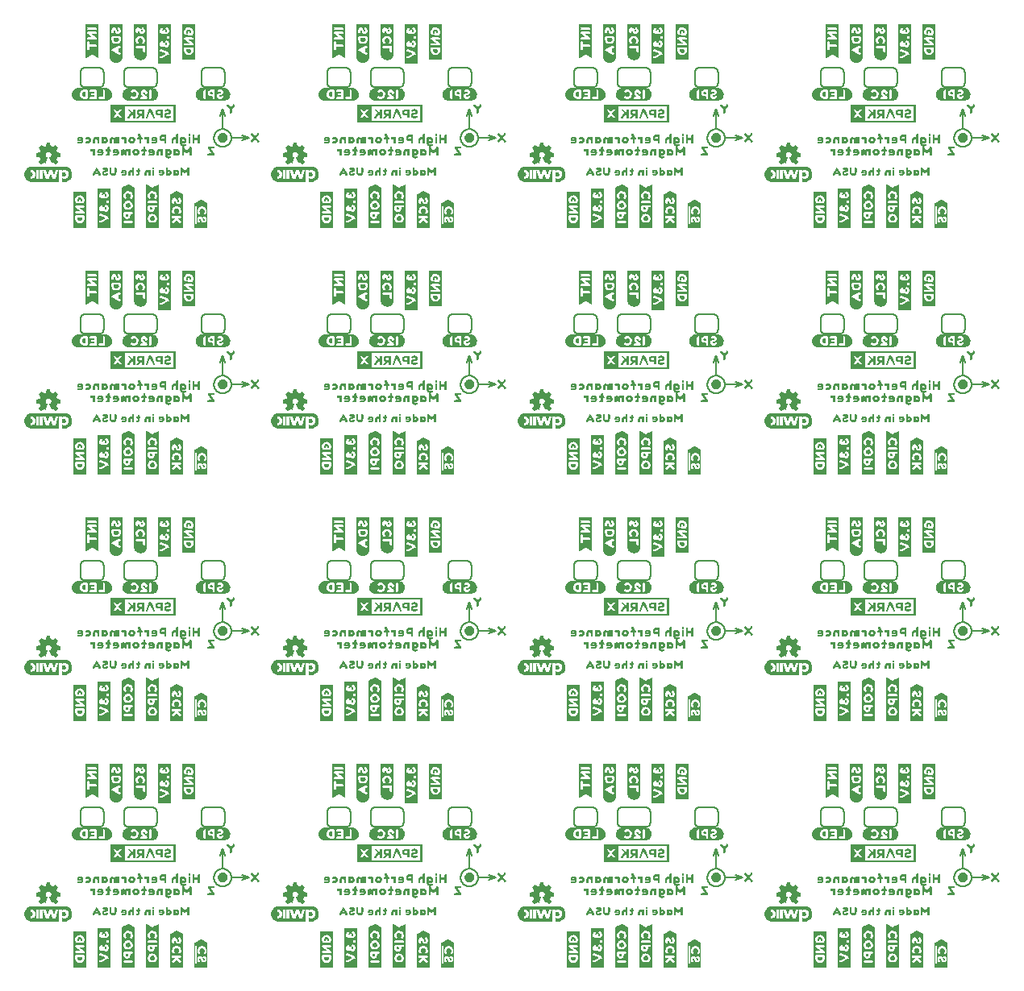
<source format=gbo>
G04 EAGLE Gerber RS-274X export*
G75*
%MOMM*%
%FSLAX34Y34*%
%LPD*%
%INSilkscreen Bottom*%
%IPPOS*%
%AMOC8*
5,1,8,0,0,1.08239X$1,22.5*%
G01*
%ADD10C,0.508000*%
%ADD11C,0.203200*%

G36*
X95237Y130161D02*
X95237Y130161D01*
X95244Y130167D01*
X95250Y130159D01*
X163830Y130159D01*
X163877Y130195D01*
X163872Y130203D01*
X163879Y130209D01*
X163879Y149191D01*
X163843Y149239D01*
X163836Y149233D01*
X163830Y149241D01*
X95250Y149241D01*
X95203Y149205D01*
X95208Y149197D01*
X95201Y149191D01*
X95201Y130209D01*
X95237Y130161D01*
G37*
G36*
X422957Y389275D02*
X422957Y389275D01*
X422952Y389283D01*
X422959Y389289D01*
X422959Y408271D01*
X422923Y408319D01*
X422916Y408313D01*
X422910Y408321D01*
X354330Y408321D01*
X354283Y408285D01*
X354288Y408277D01*
X354281Y408271D01*
X354281Y389289D01*
X354317Y389241D01*
X354324Y389247D01*
X354330Y389239D01*
X422910Y389239D01*
X422957Y389275D01*
G37*
G36*
X422957Y907435D02*
X422957Y907435D01*
X422952Y907443D01*
X422959Y907449D01*
X422959Y926431D01*
X422923Y926479D01*
X422916Y926473D01*
X422910Y926481D01*
X354330Y926481D01*
X354283Y926445D01*
X354288Y926437D01*
X354281Y926431D01*
X354281Y907449D01*
X354317Y907401D01*
X354324Y907407D01*
X354330Y907399D01*
X422910Y907399D01*
X422957Y907435D01*
G37*
G36*
X682037Y648355D02*
X682037Y648355D01*
X682032Y648363D01*
X682039Y648369D01*
X682039Y667351D01*
X682003Y667399D01*
X681996Y667393D01*
X681990Y667401D01*
X613410Y667401D01*
X613363Y667365D01*
X613368Y667357D01*
X613361Y667351D01*
X613361Y648369D01*
X613397Y648321D01*
X613404Y648327D01*
X613410Y648319D01*
X681990Y648319D01*
X682037Y648355D01*
G37*
G36*
X422957Y648355D02*
X422957Y648355D01*
X422952Y648363D01*
X422959Y648369D01*
X422959Y667351D01*
X422923Y667399D01*
X422916Y667393D01*
X422910Y667401D01*
X354330Y667401D01*
X354283Y667365D01*
X354288Y667357D01*
X354281Y667351D01*
X354281Y648369D01*
X354317Y648321D01*
X354324Y648327D01*
X354330Y648319D01*
X422910Y648319D01*
X422957Y648355D01*
G37*
G36*
X941117Y907435D02*
X941117Y907435D01*
X941112Y907443D01*
X941119Y907449D01*
X941119Y926431D01*
X941083Y926479D01*
X941076Y926473D01*
X941070Y926481D01*
X872490Y926481D01*
X872443Y926445D01*
X872448Y926437D01*
X872441Y926431D01*
X872441Y907449D01*
X872477Y907401D01*
X872484Y907407D01*
X872490Y907399D01*
X941070Y907399D01*
X941117Y907435D01*
G37*
G36*
X163877Y648355D02*
X163877Y648355D01*
X163872Y648363D01*
X163879Y648369D01*
X163879Y667351D01*
X163843Y667399D01*
X163836Y667393D01*
X163830Y667401D01*
X95250Y667401D01*
X95203Y667365D01*
X95208Y667357D01*
X95201Y667351D01*
X95201Y648369D01*
X95237Y648321D01*
X95244Y648327D01*
X95250Y648319D01*
X163830Y648319D01*
X163877Y648355D01*
G37*
G36*
X941117Y648355D02*
X941117Y648355D01*
X941112Y648363D01*
X941119Y648369D01*
X941119Y667351D01*
X941083Y667399D01*
X941076Y667393D01*
X941070Y667401D01*
X872490Y667401D01*
X872443Y667365D01*
X872448Y667357D01*
X872441Y667351D01*
X872441Y648369D01*
X872477Y648321D01*
X872484Y648327D01*
X872490Y648319D01*
X941070Y648319D01*
X941117Y648355D01*
G37*
G36*
X422957Y130195D02*
X422957Y130195D01*
X422952Y130203D01*
X422959Y130209D01*
X422959Y149191D01*
X422923Y149239D01*
X422916Y149233D01*
X422910Y149241D01*
X354330Y149241D01*
X354283Y149205D01*
X354288Y149197D01*
X354281Y149191D01*
X354281Y130209D01*
X354317Y130161D01*
X354324Y130167D01*
X354330Y130159D01*
X422910Y130159D01*
X422957Y130195D01*
G37*
G36*
X941117Y130195D02*
X941117Y130195D01*
X941112Y130203D01*
X941119Y130209D01*
X941119Y149191D01*
X941083Y149239D01*
X941076Y149233D01*
X941070Y149241D01*
X872490Y149241D01*
X872443Y149205D01*
X872448Y149197D01*
X872441Y149191D01*
X872441Y130209D01*
X872477Y130161D01*
X872484Y130167D01*
X872490Y130159D01*
X941070Y130159D01*
X941117Y130195D01*
G37*
G36*
X682037Y907435D02*
X682037Y907435D01*
X682032Y907443D01*
X682039Y907449D01*
X682039Y926431D01*
X682003Y926479D01*
X681996Y926473D01*
X681990Y926481D01*
X613410Y926481D01*
X613363Y926445D01*
X613368Y926437D01*
X613361Y926431D01*
X613361Y907449D01*
X613397Y907401D01*
X613404Y907407D01*
X613410Y907399D01*
X681990Y907399D01*
X682037Y907435D01*
G37*
G36*
X682037Y389275D02*
X682037Y389275D01*
X682032Y389283D01*
X682039Y389289D01*
X682039Y408271D01*
X682003Y408319D01*
X681996Y408313D01*
X681990Y408321D01*
X613410Y408321D01*
X613363Y408285D01*
X613368Y408277D01*
X613361Y408271D01*
X613361Y389289D01*
X613397Y389241D01*
X613404Y389247D01*
X613410Y389239D01*
X681990Y389239D01*
X682037Y389275D01*
G37*
G36*
X941117Y389275D02*
X941117Y389275D01*
X941112Y389283D01*
X941119Y389289D01*
X941119Y408271D01*
X941083Y408319D01*
X941076Y408313D01*
X941070Y408321D01*
X872490Y408321D01*
X872443Y408285D01*
X872448Y408277D01*
X872441Y408271D01*
X872441Y389289D01*
X872477Y389241D01*
X872484Y389247D01*
X872490Y389239D01*
X941070Y389239D01*
X941117Y389275D01*
G37*
G36*
X682037Y130195D02*
X682037Y130195D01*
X682032Y130203D01*
X682039Y130209D01*
X682039Y149191D01*
X682003Y149239D01*
X681996Y149233D01*
X681990Y149241D01*
X613410Y149241D01*
X613363Y149205D01*
X613368Y149197D01*
X613361Y149191D01*
X613361Y130209D01*
X613397Y130161D01*
X613404Y130167D01*
X613410Y130159D01*
X681990Y130159D01*
X682037Y130195D01*
G37*
G36*
X163877Y389275D02*
X163877Y389275D01*
X163872Y389283D01*
X163879Y389289D01*
X163879Y408271D01*
X163843Y408319D01*
X163836Y408313D01*
X163830Y408321D01*
X95250Y408321D01*
X95203Y408285D01*
X95208Y408277D01*
X95201Y408271D01*
X95201Y389289D01*
X95237Y389241D01*
X95244Y389247D01*
X95250Y389239D01*
X163830Y389239D01*
X163877Y389275D01*
G37*
G36*
X163877Y907435D02*
X163877Y907435D01*
X163872Y907443D01*
X163879Y907449D01*
X163879Y926431D01*
X163843Y926479D01*
X163836Y926473D01*
X163830Y926481D01*
X95250Y926481D01*
X95203Y926445D01*
X95208Y926437D01*
X95201Y926431D01*
X95201Y907449D01*
X95237Y907401D01*
X95244Y907407D01*
X95250Y907399D01*
X163830Y907399D01*
X163877Y907435D01*
G37*
%LPC*%
G36*
X628780Y909260D02*
X628780Y909260D01*
X628780Y924620D01*
X680178Y924620D01*
X680178Y909260D01*
X628780Y909260D01*
G37*
%LPD*%
%LPC*%
G36*
X628780Y391100D02*
X628780Y391100D01*
X628780Y406460D01*
X680178Y406460D01*
X680178Y391100D01*
X628780Y391100D01*
G37*
%LPD*%
%LPC*%
G36*
X887860Y391100D02*
X887860Y391100D01*
X887860Y406460D01*
X939258Y406460D01*
X939258Y391100D01*
X887860Y391100D01*
G37*
%LPD*%
%LPC*%
G36*
X369700Y391100D02*
X369700Y391100D01*
X369700Y406460D01*
X421098Y406460D01*
X421098Y391100D01*
X369700Y391100D01*
G37*
%LPD*%
%LPC*%
G36*
X887860Y909260D02*
X887860Y909260D01*
X887860Y924620D01*
X939258Y924620D01*
X939258Y909260D01*
X887860Y909260D01*
G37*
%LPD*%
%LPC*%
G36*
X110620Y909260D02*
X110620Y909260D01*
X110620Y924620D01*
X162018Y924620D01*
X162018Y909260D01*
X110620Y909260D01*
G37*
%LPD*%
%LPC*%
G36*
X369700Y909260D02*
X369700Y909260D01*
X369700Y924620D01*
X421098Y924620D01*
X421098Y909260D01*
X369700Y909260D01*
G37*
%LPD*%
%LPC*%
G36*
X887860Y650180D02*
X887860Y650180D01*
X887860Y665540D01*
X939258Y665540D01*
X939258Y650180D01*
X887860Y650180D01*
G37*
%LPD*%
%LPC*%
G36*
X369700Y650180D02*
X369700Y650180D01*
X369700Y665540D01*
X421098Y665540D01*
X421098Y650180D01*
X369700Y650180D01*
G37*
%LPD*%
%LPC*%
G36*
X110620Y650180D02*
X110620Y650180D01*
X110620Y665540D01*
X162018Y665540D01*
X162018Y650180D01*
X110620Y650180D01*
G37*
%LPD*%
%LPC*%
G36*
X628780Y650180D02*
X628780Y650180D01*
X628780Y665540D01*
X680178Y665540D01*
X680178Y650180D01*
X628780Y650180D01*
G37*
%LPD*%
%LPC*%
G36*
X110620Y391100D02*
X110620Y391100D01*
X110620Y406460D01*
X162018Y406460D01*
X162018Y391100D01*
X110620Y391100D01*
G37*
%LPD*%
%LPC*%
G36*
X887860Y132020D02*
X887860Y132020D01*
X887860Y147380D01*
X939258Y147380D01*
X939258Y132020D01*
X887860Y132020D01*
G37*
%LPD*%
%LPC*%
G36*
X628780Y132020D02*
X628780Y132020D01*
X628780Y147380D01*
X680178Y147380D01*
X680178Y132020D01*
X628780Y132020D01*
G37*
%LPD*%
%LPC*%
G36*
X162018Y147380D02*
X162018Y147380D01*
X162018Y132020D01*
X110620Y132020D01*
X110620Y147380D01*
X162018Y147380D01*
G37*
%LPD*%
%LPC*%
G36*
X369700Y132020D02*
X369700Y132020D01*
X369700Y147380D01*
X421098Y147380D01*
X421098Y132020D01*
X369700Y132020D01*
G37*
%LPD*%
G36*
X818788Y67878D02*
X818788Y67878D01*
X818811Y67881D01*
X818818Y67896D01*
X818826Y67902D01*
X818825Y67912D01*
X818832Y67928D01*
X818832Y80568D01*
X821777Y80568D01*
X821781Y80515D01*
X821781Y79460D01*
X821787Y79451D01*
X821785Y79440D01*
X821804Y79424D01*
X821818Y79403D01*
X821829Y79405D01*
X821838Y79398D01*
X821881Y79412D01*
X821885Y79413D01*
X821886Y79414D01*
X821887Y79414D01*
X822202Y79709D01*
X822603Y80042D01*
X823045Y80311D01*
X823527Y80501D01*
X824033Y80616D01*
X824550Y80665D01*
X825591Y80585D01*
X826088Y80434D01*
X826572Y80246D01*
X827026Y79993D01*
X827429Y79668D01*
X827801Y79307D01*
X828107Y78887D01*
X828361Y78432D01*
X828577Y77959D01*
X828710Y77454D01*
X828825Y76945D01*
X828890Y75901D01*
X828791Y74859D01*
X828666Y74352D01*
X828506Y73857D01*
X828291Y73382D01*
X828014Y72942D01*
X827706Y72523D01*
X827319Y72177D01*
X826902Y71869D01*
X826449Y71615D01*
X825958Y71445D01*
X825456Y71308D01*
X824937Y71259D01*
X824416Y71238D01*
X823900Y71295D01*
X823398Y71421D01*
X822926Y71634D01*
X822493Y71918D01*
X822112Y72272D01*
X821890Y72511D01*
X821877Y72514D01*
X821870Y72525D01*
X821847Y72522D01*
X821824Y72527D01*
X821816Y72517D01*
X821803Y72515D01*
X821788Y72482D01*
X821782Y72474D01*
X821783Y72471D01*
X821781Y72468D01*
X821781Y68085D01*
X821780Y67936D01*
X821792Y67917D01*
X821795Y67894D01*
X821810Y67887D01*
X821816Y67879D01*
X821826Y67880D01*
X821842Y67873D01*
X824339Y67873D01*
X824341Y67874D01*
X824345Y67873D01*
X825923Y68031D01*
X825928Y68034D01*
X825935Y68033D01*
X827453Y68490D01*
X827457Y68495D01*
X827464Y68495D01*
X828864Y69239D01*
X828867Y69243D01*
X828874Y69245D01*
X830104Y70246D01*
X830106Y70252D01*
X830113Y70255D01*
X831124Y71477D01*
X831125Y71482D01*
X831131Y71487D01*
X831882Y72883D01*
X831882Y72889D01*
X831887Y72895D01*
X832353Y74411D01*
X832351Y74416D01*
X832355Y74423D01*
X832515Y76001D01*
X832512Y76006D01*
X832515Y76014D01*
X832362Y77592D01*
X832359Y77596D01*
X832360Y77603D01*
X832221Y78111D01*
X832220Y78112D01*
X832220Y78113D01*
X831907Y79123D01*
X831903Y79126D01*
X831903Y79133D01*
X831668Y79605D01*
X831667Y79605D01*
X831667Y79607D01*
X831162Y80536D01*
X831157Y80539D01*
X831156Y80546D01*
X830158Y81777D01*
X830153Y81779D01*
X830149Y81786D01*
X828932Y82802D01*
X828926Y82802D01*
X828921Y82809D01*
X827528Y83566D01*
X827522Y83565D01*
X827516Y83571D01*
X826001Y84041D01*
X825996Y84039D01*
X825989Y84043D01*
X824410Y84202D01*
X824408Y84201D01*
X824405Y84203D01*
X823876Y84208D01*
X790560Y84208D01*
X790558Y84206D01*
X790554Y84208D01*
X790313Y84183D01*
X789261Y84077D01*
X789259Y84076D01*
X789256Y84077D01*
X788738Y83987D01*
X788735Y83984D01*
X788730Y83985D01*
X787720Y83671D01*
X787718Y83670D01*
X787716Y83670D01*
X787224Y83481D01*
X787222Y83478D01*
X787217Y83477D01*
X786288Y82973D01*
X786286Y82971D01*
X786284Y82970D01*
X785840Y82686D01*
X785839Y82683D01*
X785834Y82682D01*
X785019Y82009D01*
X785018Y82006D01*
X785015Y82005D01*
X784638Y81637D01*
X784637Y81634D01*
X784633Y81632D01*
X783960Y80817D01*
X783960Y80814D01*
X783957Y80812D01*
X783662Y80376D01*
X783662Y80373D01*
X783659Y80370D01*
X783154Y79441D01*
X783155Y79439D01*
X783153Y79438D01*
X783153Y79436D01*
X783152Y79435D01*
X782950Y78949D01*
X782951Y78946D01*
X782949Y78943D01*
X782635Y77933D01*
X782636Y77930D01*
X782633Y77927D01*
X782531Y77411D01*
X782532Y77408D01*
X782530Y77405D01*
X782424Y76353D01*
X782425Y76350D01*
X782424Y76347D01*
X782415Y75821D01*
X782417Y75818D01*
X782415Y75814D01*
X782521Y74762D01*
X782522Y74760D01*
X782522Y74758D01*
X782607Y74238D01*
X782610Y74235D01*
X782609Y74230D01*
X782923Y73220D01*
X782924Y73218D01*
X782924Y73216D01*
X783110Y72723D01*
X783113Y72721D01*
X783113Y72715D01*
X783618Y71786D01*
X783620Y71785D01*
X783620Y71782D01*
X783901Y71337D01*
X783904Y71335D01*
X783906Y71330D01*
X784579Y70515D01*
X784581Y70514D01*
X784582Y70511D01*
X784947Y70132D01*
X784950Y70131D01*
X784952Y70127D01*
X785768Y69454D01*
X785771Y69453D01*
X785772Y69450D01*
X786206Y69152D01*
X786209Y69152D01*
X786212Y69149D01*
X787141Y68644D01*
X787144Y68645D01*
X787147Y68642D01*
X787632Y68437D01*
X787635Y68437D01*
X787637Y68435D01*
X788648Y68121D01*
X788650Y68122D01*
X788653Y68120D01*
X789169Y68013D01*
X789172Y68014D01*
X789175Y68012D01*
X790227Y67906D01*
X790228Y67906D01*
X790230Y67906D01*
X790757Y67873D01*
X790759Y67874D01*
X790761Y67873D01*
X818258Y67873D01*
X818769Y67866D01*
X818788Y67878D01*
G37*
G36*
X41548Y845118D02*
X41548Y845118D01*
X41571Y845121D01*
X41578Y845136D01*
X41586Y845142D01*
X41585Y845152D01*
X41592Y845168D01*
X41592Y857808D01*
X44537Y857808D01*
X44541Y857755D01*
X44541Y856700D01*
X44547Y856691D01*
X44545Y856680D01*
X44564Y856664D01*
X44578Y856643D01*
X44589Y856645D01*
X44598Y856638D01*
X44641Y856652D01*
X44645Y856653D01*
X44646Y856654D01*
X44647Y856654D01*
X44962Y856949D01*
X45363Y857282D01*
X45805Y857551D01*
X46287Y857741D01*
X46793Y857856D01*
X47310Y857905D01*
X48351Y857825D01*
X48848Y857674D01*
X49332Y857486D01*
X49786Y857233D01*
X50189Y856908D01*
X50561Y856547D01*
X50867Y856127D01*
X51121Y855672D01*
X51337Y855199D01*
X51470Y854694D01*
X51585Y854185D01*
X51650Y853141D01*
X51551Y852099D01*
X51426Y851592D01*
X51266Y851097D01*
X51051Y850622D01*
X50774Y850182D01*
X50466Y849763D01*
X50079Y849417D01*
X49662Y849109D01*
X49209Y848855D01*
X48718Y848685D01*
X48216Y848548D01*
X47697Y848499D01*
X47176Y848478D01*
X46660Y848535D01*
X46158Y848661D01*
X45686Y848874D01*
X45253Y849158D01*
X44872Y849512D01*
X44650Y849751D01*
X44637Y849754D01*
X44630Y849765D01*
X44607Y849762D01*
X44584Y849767D01*
X44576Y849757D01*
X44563Y849755D01*
X44548Y849722D01*
X44542Y849714D01*
X44543Y849711D01*
X44541Y849708D01*
X44541Y845325D01*
X44540Y845176D01*
X44552Y845157D01*
X44555Y845134D01*
X44570Y845127D01*
X44576Y845119D01*
X44586Y845120D01*
X44602Y845113D01*
X47099Y845113D01*
X47101Y845114D01*
X47105Y845113D01*
X48683Y845271D01*
X48688Y845274D01*
X48695Y845273D01*
X50213Y845730D01*
X50217Y845735D01*
X50224Y845735D01*
X51624Y846479D01*
X51627Y846483D01*
X51634Y846485D01*
X52864Y847486D01*
X52866Y847492D01*
X52873Y847495D01*
X53884Y848717D01*
X53885Y848722D01*
X53891Y848727D01*
X54642Y850123D01*
X54642Y850129D01*
X54647Y850135D01*
X55113Y851651D01*
X55111Y851656D01*
X55115Y851663D01*
X55275Y853241D01*
X55272Y853246D01*
X55275Y853254D01*
X55122Y854832D01*
X55119Y854836D01*
X55120Y854843D01*
X54981Y855351D01*
X54980Y855352D01*
X54980Y855353D01*
X54667Y856363D01*
X54663Y856366D01*
X54663Y856373D01*
X54428Y856845D01*
X54427Y856845D01*
X54427Y856847D01*
X53922Y857776D01*
X53917Y857779D01*
X53916Y857786D01*
X52918Y859017D01*
X52913Y859019D01*
X52909Y859026D01*
X51692Y860042D01*
X51686Y860042D01*
X51681Y860049D01*
X50288Y860806D01*
X50282Y860805D01*
X50276Y860811D01*
X48761Y861281D01*
X48756Y861279D01*
X48749Y861283D01*
X47170Y861442D01*
X47168Y861441D01*
X47165Y861443D01*
X46636Y861448D01*
X13320Y861448D01*
X13318Y861446D01*
X13314Y861448D01*
X13073Y861423D01*
X12021Y861317D01*
X12019Y861316D01*
X12016Y861317D01*
X11498Y861227D01*
X11495Y861224D01*
X11490Y861225D01*
X10480Y860911D01*
X10478Y860910D01*
X10476Y860910D01*
X9984Y860721D01*
X9982Y860718D01*
X9977Y860717D01*
X9048Y860213D01*
X9046Y860211D01*
X9044Y860210D01*
X8600Y859926D01*
X8599Y859923D01*
X8594Y859922D01*
X7779Y859249D01*
X7778Y859246D01*
X7775Y859245D01*
X7398Y858877D01*
X7397Y858874D01*
X7393Y858872D01*
X6720Y858057D01*
X6720Y858054D01*
X6717Y858052D01*
X6422Y857616D01*
X6422Y857613D01*
X6419Y857610D01*
X5914Y856681D01*
X5915Y856679D01*
X5913Y856678D01*
X5913Y856676D01*
X5912Y856675D01*
X5710Y856189D01*
X5711Y856186D01*
X5709Y856183D01*
X5395Y855173D01*
X5396Y855170D01*
X5393Y855167D01*
X5291Y854651D01*
X5292Y854648D01*
X5290Y854645D01*
X5184Y853593D01*
X5185Y853590D01*
X5184Y853587D01*
X5175Y853061D01*
X5177Y853058D01*
X5175Y853054D01*
X5281Y852002D01*
X5282Y852000D01*
X5282Y851998D01*
X5367Y851478D01*
X5370Y851475D01*
X5369Y851470D01*
X5683Y850460D01*
X5684Y850458D01*
X5684Y850456D01*
X5870Y849963D01*
X5873Y849961D01*
X5873Y849955D01*
X6378Y849026D01*
X6380Y849025D01*
X6380Y849022D01*
X6661Y848577D01*
X6664Y848575D01*
X6666Y848570D01*
X7339Y847755D01*
X7341Y847754D01*
X7342Y847751D01*
X7707Y847372D01*
X7710Y847371D01*
X7712Y847367D01*
X8528Y846694D01*
X8531Y846693D01*
X8532Y846690D01*
X8966Y846392D01*
X8969Y846392D01*
X8972Y846389D01*
X9901Y845884D01*
X9904Y845885D01*
X9907Y845882D01*
X10392Y845677D01*
X10395Y845677D01*
X10397Y845675D01*
X11408Y845361D01*
X11410Y845362D01*
X11413Y845360D01*
X11929Y845253D01*
X11932Y845254D01*
X11935Y845252D01*
X12987Y845146D01*
X12988Y845146D01*
X12990Y845146D01*
X13517Y845113D01*
X13519Y845114D01*
X13521Y845113D01*
X41018Y845113D01*
X41529Y845106D01*
X41548Y845118D01*
G37*
G36*
X300628Y67878D02*
X300628Y67878D01*
X300651Y67881D01*
X300658Y67896D01*
X300666Y67902D01*
X300665Y67912D01*
X300672Y67928D01*
X300672Y80568D01*
X303617Y80568D01*
X303621Y80515D01*
X303621Y79460D01*
X303627Y79451D01*
X303625Y79440D01*
X303644Y79424D01*
X303658Y79403D01*
X303669Y79405D01*
X303678Y79398D01*
X303721Y79412D01*
X303725Y79413D01*
X303726Y79414D01*
X303727Y79414D01*
X304042Y79709D01*
X304443Y80042D01*
X304885Y80311D01*
X305367Y80501D01*
X305873Y80616D01*
X306390Y80665D01*
X307431Y80585D01*
X307928Y80434D01*
X308412Y80246D01*
X308866Y79993D01*
X309269Y79668D01*
X309641Y79307D01*
X309947Y78887D01*
X310201Y78432D01*
X310417Y77959D01*
X310550Y77454D01*
X310665Y76945D01*
X310730Y75901D01*
X310631Y74859D01*
X310506Y74352D01*
X310346Y73857D01*
X310131Y73382D01*
X309854Y72942D01*
X309546Y72523D01*
X309159Y72177D01*
X308742Y71869D01*
X308289Y71615D01*
X307798Y71445D01*
X307296Y71308D01*
X306777Y71259D01*
X306256Y71238D01*
X305740Y71295D01*
X305238Y71421D01*
X304766Y71634D01*
X304333Y71918D01*
X303952Y72272D01*
X303730Y72511D01*
X303717Y72514D01*
X303710Y72525D01*
X303687Y72522D01*
X303664Y72527D01*
X303656Y72517D01*
X303643Y72515D01*
X303628Y72482D01*
X303622Y72474D01*
X303623Y72471D01*
X303621Y72468D01*
X303621Y68085D01*
X303620Y67936D01*
X303632Y67917D01*
X303635Y67894D01*
X303650Y67887D01*
X303656Y67879D01*
X303666Y67880D01*
X303682Y67873D01*
X306179Y67873D01*
X306181Y67874D01*
X306185Y67873D01*
X307763Y68031D01*
X307768Y68034D01*
X307775Y68033D01*
X309293Y68490D01*
X309297Y68495D01*
X309304Y68495D01*
X310704Y69239D01*
X310707Y69243D01*
X310714Y69245D01*
X311944Y70246D01*
X311946Y70252D01*
X311953Y70255D01*
X312964Y71477D01*
X312965Y71482D01*
X312971Y71487D01*
X313722Y72883D01*
X313722Y72889D01*
X313727Y72895D01*
X314193Y74411D01*
X314191Y74416D01*
X314195Y74423D01*
X314355Y76001D01*
X314352Y76006D01*
X314355Y76014D01*
X314202Y77592D01*
X314199Y77596D01*
X314200Y77603D01*
X314061Y78111D01*
X314060Y78112D01*
X314060Y78113D01*
X313747Y79123D01*
X313743Y79126D01*
X313743Y79133D01*
X313508Y79605D01*
X313507Y79605D01*
X313507Y79607D01*
X313002Y80536D01*
X312997Y80539D01*
X312996Y80546D01*
X311998Y81777D01*
X311993Y81779D01*
X311989Y81786D01*
X310772Y82802D01*
X310766Y82802D01*
X310761Y82809D01*
X309368Y83566D01*
X309362Y83565D01*
X309356Y83571D01*
X307841Y84041D01*
X307836Y84039D01*
X307829Y84043D01*
X306250Y84202D01*
X306248Y84201D01*
X306245Y84203D01*
X305716Y84208D01*
X272400Y84208D01*
X272398Y84206D01*
X272394Y84208D01*
X272153Y84183D01*
X271101Y84077D01*
X271099Y84076D01*
X271096Y84077D01*
X270578Y83987D01*
X270575Y83984D01*
X270570Y83985D01*
X269560Y83671D01*
X269558Y83670D01*
X269556Y83670D01*
X269064Y83481D01*
X269062Y83478D01*
X269057Y83477D01*
X268128Y82973D01*
X268126Y82971D01*
X268124Y82970D01*
X267680Y82686D01*
X267679Y82683D01*
X267674Y82682D01*
X266859Y82009D01*
X266858Y82006D01*
X266855Y82005D01*
X266478Y81637D01*
X266477Y81634D01*
X266473Y81632D01*
X265800Y80817D01*
X265800Y80814D01*
X265797Y80812D01*
X265502Y80376D01*
X265502Y80373D01*
X265499Y80370D01*
X264994Y79441D01*
X264995Y79439D01*
X264993Y79438D01*
X264993Y79436D01*
X264992Y79435D01*
X264790Y78949D01*
X264791Y78946D01*
X264789Y78943D01*
X264475Y77933D01*
X264476Y77930D01*
X264473Y77927D01*
X264371Y77411D01*
X264372Y77408D01*
X264370Y77405D01*
X264264Y76353D01*
X264265Y76350D01*
X264264Y76347D01*
X264255Y75821D01*
X264257Y75818D01*
X264255Y75814D01*
X264361Y74762D01*
X264362Y74760D01*
X264362Y74758D01*
X264447Y74238D01*
X264450Y74235D01*
X264449Y74230D01*
X264763Y73220D01*
X264764Y73218D01*
X264764Y73216D01*
X264950Y72723D01*
X264953Y72721D01*
X264953Y72715D01*
X265458Y71786D01*
X265460Y71785D01*
X265460Y71782D01*
X265741Y71337D01*
X265744Y71335D01*
X265746Y71330D01*
X266419Y70515D01*
X266421Y70514D01*
X266422Y70511D01*
X266787Y70132D01*
X266790Y70131D01*
X266792Y70127D01*
X267608Y69454D01*
X267611Y69453D01*
X267612Y69450D01*
X268046Y69152D01*
X268049Y69152D01*
X268052Y69149D01*
X268981Y68644D01*
X268984Y68645D01*
X268987Y68642D01*
X269472Y68437D01*
X269475Y68437D01*
X269477Y68435D01*
X270488Y68121D01*
X270490Y68122D01*
X270493Y68120D01*
X271009Y68013D01*
X271012Y68014D01*
X271015Y68012D01*
X272067Y67906D01*
X272068Y67906D01*
X272070Y67906D01*
X272597Y67873D01*
X272599Y67874D01*
X272601Y67873D01*
X300098Y67873D01*
X300609Y67866D01*
X300628Y67878D01*
G37*
G36*
X559708Y326958D02*
X559708Y326958D01*
X559731Y326961D01*
X559738Y326976D01*
X559746Y326982D01*
X559745Y326992D01*
X559752Y327008D01*
X559752Y339648D01*
X562697Y339648D01*
X562701Y339595D01*
X562701Y338540D01*
X562707Y338531D01*
X562705Y338520D01*
X562724Y338504D01*
X562738Y338483D01*
X562749Y338485D01*
X562758Y338478D01*
X562801Y338492D01*
X562805Y338493D01*
X562806Y338494D01*
X562807Y338494D01*
X563122Y338789D01*
X563523Y339122D01*
X563965Y339391D01*
X564447Y339581D01*
X564953Y339696D01*
X565470Y339745D01*
X566511Y339665D01*
X567008Y339514D01*
X567492Y339326D01*
X567946Y339073D01*
X568349Y338748D01*
X568721Y338387D01*
X569027Y337967D01*
X569281Y337512D01*
X569497Y337039D01*
X569630Y336534D01*
X569745Y336025D01*
X569810Y334981D01*
X569711Y333939D01*
X569586Y333432D01*
X569426Y332937D01*
X569211Y332462D01*
X568934Y332022D01*
X568626Y331603D01*
X568239Y331257D01*
X567822Y330949D01*
X567369Y330695D01*
X566878Y330525D01*
X566376Y330388D01*
X565857Y330339D01*
X565336Y330318D01*
X564820Y330375D01*
X564318Y330501D01*
X563846Y330714D01*
X563413Y330998D01*
X563032Y331352D01*
X562810Y331591D01*
X562797Y331594D01*
X562790Y331605D01*
X562767Y331602D01*
X562744Y331607D01*
X562736Y331597D01*
X562723Y331595D01*
X562708Y331562D01*
X562702Y331554D01*
X562703Y331551D01*
X562701Y331548D01*
X562701Y327165D01*
X562700Y327016D01*
X562712Y326997D01*
X562715Y326974D01*
X562730Y326967D01*
X562736Y326959D01*
X562746Y326960D01*
X562762Y326953D01*
X565259Y326953D01*
X565261Y326954D01*
X565265Y326953D01*
X566843Y327111D01*
X566848Y327114D01*
X566855Y327113D01*
X568373Y327570D01*
X568377Y327575D01*
X568384Y327575D01*
X569784Y328319D01*
X569787Y328323D01*
X569794Y328325D01*
X571024Y329326D01*
X571026Y329332D01*
X571033Y329335D01*
X572044Y330557D01*
X572045Y330562D01*
X572051Y330567D01*
X572802Y331963D01*
X572802Y331969D01*
X572807Y331975D01*
X573273Y333491D01*
X573271Y333496D01*
X573275Y333503D01*
X573435Y335081D01*
X573432Y335086D01*
X573435Y335094D01*
X573282Y336672D01*
X573279Y336676D01*
X573280Y336683D01*
X573141Y337191D01*
X573140Y337192D01*
X573140Y337193D01*
X572827Y338203D01*
X572823Y338206D01*
X572823Y338213D01*
X572588Y338685D01*
X572587Y338685D01*
X572587Y338687D01*
X572082Y339616D01*
X572077Y339619D01*
X572076Y339626D01*
X571078Y340857D01*
X571073Y340859D01*
X571069Y340866D01*
X569852Y341882D01*
X569846Y341882D01*
X569841Y341889D01*
X568448Y342646D01*
X568442Y342645D01*
X568436Y342651D01*
X566921Y343121D01*
X566916Y343119D01*
X566909Y343123D01*
X565330Y343282D01*
X565328Y343281D01*
X565325Y343283D01*
X564796Y343288D01*
X531480Y343288D01*
X531478Y343286D01*
X531474Y343288D01*
X531233Y343263D01*
X530181Y343157D01*
X530179Y343156D01*
X530176Y343157D01*
X529658Y343067D01*
X529655Y343064D01*
X529650Y343065D01*
X528640Y342751D01*
X528638Y342750D01*
X528636Y342750D01*
X528144Y342561D01*
X528142Y342558D01*
X528137Y342557D01*
X527208Y342053D01*
X527206Y342051D01*
X527204Y342050D01*
X526760Y341766D01*
X526759Y341763D01*
X526754Y341762D01*
X525939Y341089D01*
X525938Y341086D01*
X525935Y341085D01*
X525558Y340717D01*
X525557Y340714D01*
X525553Y340712D01*
X524880Y339897D01*
X524880Y339894D01*
X524877Y339892D01*
X524582Y339456D01*
X524582Y339453D01*
X524579Y339450D01*
X524074Y338521D01*
X524075Y338519D01*
X524073Y338518D01*
X524073Y338516D01*
X524072Y338515D01*
X523870Y338029D01*
X523871Y338026D01*
X523869Y338023D01*
X523555Y337013D01*
X523556Y337010D01*
X523553Y337007D01*
X523451Y336491D01*
X523452Y336488D01*
X523450Y336485D01*
X523344Y335433D01*
X523345Y335430D01*
X523344Y335427D01*
X523335Y334901D01*
X523337Y334898D01*
X523335Y334894D01*
X523441Y333842D01*
X523442Y333840D01*
X523442Y333838D01*
X523527Y333318D01*
X523530Y333315D01*
X523529Y333310D01*
X523843Y332300D01*
X523844Y332298D01*
X523844Y332296D01*
X524030Y331803D01*
X524033Y331801D01*
X524033Y331795D01*
X524538Y330866D01*
X524540Y330865D01*
X524540Y330862D01*
X524821Y330417D01*
X524824Y330415D01*
X524826Y330410D01*
X525499Y329595D01*
X525501Y329594D01*
X525502Y329591D01*
X525867Y329212D01*
X525870Y329211D01*
X525872Y329207D01*
X526688Y328534D01*
X526691Y328533D01*
X526692Y328530D01*
X527126Y328232D01*
X527129Y328232D01*
X527132Y328229D01*
X528061Y327724D01*
X528064Y327725D01*
X528067Y327722D01*
X528552Y327517D01*
X528555Y327517D01*
X528557Y327515D01*
X529568Y327201D01*
X529570Y327202D01*
X529573Y327200D01*
X530089Y327093D01*
X530092Y327094D01*
X530095Y327092D01*
X531147Y326986D01*
X531148Y326986D01*
X531150Y326986D01*
X531677Y326953D01*
X531679Y326954D01*
X531681Y326953D01*
X559178Y326953D01*
X559689Y326946D01*
X559708Y326958D01*
G37*
G36*
X300628Y845118D02*
X300628Y845118D01*
X300651Y845121D01*
X300658Y845136D01*
X300666Y845142D01*
X300665Y845152D01*
X300672Y845168D01*
X300672Y857808D01*
X303617Y857808D01*
X303621Y857755D01*
X303621Y856700D01*
X303627Y856691D01*
X303625Y856680D01*
X303644Y856664D01*
X303658Y856643D01*
X303669Y856645D01*
X303678Y856638D01*
X303721Y856652D01*
X303725Y856653D01*
X303726Y856654D01*
X303727Y856654D01*
X304042Y856949D01*
X304443Y857282D01*
X304885Y857551D01*
X305367Y857741D01*
X305873Y857856D01*
X306390Y857905D01*
X307431Y857825D01*
X307928Y857674D01*
X308412Y857486D01*
X308866Y857233D01*
X309269Y856908D01*
X309641Y856547D01*
X309947Y856127D01*
X310201Y855672D01*
X310417Y855199D01*
X310550Y854694D01*
X310665Y854185D01*
X310730Y853141D01*
X310631Y852099D01*
X310506Y851592D01*
X310346Y851097D01*
X310131Y850622D01*
X309854Y850182D01*
X309546Y849763D01*
X309159Y849417D01*
X308742Y849109D01*
X308289Y848855D01*
X307798Y848685D01*
X307296Y848548D01*
X306777Y848499D01*
X306256Y848478D01*
X305740Y848535D01*
X305238Y848661D01*
X304766Y848874D01*
X304333Y849158D01*
X303952Y849512D01*
X303730Y849751D01*
X303717Y849754D01*
X303710Y849765D01*
X303687Y849762D01*
X303664Y849767D01*
X303656Y849757D01*
X303643Y849755D01*
X303628Y849722D01*
X303622Y849714D01*
X303623Y849711D01*
X303621Y849708D01*
X303621Y845325D01*
X303620Y845176D01*
X303632Y845157D01*
X303635Y845134D01*
X303650Y845127D01*
X303656Y845119D01*
X303666Y845120D01*
X303682Y845113D01*
X306179Y845113D01*
X306181Y845114D01*
X306185Y845113D01*
X307763Y845271D01*
X307768Y845274D01*
X307775Y845273D01*
X309293Y845730D01*
X309297Y845735D01*
X309304Y845735D01*
X310704Y846479D01*
X310707Y846483D01*
X310714Y846485D01*
X311944Y847486D01*
X311946Y847492D01*
X311953Y847495D01*
X312964Y848717D01*
X312965Y848722D01*
X312971Y848727D01*
X313722Y850123D01*
X313722Y850129D01*
X313727Y850135D01*
X314193Y851651D01*
X314191Y851656D01*
X314195Y851663D01*
X314355Y853241D01*
X314352Y853246D01*
X314355Y853254D01*
X314202Y854832D01*
X314199Y854836D01*
X314200Y854843D01*
X314061Y855351D01*
X314060Y855352D01*
X314060Y855353D01*
X313747Y856363D01*
X313743Y856366D01*
X313743Y856373D01*
X313508Y856845D01*
X313507Y856845D01*
X313507Y856847D01*
X313002Y857776D01*
X312997Y857779D01*
X312996Y857786D01*
X311998Y859017D01*
X311993Y859019D01*
X311989Y859026D01*
X310772Y860042D01*
X310766Y860042D01*
X310761Y860049D01*
X309368Y860806D01*
X309362Y860805D01*
X309356Y860811D01*
X307841Y861281D01*
X307836Y861279D01*
X307829Y861283D01*
X306250Y861442D01*
X306248Y861441D01*
X306245Y861443D01*
X305716Y861448D01*
X272400Y861448D01*
X272398Y861446D01*
X272394Y861448D01*
X272153Y861423D01*
X271101Y861317D01*
X271099Y861316D01*
X271096Y861317D01*
X270578Y861227D01*
X270575Y861224D01*
X270570Y861225D01*
X269560Y860911D01*
X269558Y860910D01*
X269556Y860910D01*
X269064Y860721D01*
X269062Y860718D01*
X269057Y860717D01*
X268128Y860213D01*
X268126Y860211D01*
X268124Y860210D01*
X267680Y859926D01*
X267679Y859923D01*
X267674Y859922D01*
X266859Y859249D01*
X266858Y859246D01*
X266855Y859245D01*
X266478Y858877D01*
X266477Y858874D01*
X266473Y858872D01*
X265800Y858057D01*
X265800Y858054D01*
X265797Y858052D01*
X265502Y857616D01*
X265502Y857613D01*
X265499Y857610D01*
X264994Y856681D01*
X264995Y856679D01*
X264993Y856678D01*
X264993Y856676D01*
X264992Y856675D01*
X264790Y856189D01*
X264791Y856186D01*
X264789Y856183D01*
X264475Y855173D01*
X264476Y855170D01*
X264473Y855167D01*
X264371Y854651D01*
X264372Y854648D01*
X264370Y854645D01*
X264264Y853593D01*
X264265Y853590D01*
X264264Y853587D01*
X264255Y853061D01*
X264257Y853058D01*
X264255Y853054D01*
X264361Y852002D01*
X264362Y852000D01*
X264362Y851998D01*
X264447Y851478D01*
X264450Y851475D01*
X264449Y851470D01*
X264763Y850460D01*
X264764Y850458D01*
X264764Y850456D01*
X264950Y849963D01*
X264953Y849961D01*
X264953Y849955D01*
X265458Y849026D01*
X265460Y849025D01*
X265460Y849022D01*
X265741Y848577D01*
X265744Y848575D01*
X265746Y848570D01*
X266419Y847755D01*
X266421Y847754D01*
X266422Y847751D01*
X266787Y847372D01*
X266790Y847371D01*
X266792Y847367D01*
X267608Y846694D01*
X267611Y846693D01*
X267612Y846690D01*
X268046Y846392D01*
X268049Y846392D01*
X268052Y846389D01*
X268981Y845884D01*
X268984Y845885D01*
X268987Y845882D01*
X269472Y845677D01*
X269475Y845677D01*
X269477Y845675D01*
X270488Y845361D01*
X270490Y845362D01*
X270493Y845360D01*
X271009Y845253D01*
X271012Y845254D01*
X271015Y845252D01*
X272067Y845146D01*
X272068Y845146D01*
X272070Y845146D01*
X272597Y845113D01*
X272599Y845114D01*
X272601Y845113D01*
X300098Y845113D01*
X300609Y845106D01*
X300628Y845118D01*
G37*
G36*
X559708Y845118D02*
X559708Y845118D01*
X559731Y845121D01*
X559738Y845136D01*
X559746Y845142D01*
X559745Y845152D01*
X559752Y845168D01*
X559752Y857808D01*
X562697Y857808D01*
X562701Y857755D01*
X562701Y856700D01*
X562707Y856691D01*
X562705Y856680D01*
X562724Y856664D01*
X562738Y856643D01*
X562749Y856645D01*
X562758Y856638D01*
X562801Y856652D01*
X562805Y856653D01*
X562806Y856654D01*
X562807Y856654D01*
X563122Y856949D01*
X563523Y857282D01*
X563965Y857551D01*
X564447Y857741D01*
X564953Y857856D01*
X565470Y857905D01*
X566511Y857825D01*
X567008Y857674D01*
X567492Y857486D01*
X567946Y857233D01*
X568349Y856908D01*
X568721Y856547D01*
X569027Y856127D01*
X569281Y855672D01*
X569497Y855199D01*
X569630Y854694D01*
X569745Y854185D01*
X569810Y853141D01*
X569711Y852099D01*
X569586Y851592D01*
X569426Y851097D01*
X569211Y850622D01*
X568934Y850182D01*
X568626Y849763D01*
X568239Y849417D01*
X567822Y849109D01*
X567369Y848855D01*
X566878Y848685D01*
X566376Y848548D01*
X565857Y848499D01*
X565336Y848478D01*
X564820Y848535D01*
X564318Y848661D01*
X563846Y848874D01*
X563413Y849158D01*
X563032Y849512D01*
X562810Y849751D01*
X562797Y849754D01*
X562790Y849765D01*
X562767Y849762D01*
X562744Y849767D01*
X562736Y849757D01*
X562723Y849755D01*
X562708Y849722D01*
X562702Y849714D01*
X562703Y849711D01*
X562701Y849708D01*
X562701Y845325D01*
X562700Y845176D01*
X562712Y845157D01*
X562715Y845134D01*
X562730Y845127D01*
X562736Y845119D01*
X562746Y845120D01*
X562762Y845113D01*
X565259Y845113D01*
X565261Y845114D01*
X565265Y845113D01*
X566843Y845271D01*
X566848Y845274D01*
X566855Y845273D01*
X568373Y845730D01*
X568377Y845735D01*
X568384Y845735D01*
X569784Y846479D01*
X569787Y846483D01*
X569794Y846485D01*
X571024Y847486D01*
X571026Y847492D01*
X571033Y847495D01*
X572044Y848717D01*
X572045Y848722D01*
X572051Y848727D01*
X572802Y850123D01*
X572802Y850129D01*
X572807Y850135D01*
X573273Y851651D01*
X573271Y851656D01*
X573275Y851663D01*
X573435Y853241D01*
X573432Y853246D01*
X573435Y853254D01*
X573282Y854832D01*
X573279Y854836D01*
X573280Y854843D01*
X573141Y855351D01*
X573140Y855352D01*
X573140Y855353D01*
X572827Y856363D01*
X572823Y856366D01*
X572823Y856373D01*
X572588Y856845D01*
X572587Y856845D01*
X572587Y856847D01*
X572082Y857776D01*
X572077Y857779D01*
X572076Y857786D01*
X571078Y859017D01*
X571073Y859019D01*
X571069Y859026D01*
X569852Y860042D01*
X569846Y860042D01*
X569841Y860049D01*
X568448Y860806D01*
X568442Y860805D01*
X568436Y860811D01*
X566921Y861281D01*
X566916Y861279D01*
X566909Y861283D01*
X565330Y861442D01*
X565328Y861441D01*
X565325Y861443D01*
X564796Y861448D01*
X531480Y861448D01*
X531478Y861446D01*
X531474Y861448D01*
X531233Y861423D01*
X530181Y861317D01*
X530179Y861316D01*
X530176Y861317D01*
X529658Y861227D01*
X529655Y861224D01*
X529650Y861225D01*
X528640Y860911D01*
X528638Y860910D01*
X528636Y860910D01*
X528144Y860721D01*
X528142Y860718D01*
X528137Y860717D01*
X527208Y860213D01*
X527206Y860211D01*
X527204Y860210D01*
X526760Y859926D01*
X526759Y859923D01*
X526754Y859922D01*
X525939Y859249D01*
X525938Y859246D01*
X525935Y859245D01*
X525558Y858877D01*
X525557Y858874D01*
X525553Y858872D01*
X524880Y858057D01*
X524880Y858054D01*
X524877Y858052D01*
X524582Y857616D01*
X524582Y857613D01*
X524579Y857610D01*
X524074Y856681D01*
X524075Y856679D01*
X524073Y856678D01*
X524073Y856676D01*
X524072Y856675D01*
X523870Y856189D01*
X523871Y856186D01*
X523869Y856183D01*
X523555Y855173D01*
X523556Y855170D01*
X523553Y855167D01*
X523451Y854651D01*
X523452Y854648D01*
X523450Y854645D01*
X523344Y853593D01*
X523345Y853590D01*
X523344Y853587D01*
X523335Y853061D01*
X523337Y853058D01*
X523335Y853054D01*
X523441Y852002D01*
X523442Y852000D01*
X523442Y851998D01*
X523527Y851478D01*
X523530Y851475D01*
X523529Y851470D01*
X523843Y850460D01*
X523844Y850458D01*
X523844Y850456D01*
X524030Y849963D01*
X524033Y849961D01*
X524033Y849955D01*
X524538Y849026D01*
X524540Y849025D01*
X524540Y849022D01*
X524821Y848577D01*
X524824Y848575D01*
X524826Y848570D01*
X525499Y847755D01*
X525501Y847754D01*
X525502Y847751D01*
X525867Y847372D01*
X525870Y847371D01*
X525872Y847367D01*
X526688Y846694D01*
X526691Y846693D01*
X526692Y846690D01*
X527126Y846392D01*
X527129Y846392D01*
X527132Y846389D01*
X528061Y845884D01*
X528064Y845885D01*
X528067Y845882D01*
X528552Y845677D01*
X528555Y845677D01*
X528557Y845675D01*
X529568Y845361D01*
X529570Y845362D01*
X529573Y845360D01*
X530089Y845253D01*
X530092Y845254D01*
X530095Y845252D01*
X531147Y845146D01*
X531148Y845146D01*
X531150Y845146D01*
X531677Y845113D01*
X531679Y845114D01*
X531681Y845113D01*
X559178Y845113D01*
X559689Y845106D01*
X559708Y845118D01*
G37*
G36*
X559708Y67878D02*
X559708Y67878D01*
X559731Y67881D01*
X559738Y67896D01*
X559746Y67902D01*
X559745Y67912D01*
X559752Y67928D01*
X559752Y80568D01*
X562697Y80568D01*
X562701Y80515D01*
X562701Y79460D01*
X562707Y79451D01*
X562705Y79440D01*
X562724Y79424D01*
X562738Y79403D01*
X562749Y79405D01*
X562758Y79398D01*
X562801Y79412D01*
X562805Y79413D01*
X562806Y79414D01*
X562807Y79414D01*
X563122Y79709D01*
X563523Y80042D01*
X563965Y80311D01*
X564447Y80501D01*
X564953Y80616D01*
X565470Y80665D01*
X566511Y80585D01*
X567008Y80434D01*
X567492Y80246D01*
X567946Y79993D01*
X568349Y79668D01*
X568721Y79307D01*
X569027Y78887D01*
X569281Y78432D01*
X569497Y77959D01*
X569630Y77454D01*
X569745Y76945D01*
X569810Y75901D01*
X569711Y74859D01*
X569586Y74352D01*
X569426Y73857D01*
X569211Y73382D01*
X568934Y72942D01*
X568626Y72523D01*
X568239Y72177D01*
X567822Y71869D01*
X567369Y71615D01*
X566878Y71445D01*
X566376Y71308D01*
X565857Y71259D01*
X565336Y71238D01*
X564820Y71295D01*
X564318Y71421D01*
X563846Y71634D01*
X563413Y71918D01*
X563032Y72272D01*
X562810Y72511D01*
X562797Y72514D01*
X562790Y72525D01*
X562767Y72522D01*
X562744Y72527D01*
X562736Y72517D01*
X562723Y72515D01*
X562708Y72482D01*
X562702Y72474D01*
X562703Y72471D01*
X562701Y72468D01*
X562701Y68085D01*
X562700Y67936D01*
X562712Y67917D01*
X562715Y67894D01*
X562730Y67887D01*
X562736Y67879D01*
X562746Y67880D01*
X562762Y67873D01*
X565259Y67873D01*
X565261Y67874D01*
X565265Y67873D01*
X566843Y68031D01*
X566848Y68034D01*
X566855Y68033D01*
X568373Y68490D01*
X568377Y68495D01*
X568384Y68495D01*
X569784Y69239D01*
X569787Y69243D01*
X569794Y69245D01*
X571024Y70246D01*
X571026Y70252D01*
X571033Y70255D01*
X572044Y71477D01*
X572045Y71482D01*
X572051Y71487D01*
X572802Y72883D01*
X572802Y72889D01*
X572807Y72895D01*
X573273Y74411D01*
X573271Y74416D01*
X573275Y74423D01*
X573435Y76001D01*
X573432Y76006D01*
X573435Y76014D01*
X573282Y77592D01*
X573279Y77596D01*
X573280Y77603D01*
X573141Y78111D01*
X573140Y78112D01*
X573140Y78113D01*
X572827Y79123D01*
X572823Y79126D01*
X572823Y79133D01*
X572588Y79605D01*
X572587Y79605D01*
X572587Y79607D01*
X572082Y80536D01*
X572077Y80539D01*
X572076Y80546D01*
X571078Y81777D01*
X571073Y81779D01*
X571069Y81786D01*
X569852Y82802D01*
X569846Y82802D01*
X569841Y82809D01*
X568448Y83566D01*
X568442Y83565D01*
X568436Y83571D01*
X566921Y84041D01*
X566916Y84039D01*
X566909Y84043D01*
X565330Y84202D01*
X565328Y84201D01*
X565325Y84203D01*
X564796Y84208D01*
X531480Y84208D01*
X531478Y84206D01*
X531474Y84208D01*
X531233Y84183D01*
X530181Y84077D01*
X530179Y84076D01*
X530176Y84077D01*
X529658Y83987D01*
X529655Y83984D01*
X529650Y83985D01*
X528640Y83671D01*
X528638Y83670D01*
X528636Y83670D01*
X528144Y83481D01*
X528142Y83478D01*
X528137Y83477D01*
X527208Y82973D01*
X527206Y82971D01*
X527204Y82970D01*
X526760Y82686D01*
X526759Y82683D01*
X526754Y82682D01*
X525939Y82009D01*
X525938Y82006D01*
X525935Y82005D01*
X525558Y81637D01*
X525557Y81634D01*
X525553Y81632D01*
X524880Y80817D01*
X524880Y80814D01*
X524877Y80812D01*
X524582Y80376D01*
X524582Y80373D01*
X524579Y80370D01*
X524074Y79441D01*
X524075Y79439D01*
X524073Y79438D01*
X524073Y79436D01*
X524072Y79435D01*
X523870Y78949D01*
X523871Y78946D01*
X523869Y78943D01*
X523555Y77933D01*
X523556Y77930D01*
X523553Y77927D01*
X523451Y77411D01*
X523452Y77408D01*
X523450Y77405D01*
X523344Y76353D01*
X523345Y76350D01*
X523344Y76347D01*
X523335Y75821D01*
X523337Y75818D01*
X523335Y75814D01*
X523441Y74762D01*
X523442Y74760D01*
X523442Y74758D01*
X523527Y74238D01*
X523530Y74235D01*
X523529Y74230D01*
X523843Y73220D01*
X523844Y73218D01*
X523844Y73216D01*
X524030Y72723D01*
X524033Y72721D01*
X524033Y72715D01*
X524538Y71786D01*
X524540Y71785D01*
X524540Y71782D01*
X524821Y71337D01*
X524824Y71335D01*
X524826Y71330D01*
X525499Y70515D01*
X525501Y70514D01*
X525502Y70511D01*
X525867Y70132D01*
X525870Y70131D01*
X525872Y70127D01*
X526688Y69454D01*
X526691Y69453D01*
X526692Y69450D01*
X527126Y69152D01*
X527129Y69152D01*
X527132Y69149D01*
X528061Y68644D01*
X528064Y68645D01*
X528067Y68642D01*
X528552Y68437D01*
X528555Y68437D01*
X528557Y68435D01*
X529568Y68121D01*
X529570Y68122D01*
X529573Y68120D01*
X530089Y68013D01*
X530092Y68014D01*
X530095Y68012D01*
X531147Y67906D01*
X531148Y67906D01*
X531150Y67906D01*
X531677Y67873D01*
X531679Y67874D01*
X531681Y67873D01*
X559178Y67873D01*
X559689Y67866D01*
X559708Y67878D01*
G37*
G36*
X300628Y586038D02*
X300628Y586038D01*
X300651Y586041D01*
X300658Y586056D01*
X300666Y586062D01*
X300665Y586072D01*
X300672Y586088D01*
X300672Y598728D01*
X303617Y598728D01*
X303621Y598675D01*
X303621Y597620D01*
X303627Y597611D01*
X303625Y597600D01*
X303644Y597584D01*
X303658Y597563D01*
X303669Y597565D01*
X303678Y597558D01*
X303721Y597572D01*
X303725Y597573D01*
X303726Y597574D01*
X303727Y597574D01*
X304042Y597869D01*
X304443Y598202D01*
X304885Y598471D01*
X305367Y598661D01*
X305873Y598776D01*
X306390Y598825D01*
X307431Y598745D01*
X307928Y598594D01*
X308412Y598406D01*
X308866Y598153D01*
X309269Y597828D01*
X309641Y597467D01*
X309947Y597047D01*
X310201Y596592D01*
X310417Y596119D01*
X310550Y595614D01*
X310665Y595105D01*
X310730Y594061D01*
X310631Y593019D01*
X310506Y592512D01*
X310346Y592017D01*
X310131Y591542D01*
X309854Y591102D01*
X309546Y590683D01*
X309159Y590337D01*
X308742Y590029D01*
X308289Y589775D01*
X307798Y589605D01*
X307296Y589468D01*
X306777Y589419D01*
X306256Y589398D01*
X305740Y589455D01*
X305238Y589581D01*
X304766Y589794D01*
X304333Y590078D01*
X303952Y590432D01*
X303730Y590671D01*
X303717Y590674D01*
X303710Y590685D01*
X303687Y590682D01*
X303664Y590687D01*
X303656Y590677D01*
X303643Y590675D01*
X303628Y590642D01*
X303622Y590634D01*
X303623Y590631D01*
X303621Y590628D01*
X303621Y586245D01*
X303620Y586096D01*
X303632Y586077D01*
X303635Y586054D01*
X303650Y586047D01*
X303656Y586039D01*
X303666Y586040D01*
X303682Y586033D01*
X306179Y586033D01*
X306181Y586034D01*
X306185Y586033D01*
X307763Y586191D01*
X307768Y586194D01*
X307775Y586193D01*
X309293Y586650D01*
X309297Y586655D01*
X309304Y586655D01*
X310704Y587399D01*
X310707Y587403D01*
X310714Y587405D01*
X311944Y588406D01*
X311946Y588412D01*
X311953Y588415D01*
X312964Y589637D01*
X312965Y589642D01*
X312971Y589647D01*
X313722Y591043D01*
X313722Y591049D01*
X313727Y591055D01*
X314193Y592571D01*
X314191Y592576D01*
X314195Y592583D01*
X314355Y594161D01*
X314352Y594166D01*
X314355Y594174D01*
X314202Y595752D01*
X314199Y595756D01*
X314200Y595763D01*
X314061Y596271D01*
X314060Y596272D01*
X314060Y596273D01*
X313747Y597283D01*
X313743Y597286D01*
X313743Y597293D01*
X313508Y597765D01*
X313507Y597765D01*
X313507Y597767D01*
X313002Y598696D01*
X312997Y598699D01*
X312996Y598706D01*
X311998Y599937D01*
X311993Y599939D01*
X311989Y599946D01*
X310772Y600962D01*
X310766Y600962D01*
X310761Y600969D01*
X309368Y601726D01*
X309362Y601725D01*
X309356Y601731D01*
X307841Y602201D01*
X307836Y602199D01*
X307829Y602203D01*
X306250Y602362D01*
X306248Y602361D01*
X306245Y602363D01*
X305716Y602368D01*
X272400Y602368D01*
X272398Y602366D01*
X272394Y602368D01*
X272153Y602343D01*
X271101Y602237D01*
X271099Y602236D01*
X271096Y602237D01*
X270578Y602147D01*
X270575Y602144D01*
X270570Y602145D01*
X269560Y601831D01*
X269558Y601830D01*
X269556Y601830D01*
X269064Y601641D01*
X269062Y601638D01*
X269057Y601637D01*
X268128Y601133D01*
X268126Y601131D01*
X268124Y601130D01*
X267680Y600846D01*
X267679Y600843D01*
X267674Y600842D01*
X266859Y600169D01*
X266858Y600166D01*
X266855Y600165D01*
X266478Y599797D01*
X266477Y599794D01*
X266473Y599792D01*
X265800Y598977D01*
X265800Y598974D01*
X265797Y598972D01*
X265502Y598536D01*
X265502Y598533D01*
X265499Y598530D01*
X264994Y597601D01*
X264995Y597599D01*
X264993Y597598D01*
X264993Y597596D01*
X264992Y597595D01*
X264790Y597109D01*
X264791Y597106D01*
X264789Y597103D01*
X264475Y596093D01*
X264476Y596090D01*
X264473Y596087D01*
X264371Y595571D01*
X264372Y595568D01*
X264370Y595565D01*
X264264Y594513D01*
X264265Y594510D01*
X264264Y594507D01*
X264255Y593981D01*
X264257Y593978D01*
X264255Y593974D01*
X264361Y592922D01*
X264362Y592920D01*
X264362Y592918D01*
X264447Y592398D01*
X264450Y592395D01*
X264449Y592390D01*
X264763Y591380D01*
X264764Y591378D01*
X264764Y591376D01*
X264950Y590883D01*
X264953Y590881D01*
X264953Y590875D01*
X265458Y589946D01*
X265460Y589945D01*
X265460Y589942D01*
X265741Y589497D01*
X265744Y589495D01*
X265746Y589490D01*
X266419Y588675D01*
X266421Y588674D01*
X266422Y588671D01*
X266787Y588292D01*
X266790Y588291D01*
X266792Y588287D01*
X267608Y587614D01*
X267611Y587613D01*
X267612Y587610D01*
X268046Y587312D01*
X268049Y587312D01*
X268052Y587309D01*
X268981Y586804D01*
X268984Y586805D01*
X268987Y586802D01*
X269472Y586597D01*
X269475Y586597D01*
X269477Y586595D01*
X270488Y586281D01*
X270490Y586282D01*
X270493Y586280D01*
X271009Y586173D01*
X271012Y586174D01*
X271015Y586172D01*
X272067Y586066D01*
X272068Y586066D01*
X272070Y586066D01*
X272597Y586033D01*
X272599Y586034D01*
X272601Y586033D01*
X300098Y586033D01*
X300609Y586026D01*
X300628Y586038D01*
G37*
G36*
X818788Y326958D02*
X818788Y326958D01*
X818811Y326961D01*
X818818Y326976D01*
X818826Y326982D01*
X818825Y326992D01*
X818832Y327008D01*
X818832Y339648D01*
X821777Y339648D01*
X821781Y339595D01*
X821781Y338540D01*
X821787Y338531D01*
X821785Y338520D01*
X821804Y338504D01*
X821818Y338483D01*
X821829Y338485D01*
X821838Y338478D01*
X821881Y338492D01*
X821885Y338493D01*
X821886Y338494D01*
X821887Y338494D01*
X822202Y338789D01*
X822603Y339122D01*
X823045Y339391D01*
X823527Y339581D01*
X824033Y339696D01*
X824550Y339745D01*
X825591Y339665D01*
X826088Y339514D01*
X826572Y339326D01*
X827026Y339073D01*
X827429Y338748D01*
X827801Y338387D01*
X828107Y337967D01*
X828361Y337512D01*
X828577Y337039D01*
X828710Y336534D01*
X828825Y336025D01*
X828890Y334981D01*
X828791Y333939D01*
X828666Y333432D01*
X828506Y332937D01*
X828291Y332462D01*
X828014Y332022D01*
X827706Y331603D01*
X827319Y331257D01*
X826902Y330949D01*
X826449Y330695D01*
X825958Y330525D01*
X825456Y330388D01*
X824937Y330339D01*
X824416Y330318D01*
X823900Y330375D01*
X823398Y330501D01*
X822926Y330714D01*
X822493Y330998D01*
X822112Y331352D01*
X821890Y331591D01*
X821877Y331594D01*
X821870Y331605D01*
X821847Y331602D01*
X821824Y331607D01*
X821816Y331597D01*
X821803Y331595D01*
X821788Y331562D01*
X821782Y331554D01*
X821783Y331551D01*
X821781Y331548D01*
X821781Y327165D01*
X821780Y327016D01*
X821792Y326997D01*
X821795Y326974D01*
X821810Y326967D01*
X821816Y326959D01*
X821826Y326960D01*
X821842Y326953D01*
X824339Y326953D01*
X824341Y326954D01*
X824345Y326953D01*
X825923Y327111D01*
X825928Y327114D01*
X825935Y327113D01*
X827453Y327570D01*
X827457Y327575D01*
X827464Y327575D01*
X828864Y328319D01*
X828867Y328323D01*
X828874Y328325D01*
X830104Y329326D01*
X830106Y329332D01*
X830113Y329335D01*
X831124Y330557D01*
X831125Y330562D01*
X831131Y330567D01*
X831882Y331963D01*
X831882Y331969D01*
X831887Y331975D01*
X832353Y333491D01*
X832351Y333496D01*
X832355Y333503D01*
X832515Y335081D01*
X832512Y335086D01*
X832515Y335094D01*
X832362Y336672D01*
X832359Y336676D01*
X832360Y336683D01*
X832221Y337191D01*
X832220Y337192D01*
X832220Y337193D01*
X831907Y338203D01*
X831903Y338206D01*
X831903Y338213D01*
X831668Y338685D01*
X831667Y338685D01*
X831667Y338687D01*
X831162Y339616D01*
X831157Y339619D01*
X831156Y339626D01*
X830158Y340857D01*
X830153Y340859D01*
X830149Y340866D01*
X828932Y341882D01*
X828926Y341882D01*
X828921Y341889D01*
X827528Y342646D01*
X827522Y342645D01*
X827516Y342651D01*
X826001Y343121D01*
X825996Y343119D01*
X825989Y343123D01*
X824410Y343282D01*
X824408Y343281D01*
X824405Y343283D01*
X823876Y343288D01*
X790560Y343288D01*
X790558Y343286D01*
X790554Y343288D01*
X790313Y343263D01*
X789261Y343157D01*
X789259Y343156D01*
X789256Y343157D01*
X788738Y343067D01*
X788735Y343064D01*
X788730Y343065D01*
X787720Y342751D01*
X787718Y342750D01*
X787716Y342750D01*
X787224Y342561D01*
X787222Y342558D01*
X787217Y342557D01*
X786288Y342053D01*
X786286Y342051D01*
X786284Y342050D01*
X785840Y341766D01*
X785839Y341763D01*
X785834Y341762D01*
X785019Y341089D01*
X785018Y341086D01*
X785015Y341085D01*
X784638Y340717D01*
X784637Y340714D01*
X784633Y340712D01*
X783960Y339897D01*
X783960Y339894D01*
X783957Y339892D01*
X783662Y339456D01*
X783662Y339453D01*
X783659Y339450D01*
X783154Y338521D01*
X783155Y338519D01*
X783153Y338518D01*
X783153Y338516D01*
X783152Y338515D01*
X782950Y338029D01*
X782951Y338026D01*
X782949Y338023D01*
X782635Y337013D01*
X782636Y337010D01*
X782633Y337007D01*
X782531Y336491D01*
X782532Y336488D01*
X782530Y336485D01*
X782424Y335433D01*
X782425Y335430D01*
X782424Y335427D01*
X782415Y334901D01*
X782417Y334898D01*
X782415Y334894D01*
X782521Y333842D01*
X782522Y333840D01*
X782522Y333838D01*
X782607Y333318D01*
X782610Y333315D01*
X782609Y333310D01*
X782923Y332300D01*
X782924Y332298D01*
X782924Y332296D01*
X783110Y331803D01*
X783113Y331801D01*
X783113Y331795D01*
X783618Y330866D01*
X783620Y330865D01*
X783620Y330862D01*
X783901Y330417D01*
X783904Y330415D01*
X783906Y330410D01*
X784579Y329595D01*
X784581Y329594D01*
X784582Y329591D01*
X784947Y329212D01*
X784950Y329211D01*
X784952Y329207D01*
X785768Y328534D01*
X785771Y328533D01*
X785772Y328530D01*
X786206Y328232D01*
X786209Y328232D01*
X786212Y328229D01*
X787141Y327724D01*
X787144Y327725D01*
X787147Y327722D01*
X787632Y327517D01*
X787635Y327517D01*
X787637Y327515D01*
X788648Y327201D01*
X788650Y327202D01*
X788653Y327200D01*
X789169Y327093D01*
X789172Y327094D01*
X789175Y327092D01*
X790227Y326986D01*
X790228Y326986D01*
X790230Y326986D01*
X790757Y326953D01*
X790759Y326954D01*
X790761Y326953D01*
X818258Y326953D01*
X818769Y326946D01*
X818788Y326958D01*
G37*
G36*
X559708Y586038D02*
X559708Y586038D01*
X559731Y586041D01*
X559738Y586056D01*
X559746Y586062D01*
X559745Y586072D01*
X559752Y586088D01*
X559752Y598728D01*
X562697Y598728D01*
X562701Y598675D01*
X562701Y597620D01*
X562707Y597611D01*
X562705Y597600D01*
X562724Y597584D01*
X562738Y597563D01*
X562749Y597565D01*
X562758Y597558D01*
X562801Y597572D01*
X562805Y597573D01*
X562806Y597574D01*
X562807Y597574D01*
X563122Y597869D01*
X563523Y598202D01*
X563965Y598471D01*
X564447Y598661D01*
X564953Y598776D01*
X565470Y598825D01*
X566511Y598745D01*
X567008Y598594D01*
X567492Y598406D01*
X567946Y598153D01*
X568349Y597828D01*
X568721Y597467D01*
X569027Y597047D01*
X569281Y596592D01*
X569497Y596119D01*
X569630Y595614D01*
X569745Y595105D01*
X569810Y594061D01*
X569711Y593019D01*
X569586Y592512D01*
X569426Y592017D01*
X569211Y591542D01*
X568934Y591102D01*
X568626Y590683D01*
X568239Y590337D01*
X567822Y590029D01*
X567369Y589775D01*
X566878Y589605D01*
X566376Y589468D01*
X565857Y589419D01*
X565336Y589398D01*
X564820Y589455D01*
X564318Y589581D01*
X563846Y589794D01*
X563413Y590078D01*
X563032Y590432D01*
X562810Y590671D01*
X562797Y590674D01*
X562790Y590685D01*
X562767Y590682D01*
X562744Y590687D01*
X562736Y590677D01*
X562723Y590675D01*
X562708Y590642D01*
X562702Y590634D01*
X562703Y590631D01*
X562701Y590628D01*
X562701Y586245D01*
X562700Y586096D01*
X562712Y586077D01*
X562715Y586054D01*
X562730Y586047D01*
X562736Y586039D01*
X562746Y586040D01*
X562762Y586033D01*
X565259Y586033D01*
X565261Y586034D01*
X565265Y586033D01*
X566843Y586191D01*
X566848Y586194D01*
X566855Y586193D01*
X568373Y586650D01*
X568377Y586655D01*
X568384Y586655D01*
X569784Y587399D01*
X569787Y587403D01*
X569794Y587405D01*
X571024Y588406D01*
X571026Y588412D01*
X571033Y588415D01*
X572044Y589637D01*
X572045Y589642D01*
X572051Y589647D01*
X572802Y591043D01*
X572802Y591049D01*
X572807Y591055D01*
X573273Y592571D01*
X573271Y592576D01*
X573275Y592583D01*
X573435Y594161D01*
X573432Y594166D01*
X573435Y594174D01*
X573282Y595752D01*
X573279Y595756D01*
X573280Y595763D01*
X573141Y596271D01*
X573140Y596272D01*
X573140Y596273D01*
X572827Y597283D01*
X572823Y597286D01*
X572823Y597293D01*
X572588Y597765D01*
X572587Y597765D01*
X572587Y597767D01*
X572082Y598696D01*
X572077Y598699D01*
X572076Y598706D01*
X571078Y599937D01*
X571073Y599939D01*
X571069Y599946D01*
X569852Y600962D01*
X569846Y600962D01*
X569841Y600969D01*
X568448Y601726D01*
X568442Y601725D01*
X568436Y601731D01*
X566921Y602201D01*
X566916Y602199D01*
X566909Y602203D01*
X565330Y602362D01*
X565328Y602361D01*
X565325Y602363D01*
X564796Y602368D01*
X531480Y602368D01*
X531478Y602366D01*
X531474Y602368D01*
X531233Y602343D01*
X530181Y602237D01*
X530179Y602236D01*
X530176Y602237D01*
X529658Y602147D01*
X529655Y602144D01*
X529650Y602145D01*
X528640Y601831D01*
X528638Y601830D01*
X528636Y601830D01*
X528144Y601641D01*
X528142Y601638D01*
X528137Y601637D01*
X527208Y601133D01*
X527206Y601131D01*
X527204Y601130D01*
X526760Y600846D01*
X526759Y600843D01*
X526754Y600842D01*
X525939Y600169D01*
X525938Y600166D01*
X525935Y600165D01*
X525558Y599797D01*
X525557Y599794D01*
X525553Y599792D01*
X524880Y598977D01*
X524880Y598974D01*
X524877Y598972D01*
X524582Y598536D01*
X524582Y598533D01*
X524579Y598530D01*
X524074Y597601D01*
X524075Y597599D01*
X524073Y597598D01*
X524073Y597596D01*
X524072Y597595D01*
X523870Y597109D01*
X523871Y597106D01*
X523869Y597103D01*
X523555Y596093D01*
X523556Y596090D01*
X523553Y596087D01*
X523451Y595571D01*
X523452Y595568D01*
X523450Y595565D01*
X523344Y594513D01*
X523345Y594510D01*
X523344Y594507D01*
X523335Y593981D01*
X523337Y593978D01*
X523335Y593974D01*
X523441Y592922D01*
X523442Y592920D01*
X523442Y592918D01*
X523527Y592398D01*
X523530Y592395D01*
X523529Y592390D01*
X523843Y591380D01*
X523844Y591378D01*
X523844Y591376D01*
X524030Y590883D01*
X524033Y590881D01*
X524033Y590875D01*
X524538Y589946D01*
X524540Y589945D01*
X524540Y589942D01*
X524821Y589497D01*
X524824Y589495D01*
X524826Y589490D01*
X525499Y588675D01*
X525501Y588674D01*
X525502Y588671D01*
X525867Y588292D01*
X525870Y588291D01*
X525872Y588287D01*
X526688Y587614D01*
X526691Y587613D01*
X526692Y587610D01*
X527126Y587312D01*
X527129Y587312D01*
X527132Y587309D01*
X528061Y586804D01*
X528064Y586805D01*
X528067Y586802D01*
X528552Y586597D01*
X528555Y586597D01*
X528557Y586595D01*
X529568Y586281D01*
X529570Y586282D01*
X529573Y586280D01*
X530089Y586173D01*
X530092Y586174D01*
X530095Y586172D01*
X531147Y586066D01*
X531148Y586066D01*
X531150Y586066D01*
X531677Y586033D01*
X531679Y586034D01*
X531681Y586033D01*
X559178Y586033D01*
X559689Y586026D01*
X559708Y586038D01*
G37*
G36*
X818788Y586038D02*
X818788Y586038D01*
X818811Y586041D01*
X818818Y586056D01*
X818826Y586062D01*
X818825Y586072D01*
X818832Y586088D01*
X818832Y598728D01*
X821777Y598728D01*
X821781Y598675D01*
X821781Y597620D01*
X821787Y597611D01*
X821785Y597600D01*
X821804Y597584D01*
X821818Y597563D01*
X821829Y597565D01*
X821838Y597558D01*
X821881Y597572D01*
X821885Y597573D01*
X821886Y597574D01*
X821887Y597574D01*
X822202Y597869D01*
X822603Y598202D01*
X823045Y598471D01*
X823527Y598661D01*
X824033Y598776D01*
X824550Y598825D01*
X825591Y598745D01*
X826088Y598594D01*
X826572Y598406D01*
X827026Y598153D01*
X827429Y597828D01*
X827801Y597467D01*
X828107Y597047D01*
X828361Y596592D01*
X828577Y596119D01*
X828710Y595614D01*
X828825Y595105D01*
X828890Y594061D01*
X828791Y593019D01*
X828666Y592512D01*
X828506Y592017D01*
X828291Y591542D01*
X828014Y591102D01*
X827706Y590683D01*
X827319Y590337D01*
X826902Y590029D01*
X826449Y589775D01*
X825958Y589605D01*
X825456Y589468D01*
X824937Y589419D01*
X824416Y589398D01*
X823900Y589455D01*
X823398Y589581D01*
X822926Y589794D01*
X822493Y590078D01*
X822112Y590432D01*
X821890Y590671D01*
X821877Y590674D01*
X821870Y590685D01*
X821847Y590682D01*
X821824Y590687D01*
X821816Y590677D01*
X821803Y590675D01*
X821788Y590642D01*
X821782Y590634D01*
X821783Y590631D01*
X821781Y590628D01*
X821781Y586245D01*
X821780Y586096D01*
X821792Y586077D01*
X821795Y586054D01*
X821810Y586047D01*
X821816Y586039D01*
X821826Y586040D01*
X821842Y586033D01*
X824339Y586033D01*
X824341Y586034D01*
X824345Y586033D01*
X825923Y586191D01*
X825928Y586194D01*
X825935Y586193D01*
X827453Y586650D01*
X827457Y586655D01*
X827464Y586655D01*
X828864Y587399D01*
X828867Y587403D01*
X828874Y587405D01*
X830104Y588406D01*
X830106Y588412D01*
X830113Y588415D01*
X831124Y589637D01*
X831125Y589642D01*
X831131Y589647D01*
X831882Y591043D01*
X831882Y591049D01*
X831887Y591055D01*
X832353Y592571D01*
X832351Y592576D01*
X832355Y592583D01*
X832515Y594161D01*
X832512Y594166D01*
X832515Y594174D01*
X832362Y595752D01*
X832359Y595756D01*
X832360Y595763D01*
X832221Y596271D01*
X832220Y596272D01*
X832220Y596273D01*
X831907Y597283D01*
X831903Y597286D01*
X831903Y597293D01*
X831668Y597765D01*
X831667Y597765D01*
X831667Y597767D01*
X831162Y598696D01*
X831157Y598699D01*
X831156Y598706D01*
X830158Y599937D01*
X830153Y599939D01*
X830149Y599946D01*
X828932Y600962D01*
X828926Y600962D01*
X828921Y600969D01*
X827528Y601726D01*
X827522Y601725D01*
X827516Y601731D01*
X826001Y602201D01*
X825996Y602199D01*
X825989Y602203D01*
X824410Y602362D01*
X824408Y602361D01*
X824405Y602363D01*
X823876Y602368D01*
X790560Y602368D01*
X790558Y602366D01*
X790554Y602368D01*
X790313Y602343D01*
X789261Y602237D01*
X789259Y602236D01*
X789256Y602237D01*
X788738Y602147D01*
X788735Y602144D01*
X788730Y602145D01*
X787720Y601831D01*
X787718Y601830D01*
X787716Y601830D01*
X787224Y601641D01*
X787222Y601638D01*
X787217Y601637D01*
X786288Y601133D01*
X786286Y601131D01*
X786284Y601130D01*
X785840Y600846D01*
X785839Y600843D01*
X785834Y600842D01*
X785019Y600169D01*
X785018Y600166D01*
X785015Y600165D01*
X784638Y599797D01*
X784637Y599794D01*
X784633Y599792D01*
X783960Y598977D01*
X783960Y598974D01*
X783957Y598972D01*
X783662Y598536D01*
X783662Y598533D01*
X783659Y598530D01*
X783154Y597601D01*
X783155Y597599D01*
X783153Y597598D01*
X783153Y597596D01*
X783152Y597595D01*
X782950Y597109D01*
X782951Y597106D01*
X782949Y597103D01*
X782635Y596093D01*
X782636Y596090D01*
X782633Y596087D01*
X782531Y595571D01*
X782532Y595568D01*
X782530Y595565D01*
X782424Y594513D01*
X782425Y594510D01*
X782424Y594507D01*
X782415Y593981D01*
X782417Y593978D01*
X782415Y593974D01*
X782521Y592922D01*
X782522Y592920D01*
X782522Y592918D01*
X782607Y592398D01*
X782610Y592395D01*
X782609Y592390D01*
X782923Y591380D01*
X782924Y591378D01*
X782924Y591376D01*
X783110Y590883D01*
X783113Y590881D01*
X783113Y590875D01*
X783618Y589946D01*
X783620Y589945D01*
X783620Y589942D01*
X783901Y589497D01*
X783904Y589495D01*
X783906Y589490D01*
X784579Y588675D01*
X784581Y588674D01*
X784582Y588671D01*
X784947Y588292D01*
X784950Y588291D01*
X784952Y588287D01*
X785768Y587614D01*
X785771Y587613D01*
X785772Y587610D01*
X786206Y587312D01*
X786209Y587312D01*
X786212Y587309D01*
X787141Y586804D01*
X787144Y586805D01*
X787147Y586802D01*
X787632Y586597D01*
X787635Y586597D01*
X787637Y586595D01*
X788648Y586281D01*
X788650Y586282D01*
X788653Y586280D01*
X789169Y586173D01*
X789172Y586174D01*
X789175Y586172D01*
X790227Y586066D01*
X790228Y586066D01*
X790230Y586066D01*
X790757Y586033D01*
X790759Y586034D01*
X790761Y586033D01*
X818258Y586033D01*
X818769Y586026D01*
X818788Y586038D01*
G37*
G36*
X41548Y326958D02*
X41548Y326958D01*
X41571Y326961D01*
X41578Y326976D01*
X41586Y326982D01*
X41585Y326992D01*
X41592Y327008D01*
X41592Y339648D01*
X44537Y339648D01*
X44541Y339595D01*
X44541Y338540D01*
X44547Y338531D01*
X44545Y338520D01*
X44564Y338504D01*
X44578Y338483D01*
X44589Y338485D01*
X44598Y338478D01*
X44641Y338492D01*
X44645Y338493D01*
X44646Y338494D01*
X44647Y338494D01*
X44962Y338789D01*
X45363Y339122D01*
X45805Y339391D01*
X46287Y339581D01*
X46793Y339696D01*
X47310Y339745D01*
X48351Y339665D01*
X48848Y339514D01*
X49332Y339326D01*
X49786Y339073D01*
X50189Y338748D01*
X50561Y338387D01*
X50867Y337967D01*
X51121Y337512D01*
X51337Y337039D01*
X51470Y336534D01*
X51585Y336025D01*
X51650Y334981D01*
X51551Y333939D01*
X51426Y333432D01*
X51266Y332937D01*
X51051Y332462D01*
X50774Y332022D01*
X50466Y331603D01*
X50079Y331257D01*
X49662Y330949D01*
X49209Y330695D01*
X48718Y330525D01*
X48216Y330388D01*
X47697Y330339D01*
X47176Y330318D01*
X46660Y330375D01*
X46158Y330501D01*
X45686Y330714D01*
X45253Y330998D01*
X44872Y331352D01*
X44650Y331591D01*
X44637Y331594D01*
X44630Y331605D01*
X44607Y331602D01*
X44584Y331607D01*
X44576Y331597D01*
X44563Y331595D01*
X44548Y331562D01*
X44542Y331554D01*
X44543Y331551D01*
X44541Y331548D01*
X44541Y327165D01*
X44540Y327016D01*
X44552Y326997D01*
X44555Y326974D01*
X44570Y326967D01*
X44576Y326959D01*
X44586Y326960D01*
X44602Y326953D01*
X47099Y326953D01*
X47101Y326954D01*
X47105Y326953D01*
X48683Y327111D01*
X48688Y327114D01*
X48695Y327113D01*
X50213Y327570D01*
X50217Y327575D01*
X50224Y327575D01*
X51624Y328319D01*
X51627Y328323D01*
X51634Y328325D01*
X52864Y329326D01*
X52866Y329332D01*
X52873Y329335D01*
X53884Y330557D01*
X53885Y330562D01*
X53891Y330567D01*
X54642Y331963D01*
X54642Y331969D01*
X54647Y331975D01*
X55113Y333491D01*
X55111Y333496D01*
X55115Y333503D01*
X55275Y335081D01*
X55272Y335086D01*
X55275Y335094D01*
X55122Y336672D01*
X55119Y336676D01*
X55120Y336683D01*
X54981Y337191D01*
X54980Y337192D01*
X54980Y337193D01*
X54667Y338203D01*
X54663Y338206D01*
X54663Y338213D01*
X54428Y338685D01*
X54427Y338685D01*
X54427Y338687D01*
X53922Y339616D01*
X53917Y339619D01*
X53916Y339626D01*
X52918Y340857D01*
X52913Y340859D01*
X52909Y340866D01*
X51692Y341882D01*
X51686Y341882D01*
X51681Y341889D01*
X50288Y342646D01*
X50282Y342645D01*
X50276Y342651D01*
X48761Y343121D01*
X48756Y343119D01*
X48749Y343123D01*
X47170Y343282D01*
X47168Y343281D01*
X47165Y343283D01*
X46636Y343288D01*
X13320Y343288D01*
X13318Y343286D01*
X13314Y343288D01*
X13073Y343263D01*
X12021Y343157D01*
X12019Y343156D01*
X12016Y343157D01*
X11498Y343067D01*
X11495Y343064D01*
X11490Y343065D01*
X10480Y342751D01*
X10478Y342750D01*
X10476Y342750D01*
X9984Y342561D01*
X9982Y342558D01*
X9977Y342557D01*
X9048Y342053D01*
X9046Y342051D01*
X9044Y342050D01*
X8600Y341766D01*
X8599Y341763D01*
X8594Y341762D01*
X7779Y341089D01*
X7778Y341086D01*
X7775Y341085D01*
X7398Y340717D01*
X7397Y340714D01*
X7393Y340712D01*
X6720Y339897D01*
X6720Y339894D01*
X6717Y339892D01*
X6422Y339456D01*
X6422Y339453D01*
X6419Y339450D01*
X5914Y338521D01*
X5915Y338519D01*
X5913Y338518D01*
X5913Y338516D01*
X5912Y338515D01*
X5710Y338029D01*
X5711Y338026D01*
X5709Y338023D01*
X5395Y337013D01*
X5396Y337010D01*
X5393Y337007D01*
X5291Y336491D01*
X5292Y336488D01*
X5290Y336485D01*
X5184Y335433D01*
X5185Y335430D01*
X5184Y335427D01*
X5175Y334901D01*
X5177Y334898D01*
X5175Y334894D01*
X5281Y333842D01*
X5282Y333840D01*
X5282Y333838D01*
X5367Y333318D01*
X5370Y333315D01*
X5369Y333310D01*
X5683Y332300D01*
X5684Y332298D01*
X5684Y332296D01*
X5870Y331803D01*
X5873Y331801D01*
X5873Y331795D01*
X6378Y330866D01*
X6380Y330865D01*
X6380Y330862D01*
X6661Y330417D01*
X6664Y330415D01*
X6666Y330410D01*
X7339Y329595D01*
X7341Y329594D01*
X7342Y329591D01*
X7707Y329212D01*
X7710Y329211D01*
X7712Y329207D01*
X8528Y328534D01*
X8531Y328533D01*
X8532Y328530D01*
X8966Y328232D01*
X8969Y328232D01*
X8972Y328229D01*
X9901Y327724D01*
X9904Y327725D01*
X9907Y327722D01*
X10392Y327517D01*
X10395Y327517D01*
X10397Y327515D01*
X11408Y327201D01*
X11410Y327202D01*
X11413Y327200D01*
X11929Y327093D01*
X11932Y327094D01*
X11935Y327092D01*
X12987Y326986D01*
X12988Y326986D01*
X12990Y326986D01*
X13517Y326953D01*
X13519Y326954D01*
X13521Y326953D01*
X41018Y326953D01*
X41529Y326946D01*
X41548Y326958D01*
G37*
G36*
X41548Y67878D02*
X41548Y67878D01*
X41571Y67881D01*
X41578Y67896D01*
X41586Y67902D01*
X41585Y67912D01*
X41592Y67928D01*
X41592Y80568D01*
X44537Y80568D01*
X44541Y80515D01*
X44541Y79460D01*
X44547Y79451D01*
X44545Y79440D01*
X44564Y79424D01*
X44578Y79403D01*
X44589Y79405D01*
X44598Y79398D01*
X44641Y79412D01*
X44645Y79413D01*
X44646Y79414D01*
X44647Y79414D01*
X44962Y79709D01*
X45363Y80042D01*
X45805Y80311D01*
X46287Y80501D01*
X46793Y80616D01*
X47310Y80665D01*
X48351Y80585D01*
X48848Y80434D01*
X49332Y80246D01*
X49786Y79993D01*
X50189Y79668D01*
X50561Y79307D01*
X50867Y78887D01*
X51121Y78432D01*
X51337Y77959D01*
X51470Y77454D01*
X51585Y76945D01*
X51650Y75901D01*
X51551Y74859D01*
X51426Y74352D01*
X51266Y73857D01*
X51051Y73382D01*
X50774Y72942D01*
X50466Y72523D01*
X50079Y72177D01*
X49662Y71869D01*
X49209Y71615D01*
X48718Y71445D01*
X48216Y71308D01*
X47697Y71259D01*
X47176Y71238D01*
X46660Y71295D01*
X46158Y71421D01*
X45686Y71634D01*
X45253Y71918D01*
X44872Y72272D01*
X44650Y72511D01*
X44637Y72514D01*
X44630Y72525D01*
X44607Y72522D01*
X44584Y72527D01*
X44576Y72517D01*
X44563Y72515D01*
X44548Y72482D01*
X44542Y72474D01*
X44543Y72471D01*
X44541Y72468D01*
X44541Y68085D01*
X44540Y67936D01*
X44552Y67917D01*
X44555Y67894D01*
X44570Y67887D01*
X44576Y67879D01*
X44586Y67880D01*
X44602Y67873D01*
X47099Y67873D01*
X47101Y67874D01*
X47105Y67873D01*
X48683Y68031D01*
X48688Y68034D01*
X48695Y68033D01*
X50213Y68490D01*
X50217Y68495D01*
X50224Y68495D01*
X51624Y69239D01*
X51627Y69243D01*
X51634Y69245D01*
X52864Y70246D01*
X52866Y70252D01*
X52873Y70255D01*
X53884Y71477D01*
X53885Y71482D01*
X53891Y71487D01*
X54642Y72883D01*
X54642Y72889D01*
X54647Y72895D01*
X55113Y74411D01*
X55111Y74416D01*
X55115Y74423D01*
X55275Y76001D01*
X55272Y76006D01*
X55275Y76014D01*
X55122Y77592D01*
X55119Y77596D01*
X55120Y77603D01*
X54981Y78111D01*
X54980Y78112D01*
X54980Y78113D01*
X54667Y79123D01*
X54663Y79126D01*
X54663Y79133D01*
X54428Y79605D01*
X54427Y79605D01*
X54427Y79607D01*
X53922Y80536D01*
X53917Y80539D01*
X53916Y80546D01*
X52918Y81777D01*
X52913Y81779D01*
X52909Y81786D01*
X51692Y82802D01*
X51686Y82802D01*
X51681Y82809D01*
X50288Y83566D01*
X50282Y83565D01*
X50276Y83571D01*
X48761Y84041D01*
X48756Y84039D01*
X48749Y84043D01*
X47170Y84202D01*
X47168Y84201D01*
X47165Y84203D01*
X46636Y84208D01*
X13320Y84208D01*
X13318Y84206D01*
X13314Y84208D01*
X13073Y84183D01*
X12021Y84077D01*
X12019Y84076D01*
X12016Y84077D01*
X11498Y83987D01*
X11495Y83984D01*
X11490Y83985D01*
X10480Y83671D01*
X10478Y83670D01*
X10476Y83670D01*
X9984Y83481D01*
X9982Y83478D01*
X9977Y83477D01*
X9048Y82973D01*
X9046Y82971D01*
X9044Y82970D01*
X8600Y82686D01*
X8599Y82683D01*
X8594Y82682D01*
X7779Y82009D01*
X7778Y82006D01*
X7775Y82005D01*
X7398Y81637D01*
X7397Y81634D01*
X7393Y81632D01*
X6720Y80817D01*
X6720Y80814D01*
X6717Y80812D01*
X6422Y80376D01*
X6422Y80373D01*
X6419Y80370D01*
X5914Y79441D01*
X5915Y79439D01*
X5913Y79438D01*
X5913Y79436D01*
X5912Y79435D01*
X5710Y78949D01*
X5711Y78946D01*
X5709Y78943D01*
X5395Y77933D01*
X5396Y77930D01*
X5393Y77927D01*
X5291Y77411D01*
X5292Y77408D01*
X5290Y77405D01*
X5184Y76353D01*
X5185Y76350D01*
X5184Y76347D01*
X5175Y75821D01*
X5177Y75818D01*
X5175Y75814D01*
X5281Y74762D01*
X5282Y74760D01*
X5282Y74758D01*
X5367Y74238D01*
X5370Y74235D01*
X5369Y74230D01*
X5683Y73220D01*
X5684Y73218D01*
X5684Y73216D01*
X5870Y72723D01*
X5873Y72721D01*
X5873Y72715D01*
X6378Y71786D01*
X6380Y71785D01*
X6380Y71782D01*
X6661Y71337D01*
X6664Y71335D01*
X6666Y71330D01*
X7339Y70515D01*
X7341Y70514D01*
X7342Y70511D01*
X7707Y70132D01*
X7710Y70131D01*
X7712Y70127D01*
X8528Y69454D01*
X8531Y69453D01*
X8532Y69450D01*
X8966Y69152D01*
X8969Y69152D01*
X8972Y69149D01*
X9901Y68644D01*
X9904Y68645D01*
X9907Y68642D01*
X10392Y68437D01*
X10395Y68437D01*
X10397Y68435D01*
X11408Y68121D01*
X11410Y68122D01*
X11413Y68120D01*
X11929Y68013D01*
X11932Y68014D01*
X11935Y68012D01*
X12987Y67906D01*
X12988Y67906D01*
X12990Y67906D01*
X13517Y67873D01*
X13519Y67874D01*
X13521Y67873D01*
X41018Y67873D01*
X41529Y67866D01*
X41548Y67878D01*
G37*
G36*
X300628Y326958D02*
X300628Y326958D01*
X300651Y326961D01*
X300658Y326976D01*
X300666Y326982D01*
X300665Y326992D01*
X300672Y327008D01*
X300672Y339648D01*
X303617Y339648D01*
X303621Y339595D01*
X303621Y338540D01*
X303627Y338531D01*
X303625Y338520D01*
X303644Y338504D01*
X303658Y338483D01*
X303669Y338485D01*
X303678Y338478D01*
X303721Y338492D01*
X303725Y338493D01*
X303726Y338494D01*
X303727Y338494D01*
X304042Y338789D01*
X304443Y339122D01*
X304885Y339391D01*
X305367Y339581D01*
X305873Y339696D01*
X306390Y339745D01*
X307431Y339665D01*
X307928Y339514D01*
X308412Y339326D01*
X308866Y339073D01*
X309269Y338748D01*
X309641Y338387D01*
X309947Y337967D01*
X310201Y337512D01*
X310417Y337039D01*
X310550Y336534D01*
X310665Y336025D01*
X310730Y334981D01*
X310631Y333939D01*
X310506Y333432D01*
X310346Y332937D01*
X310131Y332462D01*
X309854Y332022D01*
X309546Y331603D01*
X309159Y331257D01*
X308742Y330949D01*
X308289Y330695D01*
X307798Y330525D01*
X307296Y330388D01*
X306777Y330339D01*
X306256Y330318D01*
X305740Y330375D01*
X305238Y330501D01*
X304766Y330714D01*
X304333Y330998D01*
X303952Y331352D01*
X303730Y331591D01*
X303717Y331594D01*
X303710Y331605D01*
X303687Y331602D01*
X303664Y331607D01*
X303656Y331597D01*
X303643Y331595D01*
X303628Y331562D01*
X303622Y331554D01*
X303623Y331551D01*
X303621Y331548D01*
X303621Y327165D01*
X303620Y327016D01*
X303632Y326997D01*
X303635Y326974D01*
X303650Y326967D01*
X303656Y326959D01*
X303666Y326960D01*
X303682Y326953D01*
X306179Y326953D01*
X306181Y326954D01*
X306185Y326953D01*
X307763Y327111D01*
X307768Y327114D01*
X307775Y327113D01*
X309293Y327570D01*
X309297Y327575D01*
X309304Y327575D01*
X310704Y328319D01*
X310707Y328323D01*
X310714Y328325D01*
X311944Y329326D01*
X311946Y329332D01*
X311953Y329335D01*
X312964Y330557D01*
X312965Y330562D01*
X312971Y330567D01*
X313722Y331963D01*
X313722Y331969D01*
X313727Y331975D01*
X314193Y333491D01*
X314191Y333496D01*
X314195Y333503D01*
X314355Y335081D01*
X314352Y335086D01*
X314355Y335094D01*
X314202Y336672D01*
X314199Y336676D01*
X314200Y336683D01*
X314061Y337191D01*
X314060Y337192D01*
X314060Y337193D01*
X313747Y338203D01*
X313743Y338206D01*
X313743Y338213D01*
X313508Y338685D01*
X313507Y338685D01*
X313507Y338687D01*
X313002Y339616D01*
X312997Y339619D01*
X312996Y339626D01*
X311998Y340857D01*
X311993Y340859D01*
X311989Y340866D01*
X310772Y341882D01*
X310766Y341882D01*
X310761Y341889D01*
X309368Y342646D01*
X309362Y342645D01*
X309356Y342651D01*
X307841Y343121D01*
X307836Y343119D01*
X307829Y343123D01*
X306250Y343282D01*
X306248Y343281D01*
X306245Y343283D01*
X305716Y343288D01*
X272400Y343288D01*
X272398Y343286D01*
X272394Y343288D01*
X272153Y343263D01*
X271101Y343157D01*
X271099Y343156D01*
X271096Y343157D01*
X270578Y343067D01*
X270575Y343064D01*
X270570Y343065D01*
X269560Y342751D01*
X269558Y342750D01*
X269556Y342750D01*
X269064Y342561D01*
X269062Y342558D01*
X269057Y342557D01*
X268128Y342053D01*
X268126Y342051D01*
X268124Y342050D01*
X267680Y341766D01*
X267679Y341763D01*
X267674Y341762D01*
X266859Y341089D01*
X266858Y341086D01*
X266855Y341085D01*
X266478Y340717D01*
X266477Y340714D01*
X266473Y340712D01*
X265800Y339897D01*
X265800Y339894D01*
X265797Y339892D01*
X265502Y339456D01*
X265502Y339453D01*
X265499Y339450D01*
X264994Y338521D01*
X264995Y338519D01*
X264993Y338518D01*
X264993Y338516D01*
X264992Y338515D01*
X264790Y338029D01*
X264791Y338026D01*
X264789Y338023D01*
X264475Y337013D01*
X264476Y337010D01*
X264473Y337007D01*
X264371Y336491D01*
X264372Y336488D01*
X264370Y336485D01*
X264264Y335433D01*
X264265Y335430D01*
X264264Y335427D01*
X264255Y334901D01*
X264257Y334898D01*
X264255Y334894D01*
X264361Y333842D01*
X264362Y333840D01*
X264362Y333838D01*
X264447Y333318D01*
X264450Y333315D01*
X264449Y333310D01*
X264763Y332300D01*
X264764Y332298D01*
X264764Y332296D01*
X264950Y331803D01*
X264953Y331801D01*
X264953Y331795D01*
X265458Y330866D01*
X265460Y330865D01*
X265460Y330862D01*
X265741Y330417D01*
X265744Y330415D01*
X265746Y330410D01*
X266419Y329595D01*
X266421Y329594D01*
X266422Y329591D01*
X266787Y329212D01*
X266790Y329211D01*
X266792Y329207D01*
X267608Y328534D01*
X267611Y328533D01*
X267612Y328530D01*
X268046Y328232D01*
X268049Y328232D01*
X268052Y328229D01*
X268981Y327724D01*
X268984Y327725D01*
X268987Y327722D01*
X269472Y327517D01*
X269475Y327517D01*
X269477Y327515D01*
X270488Y327201D01*
X270490Y327202D01*
X270493Y327200D01*
X271009Y327093D01*
X271012Y327094D01*
X271015Y327092D01*
X272067Y326986D01*
X272068Y326986D01*
X272070Y326986D01*
X272597Y326953D01*
X272599Y326954D01*
X272601Y326953D01*
X300098Y326953D01*
X300609Y326946D01*
X300628Y326958D01*
G37*
G36*
X818788Y845118D02*
X818788Y845118D01*
X818811Y845121D01*
X818818Y845136D01*
X818826Y845142D01*
X818825Y845152D01*
X818832Y845168D01*
X818832Y857808D01*
X821777Y857808D01*
X821781Y857755D01*
X821781Y856700D01*
X821787Y856691D01*
X821785Y856680D01*
X821804Y856664D01*
X821818Y856643D01*
X821829Y856645D01*
X821838Y856638D01*
X821881Y856652D01*
X821885Y856653D01*
X821886Y856654D01*
X821887Y856654D01*
X822202Y856949D01*
X822603Y857282D01*
X823045Y857551D01*
X823527Y857741D01*
X824033Y857856D01*
X824550Y857905D01*
X825591Y857825D01*
X826088Y857674D01*
X826572Y857486D01*
X827026Y857233D01*
X827429Y856908D01*
X827801Y856547D01*
X828107Y856127D01*
X828361Y855672D01*
X828577Y855199D01*
X828710Y854694D01*
X828825Y854185D01*
X828890Y853141D01*
X828791Y852099D01*
X828666Y851592D01*
X828506Y851097D01*
X828291Y850622D01*
X828014Y850182D01*
X827706Y849763D01*
X827319Y849417D01*
X826902Y849109D01*
X826449Y848855D01*
X825958Y848685D01*
X825456Y848548D01*
X824937Y848499D01*
X824416Y848478D01*
X823900Y848535D01*
X823398Y848661D01*
X822926Y848874D01*
X822493Y849158D01*
X822112Y849512D01*
X821890Y849751D01*
X821877Y849754D01*
X821870Y849765D01*
X821847Y849762D01*
X821824Y849767D01*
X821816Y849757D01*
X821803Y849755D01*
X821788Y849722D01*
X821782Y849714D01*
X821783Y849711D01*
X821781Y849708D01*
X821781Y845325D01*
X821780Y845176D01*
X821792Y845157D01*
X821795Y845134D01*
X821810Y845127D01*
X821816Y845119D01*
X821826Y845120D01*
X821842Y845113D01*
X824339Y845113D01*
X824341Y845114D01*
X824345Y845113D01*
X825923Y845271D01*
X825928Y845274D01*
X825935Y845273D01*
X827453Y845730D01*
X827457Y845735D01*
X827464Y845735D01*
X828864Y846479D01*
X828867Y846483D01*
X828874Y846485D01*
X830104Y847486D01*
X830106Y847492D01*
X830113Y847495D01*
X831124Y848717D01*
X831125Y848722D01*
X831131Y848727D01*
X831882Y850123D01*
X831882Y850129D01*
X831887Y850135D01*
X832353Y851651D01*
X832351Y851656D01*
X832355Y851663D01*
X832515Y853241D01*
X832512Y853246D01*
X832515Y853254D01*
X832362Y854832D01*
X832359Y854836D01*
X832360Y854843D01*
X832221Y855351D01*
X832220Y855352D01*
X832220Y855353D01*
X831907Y856363D01*
X831903Y856366D01*
X831903Y856373D01*
X831668Y856845D01*
X831667Y856845D01*
X831667Y856847D01*
X831162Y857776D01*
X831157Y857779D01*
X831156Y857786D01*
X830158Y859017D01*
X830153Y859019D01*
X830149Y859026D01*
X828932Y860042D01*
X828926Y860042D01*
X828921Y860049D01*
X827528Y860806D01*
X827522Y860805D01*
X827516Y860811D01*
X826001Y861281D01*
X825996Y861279D01*
X825989Y861283D01*
X824410Y861442D01*
X824408Y861441D01*
X824405Y861443D01*
X823876Y861448D01*
X790560Y861448D01*
X790558Y861446D01*
X790554Y861448D01*
X790313Y861423D01*
X789261Y861317D01*
X789259Y861316D01*
X789256Y861317D01*
X788738Y861227D01*
X788735Y861224D01*
X788730Y861225D01*
X787720Y860911D01*
X787718Y860910D01*
X787716Y860910D01*
X787224Y860721D01*
X787222Y860718D01*
X787217Y860717D01*
X786288Y860213D01*
X786286Y860211D01*
X786284Y860210D01*
X785840Y859926D01*
X785839Y859923D01*
X785834Y859922D01*
X785019Y859249D01*
X785018Y859246D01*
X785015Y859245D01*
X784638Y858877D01*
X784637Y858874D01*
X784633Y858872D01*
X783960Y858057D01*
X783960Y858054D01*
X783957Y858052D01*
X783662Y857616D01*
X783662Y857613D01*
X783659Y857610D01*
X783154Y856681D01*
X783155Y856679D01*
X783153Y856678D01*
X783153Y856676D01*
X783152Y856675D01*
X782950Y856189D01*
X782951Y856186D01*
X782949Y856183D01*
X782635Y855173D01*
X782636Y855170D01*
X782633Y855167D01*
X782531Y854651D01*
X782532Y854648D01*
X782530Y854645D01*
X782424Y853593D01*
X782425Y853590D01*
X782424Y853587D01*
X782415Y853061D01*
X782417Y853058D01*
X782415Y853054D01*
X782521Y852002D01*
X782522Y852000D01*
X782522Y851998D01*
X782607Y851478D01*
X782610Y851475D01*
X782609Y851470D01*
X782923Y850460D01*
X782924Y850458D01*
X782924Y850456D01*
X783110Y849963D01*
X783113Y849961D01*
X783113Y849955D01*
X783618Y849026D01*
X783620Y849025D01*
X783620Y849022D01*
X783901Y848577D01*
X783904Y848575D01*
X783906Y848570D01*
X784579Y847755D01*
X784581Y847754D01*
X784582Y847751D01*
X784947Y847372D01*
X784950Y847371D01*
X784952Y847367D01*
X785768Y846694D01*
X785771Y846693D01*
X785772Y846690D01*
X786206Y846392D01*
X786209Y846392D01*
X786212Y846389D01*
X787141Y845884D01*
X787144Y845885D01*
X787147Y845882D01*
X787632Y845677D01*
X787635Y845677D01*
X787637Y845675D01*
X788648Y845361D01*
X788650Y845362D01*
X788653Y845360D01*
X789169Y845253D01*
X789172Y845254D01*
X789175Y845252D01*
X790227Y845146D01*
X790228Y845146D01*
X790230Y845146D01*
X790757Y845113D01*
X790759Y845114D01*
X790761Y845113D01*
X818258Y845113D01*
X818769Y845106D01*
X818788Y845118D01*
G37*
G36*
X41548Y586038D02*
X41548Y586038D01*
X41571Y586041D01*
X41578Y586056D01*
X41586Y586062D01*
X41585Y586072D01*
X41592Y586088D01*
X41592Y598728D01*
X44537Y598728D01*
X44541Y598675D01*
X44541Y597620D01*
X44547Y597611D01*
X44545Y597600D01*
X44564Y597584D01*
X44578Y597563D01*
X44589Y597565D01*
X44598Y597558D01*
X44641Y597572D01*
X44645Y597573D01*
X44646Y597574D01*
X44647Y597574D01*
X44962Y597869D01*
X45363Y598202D01*
X45805Y598471D01*
X46287Y598661D01*
X46793Y598776D01*
X47310Y598825D01*
X48351Y598745D01*
X48848Y598594D01*
X49332Y598406D01*
X49786Y598153D01*
X50189Y597828D01*
X50561Y597467D01*
X50867Y597047D01*
X51121Y596592D01*
X51337Y596119D01*
X51470Y595614D01*
X51585Y595105D01*
X51650Y594061D01*
X51551Y593019D01*
X51426Y592512D01*
X51266Y592017D01*
X51051Y591542D01*
X50774Y591102D01*
X50466Y590683D01*
X50079Y590337D01*
X49662Y590029D01*
X49209Y589775D01*
X48718Y589605D01*
X48216Y589468D01*
X47697Y589419D01*
X47176Y589398D01*
X46660Y589455D01*
X46158Y589581D01*
X45686Y589794D01*
X45253Y590078D01*
X44872Y590432D01*
X44650Y590671D01*
X44637Y590674D01*
X44630Y590685D01*
X44607Y590682D01*
X44584Y590687D01*
X44576Y590677D01*
X44563Y590675D01*
X44548Y590642D01*
X44542Y590634D01*
X44543Y590631D01*
X44541Y590628D01*
X44541Y586245D01*
X44540Y586096D01*
X44552Y586077D01*
X44555Y586054D01*
X44570Y586047D01*
X44576Y586039D01*
X44586Y586040D01*
X44602Y586033D01*
X47099Y586033D01*
X47101Y586034D01*
X47105Y586033D01*
X48683Y586191D01*
X48688Y586194D01*
X48695Y586193D01*
X50213Y586650D01*
X50217Y586655D01*
X50224Y586655D01*
X51624Y587399D01*
X51627Y587403D01*
X51634Y587405D01*
X52864Y588406D01*
X52866Y588412D01*
X52873Y588415D01*
X53884Y589637D01*
X53885Y589642D01*
X53891Y589647D01*
X54642Y591043D01*
X54642Y591049D01*
X54647Y591055D01*
X55113Y592571D01*
X55111Y592576D01*
X55115Y592583D01*
X55275Y594161D01*
X55272Y594166D01*
X55275Y594174D01*
X55122Y595752D01*
X55119Y595756D01*
X55120Y595763D01*
X54981Y596271D01*
X54980Y596272D01*
X54980Y596273D01*
X54667Y597283D01*
X54663Y597286D01*
X54663Y597293D01*
X54428Y597765D01*
X54427Y597765D01*
X54427Y597767D01*
X53922Y598696D01*
X53917Y598699D01*
X53916Y598706D01*
X52918Y599937D01*
X52913Y599939D01*
X52909Y599946D01*
X51692Y600962D01*
X51686Y600962D01*
X51681Y600969D01*
X50288Y601726D01*
X50282Y601725D01*
X50276Y601731D01*
X48761Y602201D01*
X48756Y602199D01*
X48749Y602203D01*
X47170Y602362D01*
X47168Y602361D01*
X47165Y602363D01*
X46636Y602368D01*
X13320Y602368D01*
X13318Y602366D01*
X13314Y602368D01*
X13073Y602343D01*
X12021Y602237D01*
X12019Y602236D01*
X12016Y602237D01*
X11498Y602147D01*
X11495Y602144D01*
X11490Y602145D01*
X10480Y601831D01*
X10478Y601830D01*
X10476Y601830D01*
X9984Y601641D01*
X9982Y601638D01*
X9977Y601637D01*
X9048Y601133D01*
X9046Y601131D01*
X9044Y601130D01*
X8600Y600846D01*
X8599Y600843D01*
X8594Y600842D01*
X7779Y600169D01*
X7778Y600166D01*
X7775Y600165D01*
X7398Y599797D01*
X7397Y599794D01*
X7393Y599792D01*
X6720Y598977D01*
X6720Y598974D01*
X6717Y598972D01*
X6422Y598536D01*
X6422Y598533D01*
X6419Y598530D01*
X5914Y597601D01*
X5915Y597599D01*
X5913Y597598D01*
X5913Y597596D01*
X5912Y597595D01*
X5710Y597109D01*
X5711Y597106D01*
X5709Y597103D01*
X5395Y596093D01*
X5396Y596090D01*
X5393Y596087D01*
X5291Y595571D01*
X5292Y595568D01*
X5290Y595565D01*
X5184Y594513D01*
X5185Y594510D01*
X5184Y594507D01*
X5175Y593981D01*
X5177Y593978D01*
X5175Y593974D01*
X5281Y592922D01*
X5282Y592920D01*
X5282Y592918D01*
X5367Y592398D01*
X5370Y592395D01*
X5369Y592390D01*
X5683Y591380D01*
X5684Y591378D01*
X5684Y591376D01*
X5870Y590883D01*
X5873Y590881D01*
X5873Y590875D01*
X6378Y589946D01*
X6380Y589945D01*
X6380Y589942D01*
X6661Y589497D01*
X6664Y589495D01*
X6666Y589490D01*
X7339Y588675D01*
X7341Y588674D01*
X7342Y588671D01*
X7707Y588292D01*
X7710Y588291D01*
X7712Y588287D01*
X8528Y587614D01*
X8531Y587613D01*
X8532Y587610D01*
X8966Y587312D01*
X8969Y587312D01*
X8972Y587309D01*
X9901Y586804D01*
X9904Y586805D01*
X9907Y586802D01*
X10392Y586597D01*
X10395Y586597D01*
X10397Y586595D01*
X11408Y586281D01*
X11410Y586282D01*
X11413Y586280D01*
X11929Y586173D01*
X11932Y586174D01*
X11935Y586172D01*
X12987Y586066D01*
X12988Y586066D01*
X12990Y586066D01*
X13517Y586033D01*
X13519Y586034D01*
X13521Y586033D01*
X41018Y586033D01*
X41529Y586026D01*
X41548Y586038D01*
G37*
G36*
X405394Y19898D02*
X405394Y19898D01*
X405403Y19901D01*
X405603Y20401D01*
X405600Y20407D01*
X405604Y20410D01*
X405604Y65110D01*
X405595Y65121D01*
X405593Y65130D01*
X405293Y65330D01*
X405287Y65329D01*
X405286Y65330D01*
X405273Y65330D01*
X405269Y65332D01*
X399173Y62333D01*
X398584Y62235D01*
X392591Y65232D01*
X392588Y65231D01*
X392588Y65233D01*
X391988Y65433D01*
X391985Y65432D01*
X391983Y65434D01*
X391976Y65428D01*
X391958Y65420D01*
X391961Y65414D01*
X391956Y65410D01*
X391956Y20110D01*
X391968Y20096D01*
X391971Y20088D01*
X392471Y19888D01*
X392477Y19890D01*
X392480Y19886D01*
X405380Y19886D01*
X405394Y19898D01*
G37*
G36*
X664474Y19898D02*
X664474Y19898D01*
X664483Y19901D01*
X664683Y20401D01*
X664680Y20407D01*
X664684Y20410D01*
X664684Y65110D01*
X664675Y65121D01*
X664673Y65130D01*
X664373Y65330D01*
X664367Y65329D01*
X664366Y65330D01*
X664353Y65330D01*
X664349Y65332D01*
X658253Y62333D01*
X657664Y62235D01*
X651671Y65232D01*
X651668Y65231D01*
X651668Y65233D01*
X651068Y65433D01*
X651065Y65432D01*
X651063Y65434D01*
X651056Y65428D01*
X651038Y65420D01*
X651041Y65414D01*
X651036Y65410D01*
X651036Y20110D01*
X651048Y20096D01*
X651051Y20088D01*
X651551Y19888D01*
X651557Y19890D01*
X651560Y19886D01*
X664460Y19886D01*
X664474Y19898D01*
G37*
G36*
X923554Y538058D02*
X923554Y538058D01*
X923563Y538061D01*
X923763Y538561D01*
X923760Y538567D01*
X923764Y538570D01*
X923764Y583270D01*
X923755Y583281D01*
X923753Y583290D01*
X923453Y583490D01*
X923447Y583489D01*
X923446Y583490D01*
X923433Y583490D01*
X923429Y583492D01*
X917333Y580493D01*
X916744Y580395D01*
X910751Y583392D01*
X910748Y583391D01*
X910748Y583393D01*
X910148Y583593D01*
X910145Y583592D01*
X910143Y583594D01*
X910136Y583588D01*
X910118Y583580D01*
X910121Y583574D01*
X910116Y583570D01*
X910116Y538270D01*
X910128Y538256D01*
X910131Y538248D01*
X910631Y538048D01*
X910637Y538050D01*
X910640Y538046D01*
X923540Y538046D01*
X923554Y538058D01*
G37*
G36*
X146314Y538058D02*
X146314Y538058D01*
X146323Y538061D01*
X146523Y538561D01*
X146520Y538567D01*
X146524Y538570D01*
X146524Y583270D01*
X146515Y583281D01*
X146513Y583290D01*
X146213Y583490D01*
X146207Y583489D01*
X146206Y583490D01*
X146193Y583490D01*
X146189Y583492D01*
X140093Y580493D01*
X139504Y580395D01*
X133511Y583392D01*
X133508Y583391D01*
X133508Y583393D01*
X132908Y583593D01*
X132905Y583592D01*
X132903Y583594D01*
X132896Y583588D01*
X132878Y583580D01*
X132881Y583574D01*
X132876Y583570D01*
X132876Y538270D01*
X132888Y538256D01*
X132891Y538248D01*
X133391Y538048D01*
X133397Y538050D01*
X133400Y538046D01*
X146300Y538046D01*
X146314Y538058D01*
G37*
G36*
X405394Y538058D02*
X405394Y538058D01*
X405403Y538061D01*
X405603Y538561D01*
X405600Y538567D01*
X405604Y538570D01*
X405604Y583270D01*
X405595Y583281D01*
X405593Y583290D01*
X405293Y583490D01*
X405287Y583489D01*
X405286Y583490D01*
X405273Y583490D01*
X405269Y583492D01*
X399173Y580493D01*
X398584Y580395D01*
X392591Y583392D01*
X392588Y583391D01*
X392588Y583393D01*
X391988Y583593D01*
X391985Y583592D01*
X391983Y583594D01*
X391976Y583588D01*
X391958Y583580D01*
X391961Y583574D01*
X391956Y583570D01*
X391956Y538270D01*
X391968Y538256D01*
X391971Y538248D01*
X392471Y538048D01*
X392477Y538050D01*
X392480Y538046D01*
X405380Y538046D01*
X405394Y538058D01*
G37*
G36*
X146314Y19898D02*
X146314Y19898D01*
X146323Y19901D01*
X146523Y20401D01*
X146520Y20407D01*
X146524Y20410D01*
X146524Y65110D01*
X146515Y65121D01*
X146513Y65130D01*
X146213Y65330D01*
X146207Y65329D01*
X146206Y65330D01*
X146193Y65330D01*
X146189Y65332D01*
X140093Y62333D01*
X139504Y62235D01*
X133511Y65232D01*
X133508Y65231D01*
X133508Y65233D01*
X132908Y65433D01*
X132905Y65432D01*
X132903Y65434D01*
X132896Y65428D01*
X132878Y65420D01*
X132881Y65414D01*
X132876Y65410D01*
X132876Y20110D01*
X132888Y20096D01*
X132891Y20088D01*
X133391Y19888D01*
X133397Y19890D01*
X133400Y19886D01*
X146300Y19886D01*
X146314Y19898D01*
G37*
G36*
X664474Y278978D02*
X664474Y278978D01*
X664483Y278981D01*
X664683Y279481D01*
X664680Y279487D01*
X664684Y279490D01*
X664684Y324190D01*
X664675Y324201D01*
X664673Y324210D01*
X664373Y324410D01*
X664367Y324409D01*
X664366Y324410D01*
X664353Y324410D01*
X664349Y324412D01*
X658253Y321413D01*
X657664Y321315D01*
X651671Y324312D01*
X651668Y324311D01*
X651668Y324313D01*
X651068Y324513D01*
X651065Y324512D01*
X651063Y324514D01*
X651056Y324508D01*
X651038Y324500D01*
X651041Y324494D01*
X651036Y324490D01*
X651036Y279190D01*
X651048Y279176D01*
X651051Y279168D01*
X651551Y278968D01*
X651557Y278970D01*
X651560Y278966D01*
X664460Y278966D01*
X664474Y278978D01*
G37*
G36*
X146314Y278978D02*
X146314Y278978D01*
X146323Y278981D01*
X146523Y279481D01*
X146520Y279487D01*
X146524Y279490D01*
X146524Y324190D01*
X146515Y324201D01*
X146513Y324210D01*
X146213Y324410D01*
X146207Y324409D01*
X146206Y324410D01*
X146193Y324410D01*
X146189Y324412D01*
X140093Y321413D01*
X139504Y321315D01*
X133511Y324312D01*
X133508Y324311D01*
X133508Y324313D01*
X132908Y324513D01*
X132905Y324512D01*
X132903Y324514D01*
X132896Y324508D01*
X132878Y324500D01*
X132881Y324494D01*
X132876Y324490D01*
X132876Y279190D01*
X132888Y279176D01*
X132891Y279168D01*
X133391Y278968D01*
X133397Y278970D01*
X133400Y278966D01*
X146300Y278966D01*
X146314Y278978D01*
G37*
G36*
X923554Y278978D02*
X923554Y278978D01*
X923563Y278981D01*
X923763Y279481D01*
X923760Y279487D01*
X923764Y279490D01*
X923764Y324190D01*
X923755Y324201D01*
X923753Y324210D01*
X923453Y324410D01*
X923447Y324409D01*
X923446Y324410D01*
X923433Y324410D01*
X923429Y324412D01*
X917333Y321413D01*
X916744Y321315D01*
X910751Y324312D01*
X910748Y324311D01*
X910748Y324313D01*
X910148Y324513D01*
X910145Y324512D01*
X910143Y324514D01*
X910136Y324508D01*
X910118Y324500D01*
X910121Y324494D01*
X910116Y324490D01*
X910116Y279190D01*
X910128Y279176D01*
X910131Y279168D01*
X910631Y278968D01*
X910637Y278970D01*
X910640Y278966D01*
X923540Y278966D01*
X923554Y278978D01*
G37*
G36*
X405394Y278978D02*
X405394Y278978D01*
X405403Y278981D01*
X405603Y279481D01*
X405600Y279487D01*
X405604Y279490D01*
X405604Y324190D01*
X405595Y324201D01*
X405593Y324210D01*
X405293Y324410D01*
X405287Y324409D01*
X405286Y324410D01*
X405273Y324410D01*
X405269Y324412D01*
X399173Y321413D01*
X398584Y321315D01*
X392591Y324312D01*
X392588Y324311D01*
X392588Y324313D01*
X391988Y324513D01*
X391985Y324512D01*
X391983Y324514D01*
X391976Y324508D01*
X391958Y324500D01*
X391961Y324494D01*
X391956Y324490D01*
X391956Y279190D01*
X391968Y279176D01*
X391971Y279168D01*
X392471Y278968D01*
X392477Y278970D01*
X392480Y278966D01*
X405380Y278966D01*
X405394Y278978D01*
G37*
G36*
X923554Y19898D02*
X923554Y19898D01*
X923563Y19901D01*
X923763Y20401D01*
X923760Y20407D01*
X923764Y20410D01*
X923764Y65110D01*
X923755Y65121D01*
X923753Y65130D01*
X923453Y65330D01*
X923447Y65329D01*
X923446Y65330D01*
X923433Y65330D01*
X923429Y65332D01*
X917333Y62333D01*
X916744Y62235D01*
X910751Y65232D01*
X910748Y65231D01*
X910748Y65233D01*
X910148Y65433D01*
X910145Y65432D01*
X910143Y65434D01*
X910136Y65428D01*
X910118Y65420D01*
X910121Y65414D01*
X910116Y65410D01*
X910116Y20110D01*
X910128Y20096D01*
X910131Y20088D01*
X910631Y19888D01*
X910637Y19890D01*
X910640Y19886D01*
X923540Y19886D01*
X923554Y19898D01*
G37*
G36*
X923554Y797138D02*
X923554Y797138D01*
X923563Y797141D01*
X923763Y797641D01*
X923760Y797647D01*
X923764Y797650D01*
X923764Y842350D01*
X923755Y842361D01*
X923753Y842370D01*
X923453Y842570D01*
X923447Y842569D01*
X923446Y842570D01*
X923433Y842570D01*
X923429Y842572D01*
X917333Y839573D01*
X916744Y839475D01*
X910751Y842472D01*
X910748Y842471D01*
X910748Y842473D01*
X910148Y842673D01*
X910145Y842672D01*
X910143Y842674D01*
X910136Y842668D01*
X910118Y842660D01*
X910121Y842654D01*
X910116Y842650D01*
X910116Y797350D01*
X910128Y797336D01*
X910131Y797328D01*
X910631Y797128D01*
X910637Y797130D01*
X910640Y797126D01*
X923540Y797126D01*
X923554Y797138D01*
G37*
G36*
X664474Y797138D02*
X664474Y797138D01*
X664483Y797141D01*
X664683Y797641D01*
X664680Y797647D01*
X664684Y797650D01*
X664684Y842350D01*
X664675Y842361D01*
X664673Y842370D01*
X664373Y842570D01*
X664367Y842569D01*
X664366Y842570D01*
X664353Y842570D01*
X664349Y842572D01*
X658253Y839573D01*
X657664Y839475D01*
X651671Y842472D01*
X651668Y842471D01*
X651668Y842473D01*
X651068Y842673D01*
X651065Y842672D01*
X651063Y842674D01*
X651056Y842668D01*
X651038Y842660D01*
X651041Y842654D01*
X651036Y842650D01*
X651036Y797350D01*
X651048Y797336D01*
X651051Y797328D01*
X651551Y797128D01*
X651557Y797130D01*
X651560Y797126D01*
X664460Y797126D01*
X664474Y797138D01*
G37*
G36*
X146314Y797138D02*
X146314Y797138D01*
X146323Y797141D01*
X146523Y797641D01*
X146520Y797647D01*
X146524Y797650D01*
X146524Y842350D01*
X146515Y842361D01*
X146513Y842370D01*
X146213Y842570D01*
X146207Y842569D01*
X146206Y842570D01*
X146193Y842570D01*
X146189Y842572D01*
X140093Y839573D01*
X139504Y839475D01*
X133511Y842472D01*
X133508Y842471D01*
X133508Y842473D01*
X132908Y842673D01*
X132905Y842672D01*
X132903Y842674D01*
X132896Y842668D01*
X132878Y842660D01*
X132881Y842654D01*
X132876Y842650D01*
X132876Y797350D01*
X132888Y797336D01*
X132891Y797328D01*
X133391Y797128D01*
X133397Y797130D01*
X133400Y797126D01*
X146300Y797126D01*
X146314Y797138D01*
G37*
G36*
X405394Y797138D02*
X405394Y797138D01*
X405403Y797141D01*
X405603Y797641D01*
X405600Y797647D01*
X405604Y797650D01*
X405604Y842350D01*
X405595Y842361D01*
X405593Y842370D01*
X405293Y842570D01*
X405287Y842569D01*
X405286Y842570D01*
X405273Y842570D01*
X405269Y842572D01*
X399173Y839573D01*
X398584Y839475D01*
X392591Y842472D01*
X392588Y842471D01*
X392588Y842473D01*
X391988Y842673D01*
X391985Y842672D01*
X391983Y842674D01*
X391976Y842668D01*
X391958Y842660D01*
X391961Y842654D01*
X391956Y842650D01*
X391956Y797350D01*
X391968Y797336D01*
X391971Y797328D01*
X392471Y797128D01*
X392477Y797130D01*
X392480Y797126D01*
X405380Y797126D01*
X405394Y797138D01*
G37*
G36*
X664474Y538058D02*
X664474Y538058D01*
X664483Y538061D01*
X664683Y538561D01*
X664680Y538567D01*
X664684Y538570D01*
X664684Y583270D01*
X664675Y583281D01*
X664673Y583290D01*
X664373Y583490D01*
X664367Y583489D01*
X664366Y583490D01*
X664353Y583490D01*
X664349Y583492D01*
X658253Y580493D01*
X657664Y580395D01*
X651671Y583392D01*
X651668Y583391D01*
X651668Y583393D01*
X651068Y583593D01*
X651065Y583592D01*
X651063Y583594D01*
X651056Y583588D01*
X651038Y583580D01*
X651041Y583574D01*
X651036Y583570D01*
X651036Y538270D01*
X651048Y538256D01*
X651051Y538248D01*
X651551Y538048D01*
X651557Y538050D01*
X651560Y538046D01*
X664460Y538046D01*
X664474Y538058D01*
G37*
G36*
X639074Y538058D02*
X639074Y538058D01*
X639083Y538061D01*
X639283Y538561D01*
X639280Y538567D01*
X639284Y538570D01*
X639284Y579870D01*
X639279Y579876D01*
X639281Y579882D01*
X638981Y580382D01*
X638973Y580385D01*
X638971Y580392D01*
X632871Y583492D01*
X632866Y583490D01*
X632864Y583494D01*
X632264Y583594D01*
X632256Y583589D01*
X632249Y583592D01*
X626249Y580492D01*
X625649Y580192D01*
X625644Y580178D01*
X625636Y580171D01*
X625636Y580170D01*
X625636Y538270D01*
X625648Y538256D01*
X625651Y538248D01*
X626151Y538048D01*
X626157Y538050D01*
X626160Y538046D01*
X639060Y538046D01*
X639074Y538058D01*
G37*
G36*
X120914Y278978D02*
X120914Y278978D01*
X120923Y278981D01*
X121123Y279481D01*
X121120Y279487D01*
X121124Y279490D01*
X121124Y320790D01*
X121119Y320796D01*
X121121Y320802D01*
X120821Y321302D01*
X120813Y321305D01*
X120811Y321312D01*
X114711Y324412D01*
X114706Y324410D01*
X114704Y324414D01*
X114104Y324514D01*
X114096Y324509D01*
X114089Y324512D01*
X108089Y321412D01*
X107489Y321112D01*
X107484Y321098D01*
X107476Y321091D01*
X107476Y321090D01*
X107476Y279190D01*
X107488Y279176D01*
X107491Y279168D01*
X107991Y278968D01*
X107997Y278970D01*
X108000Y278966D01*
X120900Y278966D01*
X120914Y278978D01*
G37*
G36*
X379994Y19898D02*
X379994Y19898D01*
X380003Y19901D01*
X380203Y20401D01*
X380200Y20407D01*
X380204Y20410D01*
X380204Y61710D01*
X380199Y61716D01*
X380201Y61722D01*
X379901Y62222D01*
X379893Y62225D01*
X379891Y62232D01*
X373791Y65332D01*
X373786Y65330D01*
X373784Y65334D01*
X373184Y65434D01*
X373176Y65429D01*
X373169Y65432D01*
X367169Y62332D01*
X366569Y62032D01*
X366564Y62018D01*
X366556Y62011D01*
X366556Y62010D01*
X366556Y20110D01*
X366568Y20096D01*
X366571Y20088D01*
X367071Y19888D01*
X367077Y19890D01*
X367080Y19886D01*
X379980Y19886D01*
X379994Y19898D01*
G37*
G36*
X898154Y278978D02*
X898154Y278978D01*
X898163Y278981D01*
X898363Y279481D01*
X898360Y279487D01*
X898364Y279490D01*
X898364Y320790D01*
X898359Y320796D01*
X898361Y320802D01*
X898061Y321302D01*
X898053Y321305D01*
X898051Y321312D01*
X891951Y324412D01*
X891946Y324410D01*
X891944Y324414D01*
X891344Y324514D01*
X891336Y324509D01*
X891329Y324512D01*
X885329Y321412D01*
X884729Y321112D01*
X884724Y321098D01*
X884716Y321091D01*
X884716Y321090D01*
X884716Y279190D01*
X884728Y279176D01*
X884731Y279168D01*
X885231Y278968D01*
X885237Y278970D01*
X885240Y278966D01*
X898140Y278966D01*
X898154Y278978D01*
G37*
G36*
X120914Y19898D02*
X120914Y19898D01*
X120923Y19901D01*
X121123Y20401D01*
X121120Y20407D01*
X121124Y20410D01*
X121124Y61710D01*
X121119Y61716D01*
X121121Y61722D01*
X120821Y62222D01*
X120813Y62225D01*
X120811Y62232D01*
X114711Y65332D01*
X114706Y65330D01*
X114704Y65334D01*
X114104Y65434D01*
X114096Y65429D01*
X114089Y65432D01*
X108089Y62332D01*
X107489Y62032D01*
X107484Y62018D01*
X107476Y62011D01*
X107476Y62010D01*
X107476Y20110D01*
X107488Y20096D01*
X107491Y20088D01*
X107991Y19888D01*
X107997Y19890D01*
X108000Y19886D01*
X120900Y19886D01*
X120914Y19898D01*
G37*
G36*
X120914Y797138D02*
X120914Y797138D01*
X120923Y797141D01*
X121123Y797641D01*
X121120Y797647D01*
X121124Y797650D01*
X121124Y838950D01*
X121119Y838956D01*
X121121Y838962D01*
X120821Y839462D01*
X120813Y839465D01*
X120811Y839472D01*
X114711Y842572D01*
X114706Y842570D01*
X114704Y842574D01*
X114104Y842674D01*
X114096Y842669D01*
X114089Y842672D01*
X108089Y839572D01*
X107489Y839272D01*
X107484Y839258D01*
X107476Y839251D01*
X107476Y839250D01*
X107476Y797350D01*
X107488Y797336D01*
X107491Y797328D01*
X107991Y797128D01*
X107997Y797130D01*
X108000Y797126D01*
X120900Y797126D01*
X120914Y797138D01*
G37*
G36*
X379994Y278978D02*
X379994Y278978D01*
X380003Y278981D01*
X380203Y279481D01*
X380200Y279487D01*
X380204Y279490D01*
X380204Y320790D01*
X380199Y320796D01*
X380201Y320802D01*
X379901Y321302D01*
X379893Y321305D01*
X379891Y321312D01*
X373791Y324412D01*
X373786Y324410D01*
X373784Y324414D01*
X373184Y324514D01*
X373176Y324509D01*
X373169Y324512D01*
X367169Y321412D01*
X366569Y321112D01*
X366564Y321098D01*
X366556Y321091D01*
X366556Y321090D01*
X366556Y279190D01*
X366568Y279176D01*
X366571Y279168D01*
X367071Y278968D01*
X367077Y278970D01*
X367080Y278966D01*
X379980Y278966D01*
X379994Y278978D01*
G37*
G36*
X898154Y19898D02*
X898154Y19898D01*
X898163Y19901D01*
X898363Y20401D01*
X898360Y20407D01*
X898364Y20410D01*
X898364Y61710D01*
X898359Y61716D01*
X898361Y61722D01*
X898061Y62222D01*
X898053Y62225D01*
X898051Y62232D01*
X891951Y65332D01*
X891946Y65330D01*
X891944Y65334D01*
X891344Y65434D01*
X891336Y65429D01*
X891329Y65432D01*
X885329Y62332D01*
X884729Y62032D01*
X884724Y62018D01*
X884716Y62011D01*
X884716Y62010D01*
X884716Y20110D01*
X884728Y20096D01*
X884731Y20088D01*
X885231Y19888D01*
X885237Y19890D01*
X885240Y19886D01*
X898140Y19886D01*
X898154Y19898D01*
G37*
G36*
X639074Y797138D02*
X639074Y797138D01*
X639083Y797141D01*
X639283Y797641D01*
X639280Y797647D01*
X639284Y797650D01*
X639284Y838950D01*
X639279Y838956D01*
X639281Y838962D01*
X638981Y839462D01*
X638973Y839465D01*
X638971Y839472D01*
X632871Y842572D01*
X632866Y842570D01*
X632864Y842574D01*
X632264Y842674D01*
X632256Y842669D01*
X632249Y842672D01*
X626249Y839572D01*
X625649Y839272D01*
X625644Y839258D01*
X625636Y839251D01*
X625636Y839250D01*
X625636Y797350D01*
X625648Y797336D01*
X625651Y797328D01*
X626151Y797128D01*
X626157Y797130D01*
X626160Y797126D01*
X639060Y797126D01*
X639074Y797138D01*
G37*
G36*
X898154Y797138D02*
X898154Y797138D01*
X898163Y797141D01*
X898363Y797641D01*
X898360Y797647D01*
X898364Y797650D01*
X898364Y838950D01*
X898359Y838956D01*
X898361Y838962D01*
X898061Y839462D01*
X898053Y839465D01*
X898051Y839472D01*
X891951Y842572D01*
X891946Y842570D01*
X891944Y842574D01*
X891344Y842674D01*
X891336Y842669D01*
X891329Y842672D01*
X885329Y839572D01*
X884729Y839272D01*
X884724Y839258D01*
X884716Y839251D01*
X884716Y839250D01*
X884716Y797350D01*
X884728Y797336D01*
X884731Y797328D01*
X885231Y797128D01*
X885237Y797130D01*
X885240Y797126D01*
X898140Y797126D01*
X898154Y797138D01*
G37*
G36*
X639074Y19898D02*
X639074Y19898D01*
X639083Y19901D01*
X639283Y20401D01*
X639280Y20407D01*
X639284Y20410D01*
X639284Y61710D01*
X639279Y61716D01*
X639281Y61722D01*
X638981Y62222D01*
X638973Y62225D01*
X638971Y62232D01*
X632871Y65332D01*
X632866Y65330D01*
X632864Y65334D01*
X632264Y65434D01*
X632256Y65429D01*
X632249Y65432D01*
X626249Y62332D01*
X625649Y62032D01*
X625644Y62018D01*
X625636Y62011D01*
X625636Y62010D01*
X625636Y20110D01*
X625648Y20096D01*
X625651Y20088D01*
X626151Y19888D01*
X626157Y19890D01*
X626160Y19886D01*
X639060Y19886D01*
X639074Y19898D01*
G37*
G36*
X639074Y278978D02*
X639074Y278978D01*
X639083Y278981D01*
X639283Y279481D01*
X639280Y279487D01*
X639284Y279490D01*
X639284Y320790D01*
X639279Y320796D01*
X639281Y320802D01*
X638981Y321302D01*
X638973Y321305D01*
X638971Y321312D01*
X632871Y324412D01*
X632866Y324410D01*
X632864Y324414D01*
X632264Y324514D01*
X632256Y324509D01*
X632249Y324512D01*
X626249Y321412D01*
X625649Y321112D01*
X625644Y321098D01*
X625636Y321091D01*
X625636Y321090D01*
X625636Y279190D01*
X625648Y279176D01*
X625651Y279168D01*
X626151Y278968D01*
X626157Y278970D01*
X626160Y278966D01*
X639060Y278966D01*
X639074Y278978D01*
G37*
G36*
X379994Y797138D02*
X379994Y797138D01*
X380003Y797141D01*
X380203Y797641D01*
X380200Y797647D01*
X380204Y797650D01*
X380204Y838950D01*
X380199Y838956D01*
X380201Y838962D01*
X379901Y839462D01*
X379893Y839465D01*
X379891Y839472D01*
X373791Y842572D01*
X373786Y842570D01*
X373784Y842574D01*
X373184Y842674D01*
X373176Y842669D01*
X373169Y842672D01*
X367169Y839572D01*
X366569Y839272D01*
X366564Y839258D01*
X366556Y839251D01*
X366556Y839250D01*
X366556Y797350D01*
X366568Y797336D01*
X366571Y797328D01*
X367071Y797128D01*
X367077Y797130D01*
X367080Y797126D01*
X379980Y797126D01*
X379994Y797138D01*
G37*
G36*
X120914Y538058D02*
X120914Y538058D01*
X120923Y538061D01*
X121123Y538561D01*
X121120Y538567D01*
X121124Y538570D01*
X121124Y579870D01*
X121119Y579876D01*
X121121Y579882D01*
X120821Y580382D01*
X120813Y580385D01*
X120811Y580392D01*
X114711Y583492D01*
X114706Y583490D01*
X114704Y583494D01*
X114104Y583594D01*
X114096Y583589D01*
X114089Y583592D01*
X108089Y580492D01*
X107489Y580192D01*
X107484Y580178D01*
X107476Y580171D01*
X107476Y580170D01*
X107476Y538270D01*
X107488Y538256D01*
X107491Y538248D01*
X107991Y538048D01*
X107997Y538050D01*
X108000Y538046D01*
X120900Y538046D01*
X120914Y538058D01*
G37*
G36*
X898154Y538058D02*
X898154Y538058D01*
X898163Y538061D01*
X898363Y538561D01*
X898360Y538567D01*
X898364Y538570D01*
X898364Y579870D01*
X898359Y579876D01*
X898361Y579882D01*
X898061Y580382D01*
X898053Y580385D01*
X898051Y580392D01*
X891951Y583492D01*
X891946Y583490D01*
X891944Y583494D01*
X891344Y583594D01*
X891336Y583589D01*
X891329Y583592D01*
X885329Y580492D01*
X884729Y580192D01*
X884724Y580178D01*
X884716Y580171D01*
X884716Y580170D01*
X884716Y538270D01*
X884728Y538256D01*
X884731Y538248D01*
X885231Y538048D01*
X885237Y538050D01*
X885240Y538046D01*
X898140Y538046D01*
X898154Y538058D01*
G37*
G36*
X379994Y538058D02*
X379994Y538058D01*
X380003Y538061D01*
X380203Y538561D01*
X380200Y538567D01*
X380204Y538570D01*
X380204Y579870D01*
X380199Y579876D01*
X380201Y579882D01*
X379901Y580382D01*
X379893Y580385D01*
X379891Y580392D01*
X373791Y583492D01*
X373786Y583490D01*
X373784Y583494D01*
X373184Y583594D01*
X373176Y583589D01*
X373169Y583592D01*
X367169Y580492D01*
X366569Y580192D01*
X366564Y580178D01*
X366556Y580171D01*
X366556Y580170D01*
X366556Y538270D01*
X366568Y538256D01*
X366571Y538248D01*
X367071Y538048D01*
X367077Y538050D01*
X367080Y538046D01*
X379980Y538046D01*
X379994Y538058D01*
G37*
G36*
X677070Y969715D02*
X677070Y969715D01*
X677079Y969715D01*
X677379Y970115D01*
X677379Y970125D01*
X677384Y970130D01*
X677384Y1010830D01*
X677380Y1010835D01*
X677383Y1010839D01*
X677183Y1011339D01*
X677166Y1011347D01*
X677160Y1011354D01*
X664360Y1011354D01*
X664358Y1011352D01*
X664356Y1011354D01*
X663756Y1011254D01*
X663739Y1011233D01*
X663736Y1011230D01*
X663736Y970030D01*
X663745Y970020D01*
X663745Y970011D01*
X664145Y969711D01*
X664155Y969711D01*
X664160Y969706D01*
X677060Y969706D01*
X677070Y969715D01*
G37*
G36*
X158910Y710635D02*
X158910Y710635D01*
X158919Y710635D01*
X159219Y711035D01*
X159219Y711045D01*
X159224Y711050D01*
X159224Y751750D01*
X159220Y751755D01*
X159223Y751759D01*
X159023Y752259D01*
X159006Y752267D01*
X159000Y752274D01*
X146200Y752274D01*
X146198Y752272D01*
X146196Y752274D01*
X145596Y752174D01*
X145579Y752153D01*
X145576Y752150D01*
X145576Y710950D01*
X145585Y710940D01*
X145585Y710931D01*
X145985Y710631D01*
X145995Y710631D01*
X146000Y710626D01*
X158900Y710626D01*
X158910Y710635D01*
G37*
G36*
X936150Y969715D02*
X936150Y969715D01*
X936159Y969715D01*
X936459Y970115D01*
X936459Y970125D01*
X936464Y970130D01*
X936464Y1010830D01*
X936460Y1010835D01*
X936463Y1010839D01*
X936263Y1011339D01*
X936246Y1011347D01*
X936240Y1011354D01*
X923440Y1011354D01*
X923438Y1011352D01*
X923436Y1011354D01*
X922836Y1011254D01*
X922819Y1011233D01*
X922816Y1011230D01*
X922816Y970030D01*
X922825Y970020D01*
X922825Y970011D01*
X923225Y969711D01*
X923235Y969711D01*
X923240Y969706D01*
X936140Y969706D01*
X936150Y969715D01*
G37*
G36*
X158910Y969715D02*
X158910Y969715D01*
X158919Y969715D01*
X159219Y970115D01*
X159219Y970125D01*
X159224Y970130D01*
X159224Y1010830D01*
X159220Y1010835D01*
X159223Y1010839D01*
X159023Y1011339D01*
X159006Y1011347D01*
X159000Y1011354D01*
X146200Y1011354D01*
X146198Y1011352D01*
X146196Y1011354D01*
X145596Y1011254D01*
X145579Y1011233D01*
X145576Y1011230D01*
X145576Y970030D01*
X145585Y970020D01*
X145585Y970011D01*
X145985Y969711D01*
X145995Y969711D01*
X146000Y969706D01*
X158900Y969706D01*
X158910Y969715D01*
G37*
G36*
X417990Y192475D02*
X417990Y192475D01*
X417999Y192475D01*
X418299Y192875D01*
X418299Y192885D01*
X418304Y192890D01*
X418304Y233590D01*
X418300Y233595D01*
X418303Y233599D01*
X418103Y234099D01*
X418086Y234107D01*
X418080Y234114D01*
X405280Y234114D01*
X405278Y234112D01*
X405276Y234114D01*
X404676Y234014D01*
X404659Y233993D01*
X404656Y233990D01*
X404656Y192790D01*
X404665Y192780D01*
X404665Y192771D01*
X405065Y192471D01*
X405075Y192471D01*
X405080Y192466D01*
X417980Y192466D01*
X417990Y192475D01*
G37*
G36*
X613570Y537915D02*
X613570Y537915D01*
X613579Y537915D01*
X613879Y538315D01*
X613879Y538325D01*
X613884Y538330D01*
X613884Y579030D01*
X613880Y579035D01*
X613883Y579039D01*
X613683Y579539D01*
X613666Y579547D01*
X613660Y579554D01*
X600860Y579554D01*
X600858Y579552D01*
X600856Y579554D01*
X600256Y579454D01*
X600239Y579433D01*
X600236Y579430D01*
X600236Y538230D01*
X600245Y538220D01*
X600245Y538211D01*
X600645Y537911D01*
X600655Y537911D01*
X600660Y537906D01*
X613560Y537906D01*
X613570Y537915D01*
G37*
G36*
X936150Y192475D02*
X936150Y192475D01*
X936159Y192475D01*
X936459Y192875D01*
X936459Y192885D01*
X936464Y192890D01*
X936464Y233590D01*
X936460Y233595D01*
X936463Y233599D01*
X936263Y234099D01*
X936246Y234107D01*
X936240Y234114D01*
X923440Y234114D01*
X923438Y234112D01*
X923436Y234114D01*
X922836Y234014D01*
X922819Y233993D01*
X922816Y233990D01*
X922816Y192790D01*
X922825Y192780D01*
X922825Y192771D01*
X923225Y192471D01*
X923235Y192471D01*
X923240Y192466D01*
X936140Y192466D01*
X936150Y192475D01*
G37*
G36*
X677070Y192475D02*
X677070Y192475D01*
X677079Y192475D01*
X677379Y192875D01*
X677379Y192885D01*
X677384Y192890D01*
X677384Y233590D01*
X677380Y233595D01*
X677383Y233599D01*
X677183Y234099D01*
X677166Y234107D01*
X677160Y234114D01*
X664360Y234114D01*
X664358Y234112D01*
X664356Y234114D01*
X663756Y234014D01*
X663739Y233993D01*
X663736Y233990D01*
X663736Y192790D01*
X663745Y192780D01*
X663745Y192771D01*
X664145Y192471D01*
X664155Y192471D01*
X664160Y192466D01*
X677060Y192466D01*
X677070Y192475D01*
G37*
G36*
X417990Y969715D02*
X417990Y969715D01*
X417999Y969715D01*
X418299Y970115D01*
X418299Y970125D01*
X418304Y970130D01*
X418304Y1010830D01*
X418300Y1010835D01*
X418303Y1010839D01*
X418103Y1011339D01*
X418086Y1011347D01*
X418080Y1011354D01*
X405280Y1011354D01*
X405278Y1011352D01*
X405276Y1011354D01*
X404676Y1011254D01*
X404659Y1011233D01*
X404656Y1011230D01*
X404656Y970030D01*
X404665Y970020D01*
X404665Y970011D01*
X405065Y969711D01*
X405075Y969711D01*
X405080Y969706D01*
X417980Y969706D01*
X417990Y969715D01*
G37*
G36*
X354490Y537915D02*
X354490Y537915D01*
X354499Y537915D01*
X354799Y538315D01*
X354799Y538325D01*
X354804Y538330D01*
X354804Y579030D01*
X354800Y579035D01*
X354803Y579039D01*
X354603Y579539D01*
X354586Y579547D01*
X354580Y579554D01*
X341780Y579554D01*
X341778Y579552D01*
X341776Y579554D01*
X341176Y579454D01*
X341159Y579433D01*
X341156Y579430D01*
X341156Y538230D01*
X341165Y538220D01*
X341165Y538211D01*
X341565Y537911D01*
X341575Y537911D01*
X341580Y537906D01*
X354480Y537906D01*
X354490Y537915D01*
G37*
G36*
X95410Y796995D02*
X95410Y796995D01*
X95419Y796995D01*
X95719Y797395D01*
X95719Y797405D01*
X95724Y797410D01*
X95724Y838110D01*
X95720Y838115D01*
X95723Y838119D01*
X95523Y838619D01*
X95506Y838627D01*
X95500Y838634D01*
X82700Y838634D01*
X82698Y838632D01*
X82696Y838634D01*
X82096Y838534D01*
X82079Y838513D01*
X82076Y838510D01*
X82076Y797310D01*
X82085Y797300D01*
X82085Y797291D01*
X82485Y796991D01*
X82495Y796991D01*
X82500Y796986D01*
X95400Y796986D01*
X95410Y796995D01*
G37*
G36*
X872650Y537915D02*
X872650Y537915D01*
X872659Y537915D01*
X872959Y538315D01*
X872959Y538325D01*
X872964Y538330D01*
X872964Y579030D01*
X872960Y579035D01*
X872963Y579039D01*
X872763Y579539D01*
X872746Y579547D01*
X872740Y579554D01*
X859940Y579554D01*
X859938Y579552D01*
X859936Y579554D01*
X859336Y579454D01*
X859319Y579433D01*
X859316Y579430D01*
X859316Y538230D01*
X859325Y538220D01*
X859325Y538211D01*
X859725Y537911D01*
X859735Y537911D01*
X859740Y537906D01*
X872640Y537906D01*
X872650Y537915D01*
G37*
G36*
X158910Y192475D02*
X158910Y192475D01*
X158919Y192475D01*
X159219Y192875D01*
X159219Y192885D01*
X159224Y192890D01*
X159224Y233590D01*
X159220Y233595D01*
X159223Y233599D01*
X159023Y234099D01*
X159006Y234107D01*
X159000Y234114D01*
X146200Y234114D01*
X146198Y234112D01*
X146196Y234114D01*
X145596Y234014D01*
X145579Y233993D01*
X145576Y233990D01*
X145576Y192790D01*
X145585Y192780D01*
X145585Y192771D01*
X145985Y192471D01*
X145995Y192471D01*
X146000Y192466D01*
X158900Y192466D01*
X158910Y192475D01*
G37*
G36*
X95410Y19755D02*
X95410Y19755D01*
X95419Y19755D01*
X95719Y20155D01*
X95719Y20165D01*
X95724Y20170D01*
X95724Y60870D01*
X95720Y60875D01*
X95723Y60879D01*
X95523Y61379D01*
X95506Y61387D01*
X95500Y61394D01*
X82700Y61394D01*
X82698Y61392D01*
X82696Y61394D01*
X82096Y61294D01*
X82079Y61273D01*
X82076Y61270D01*
X82076Y20070D01*
X82085Y20060D01*
X82085Y20051D01*
X82485Y19751D01*
X82495Y19751D01*
X82500Y19746D01*
X95400Y19746D01*
X95410Y19755D01*
G37*
G36*
X158910Y451555D02*
X158910Y451555D01*
X158919Y451555D01*
X159219Y451955D01*
X159219Y451965D01*
X159224Y451970D01*
X159224Y492670D01*
X159220Y492675D01*
X159223Y492679D01*
X159023Y493179D01*
X159006Y493187D01*
X159000Y493194D01*
X146200Y493194D01*
X146198Y493192D01*
X146196Y493194D01*
X145596Y493094D01*
X145579Y493073D01*
X145576Y493070D01*
X145576Y451870D01*
X145585Y451860D01*
X145585Y451851D01*
X145985Y451551D01*
X145995Y451551D01*
X146000Y451546D01*
X158900Y451546D01*
X158910Y451555D01*
G37*
G36*
X354490Y19755D02*
X354490Y19755D01*
X354499Y19755D01*
X354799Y20155D01*
X354799Y20165D01*
X354804Y20170D01*
X354804Y60870D01*
X354800Y60875D01*
X354803Y60879D01*
X354603Y61379D01*
X354586Y61387D01*
X354580Y61394D01*
X341780Y61394D01*
X341778Y61392D01*
X341776Y61394D01*
X341176Y61294D01*
X341159Y61273D01*
X341156Y61270D01*
X341156Y20070D01*
X341165Y20060D01*
X341165Y20051D01*
X341565Y19751D01*
X341575Y19751D01*
X341580Y19746D01*
X354480Y19746D01*
X354490Y19755D01*
G37*
G36*
X936150Y451555D02*
X936150Y451555D01*
X936159Y451555D01*
X936459Y451955D01*
X936459Y451965D01*
X936464Y451970D01*
X936464Y492670D01*
X936460Y492675D01*
X936463Y492679D01*
X936263Y493179D01*
X936246Y493187D01*
X936240Y493194D01*
X923440Y493194D01*
X923438Y493192D01*
X923436Y493194D01*
X922836Y493094D01*
X922819Y493073D01*
X922816Y493070D01*
X922816Y451870D01*
X922825Y451860D01*
X922825Y451851D01*
X923225Y451551D01*
X923235Y451551D01*
X923240Y451546D01*
X936140Y451546D01*
X936150Y451555D01*
G37*
G36*
X613570Y19755D02*
X613570Y19755D01*
X613579Y19755D01*
X613879Y20155D01*
X613879Y20165D01*
X613884Y20170D01*
X613884Y60870D01*
X613880Y60875D01*
X613883Y60879D01*
X613683Y61379D01*
X613666Y61387D01*
X613660Y61394D01*
X600860Y61394D01*
X600858Y61392D01*
X600856Y61394D01*
X600256Y61294D01*
X600239Y61273D01*
X600236Y61270D01*
X600236Y20070D01*
X600245Y20060D01*
X600245Y20051D01*
X600645Y19751D01*
X600655Y19751D01*
X600660Y19746D01*
X613560Y19746D01*
X613570Y19755D01*
G37*
G36*
X417990Y710635D02*
X417990Y710635D01*
X417999Y710635D01*
X418299Y711035D01*
X418299Y711045D01*
X418304Y711050D01*
X418304Y751750D01*
X418300Y751755D01*
X418303Y751759D01*
X418103Y752259D01*
X418086Y752267D01*
X418080Y752274D01*
X405280Y752274D01*
X405278Y752272D01*
X405276Y752274D01*
X404676Y752174D01*
X404659Y752153D01*
X404656Y752150D01*
X404656Y710950D01*
X404665Y710940D01*
X404665Y710931D01*
X405065Y710631D01*
X405075Y710631D01*
X405080Y710626D01*
X417980Y710626D01*
X417990Y710635D01*
G37*
G36*
X354490Y796995D02*
X354490Y796995D01*
X354499Y796995D01*
X354799Y797395D01*
X354799Y797405D01*
X354804Y797410D01*
X354804Y838110D01*
X354800Y838115D01*
X354803Y838119D01*
X354603Y838619D01*
X354586Y838627D01*
X354580Y838634D01*
X341780Y838634D01*
X341778Y838632D01*
X341776Y838634D01*
X341176Y838534D01*
X341159Y838513D01*
X341156Y838510D01*
X341156Y797310D01*
X341165Y797300D01*
X341165Y797291D01*
X341565Y796991D01*
X341575Y796991D01*
X341580Y796986D01*
X354480Y796986D01*
X354490Y796995D01*
G37*
G36*
X613570Y796995D02*
X613570Y796995D01*
X613579Y796995D01*
X613879Y797395D01*
X613879Y797405D01*
X613884Y797410D01*
X613884Y838110D01*
X613880Y838115D01*
X613883Y838119D01*
X613683Y838619D01*
X613666Y838627D01*
X613660Y838634D01*
X600860Y838634D01*
X600858Y838632D01*
X600856Y838634D01*
X600256Y838534D01*
X600239Y838513D01*
X600236Y838510D01*
X600236Y797310D01*
X600245Y797300D01*
X600245Y797291D01*
X600645Y796991D01*
X600655Y796991D01*
X600660Y796986D01*
X613560Y796986D01*
X613570Y796995D01*
G37*
G36*
X872650Y796995D02*
X872650Y796995D01*
X872659Y796995D01*
X872959Y797395D01*
X872959Y797405D01*
X872964Y797410D01*
X872964Y838110D01*
X872960Y838115D01*
X872963Y838119D01*
X872763Y838619D01*
X872746Y838627D01*
X872740Y838634D01*
X859940Y838634D01*
X859938Y838632D01*
X859936Y838634D01*
X859336Y838534D01*
X859319Y838513D01*
X859316Y838510D01*
X859316Y797310D01*
X859325Y797300D01*
X859325Y797291D01*
X859725Y796991D01*
X859735Y796991D01*
X859740Y796986D01*
X872640Y796986D01*
X872650Y796995D01*
G37*
G36*
X95410Y278835D02*
X95410Y278835D01*
X95419Y278835D01*
X95719Y279235D01*
X95719Y279245D01*
X95724Y279250D01*
X95724Y319950D01*
X95720Y319955D01*
X95723Y319959D01*
X95523Y320459D01*
X95506Y320467D01*
X95500Y320474D01*
X82700Y320474D01*
X82698Y320472D01*
X82696Y320474D01*
X82096Y320374D01*
X82079Y320353D01*
X82076Y320350D01*
X82076Y279150D01*
X82085Y279140D01*
X82085Y279131D01*
X82485Y278831D01*
X82495Y278831D01*
X82500Y278826D01*
X95400Y278826D01*
X95410Y278835D01*
G37*
G36*
X677070Y710635D02*
X677070Y710635D01*
X677079Y710635D01*
X677379Y711035D01*
X677379Y711045D01*
X677384Y711050D01*
X677384Y751750D01*
X677380Y751755D01*
X677383Y751759D01*
X677183Y752259D01*
X677166Y752267D01*
X677160Y752274D01*
X664360Y752274D01*
X664358Y752272D01*
X664356Y752274D01*
X663756Y752174D01*
X663739Y752153D01*
X663736Y752150D01*
X663736Y710950D01*
X663745Y710940D01*
X663745Y710931D01*
X664145Y710631D01*
X664155Y710631D01*
X664160Y710626D01*
X677060Y710626D01*
X677070Y710635D01*
G37*
G36*
X95410Y537915D02*
X95410Y537915D01*
X95419Y537915D01*
X95719Y538315D01*
X95719Y538325D01*
X95724Y538330D01*
X95724Y579030D01*
X95720Y579035D01*
X95723Y579039D01*
X95523Y579539D01*
X95506Y579547D01*
X95500Y579554D01*
X82700Y579554D01*
X82698Y579552D01*
X82696Y579554D01*
X82096Y579454D01*
X82079Y579433D01*
X82076Y579430D01*
X82076Y538230D01*
X82085Y538220D01*
X82085Y538211D01*
X82485Y537911D01*
X82495Y537911D01*
X82500Y537906D01*
X95400Y537906D01*
X95410Y537915D01*
G37*
G36*
X872650Y278835D02*
X872650Y278835D01*
X872659Y278835D01*
X872959Y279235D01*
X872959Y279245D01*
X872964Y279250D01*
X872964Y319950D01*
X872960Y319955D01*
X872963Y319959D01*
X872763Y320459D01*
X872746Y320467D01*
X872740Y320474D01*
X859940Y320474D01*
X859938Y320472D01*
X859936Y320474D01*
X859336Y320374D01*
X859319Y320353D01*
X859316Y320350D01*
X859316Y279150D01*
X859325Y279140D01*
X859325Y279131D01*
X859725Y278831D01*
X859735Y278831D01*
X859740Y278826D01*
X872640Y278826D01*
X872650Y278835D01*
G37*
G36*
X354490Y278835D02*
X354490Y278835D01*
X354499Y278835D01*
X354799Y279235D01*
X354799Y279245D01*
X354804Y279250D01*
X354804Y319950D01*
X354800Y319955D01*
X354803Y319959D01*
X354603Y320459D01*
X354586Y320467D01*
X354580Y320474D01*
X341780Y320474D01*
X341778Y320472D01*
X341776Y320474D01*
X341176Y320374D01*
X341159Y320353D01*
X341156Y320350D01*
X341156Y279150D01*
X341165Y279140D01*
X341165Y279131D01*
X341565Y278831D01*
X341575Y278831D01*
X341580Y278826D01*
X354480Y278826D01*
X354490Y278835D01*
G37*
G36*
X936150Y710635D02*
X936150Y710635D01*
X936159Y710635D01*
X936459Y711035D01*
X936459Y711045D01*
X936464Y711050D01*
X936464Y751750D01*
X936460Y751755D01*
X936463Y751759D01*
X936263Y752259D01*
X936246Y752267D01*
X936240Y752274D01*
X923440Y752274D01*
X923438Y752272D01*
X923436Y752274D01*
X922836Y752174D01*
X922819Y752153D01*
X922816Y752150D01*
X922816Y710950D01*
X922825Y710940D01*
X922825Y710931D01*
X923225Y710631D01*
X923235Y710631D01*
X923240Y710626D01*
X936140Y710626D01*
X936150Y710635D01*
G37*
G36*
X677070Y451555D02*
X677070Y451555D01*
X677079Y451555D01*
X677379Y451955D01*
X677379Y451965D01*
X677384Y451970D01*
X677384Y492670D01*
X677380Y492675D01*
X677383Y492679D01*
X677183Y493179D01*
X677166Y493187D01*
X677160Y493194D01*
X664360Y493194D01*
X664358Y493192D01*
X664356Y493194D01*
X663756Y493094D01*
X663739Y493073D01*
X663736Y493070D01*
X663736Y451870D01*
X663745Y451860D01*
X663745Y451851D01*
X664145Y451551D01*
X664155Y451551D01*
X664160Y451546D01*
X677060Y451546D01*
X677070Y451555D01*
G37*
G36*
X417990Y451555D02*
X417990Y451555D01*
X417999Y451555D01*
X418299Y451955D01*
X418299Y451965D01*
X418304Y451970D01*
X418304Y492670D01*
X418300Y492675D01*
X418303Y492679D01*
X418103Y493179D01*
X418086Y493187D01*
X418080Y493194D01*
X405280Y493194D01*
X405278Y493192D01*
X405276Y493194D01*
X404676Y493094D01*
X404659Y493073D01*
X404656Y493070D01*
X404656Y451870D01*
X404665Y451860D01*
X404665Y451851D01*
X405065Y451551D01*
X405075Y451551D01*
X405080Y451546D01*
X417980Y451546D01*
X417990Y451555D01*
G37*
G36*
X613570Y278835D02*
X613570Y278835D01*
X613579Y278835D01*
X613879Y279235D01*
X613879Y279245D01*
X613884Y279250D01*
X613884Y319950D01*
X613880Y319955D01*
X613883Y319959D01*
X613683Y320459D01*
X613666Y320467D01*
X613660Y320474D01*
X600860Y320474D01*
X600858Y320472D01*
X600856Y320474D01*
X600256Y320374D01*
X600239Y320353D01*
X600236Y320350D01*
X600236Y279150D01*
X600245Y279140D01*
X600245Y279131D01*
X600645Y278831D01*
X600655Y278831D01*
X600660Y278826D01*
X613560Y278826D01*
X613570Y278835D01*
G37*
G36*
X872650Y19755D02*
X872650Y19755D01*
X872659Y19755D01*
X872959Y20155D01*
X872959Y20165D01*
X872964Y20170D01*
X872964Y60870D01*
X872960Y60875D01*
X872963Y60879D01*
X872763Y61379D01*
X872746Y61387D01*
X872740Y61394D01*
X859940Y61394D01*
X859938Y61392D01*
X859936Y61394D01*
X859336Y61294D01*
X859319Y61273D01*
X859316Y61270D01*
X859316Y20070D01*
X859325Y20060D01*
X859325Y20051D01*
X859725Y19751D01*
X859735Y19751D01*
X859740Y19746D01*
X872640Y19746D01*
X872650Y19755D01*
G37*
G36*
X102102Y193166D02*
X102102Y193166D01*
X102800Y193166D01*
X102804Y193169D01*
X102808Y193167D01*
X103407Y193367D01*
X104107Y193567D01*
X104108Y193569D01*
X104111Y193568D01*
X105311Y194168D01*
X105312Y194172D01*
X105315Y194171D01*
X105815Y194571D01*
X105816Y194573D01*
X105817Y194573D01*
X106316Y195072D01*
X106815Y195471D01*
X106816Y195476D01*
X106820Y195477D01*
X107220Y196077D01*
X107220Y196079D01*
X107222Y196079D01*
X108122Y197879D01*
X108120Y197884D01*
X108124Y197887D01*
X108131Y197937D01*
X108135Y197961D01*
X108138Y197985D01*
X108138Y197986D01*
X108142Y198010D01*
X108155Y198107D01*
X108159Y198131D01*
X108162Y198155D01*
X108166Y198179D01*
X108166Y198180D01*
X108180Y198276D01*
X108180Y198277D01*
X108183Y198301D01*
X108187Y198325D01*
X108190Y198349D01*
X108204Y198446D01*
X108207Y198470D01*
X108207Y198471D01*
X108211Y198495D01*
X108214Y198519D01*
X108224Y198586D01*
X108225Y198592D01*
X108237Y198664D01*
X108249Y198737D01*
X108261Y198810D01*
X108273Y198883D01*
X108285Y198955D01*
X108286Y198955D01*
X108298Y199028D01*
X108310Y199101D01*
X108322Y199174D01*
X108324Y199186D01*
X108324Y199187D01*
X108326Y199198D01*
X108329Y199222D01*
X108343Y199319D01*
X108346Y199343D01*
X108346Y199344D01*
X108350Y199368D01*
X108353Y199392D01*
X108367Y199489D01*
X108371Y199513D01*
X108374Y199537D01*
X108374Y199538D01*
X108378Y199562D01*
X108391Y199659D01*
X108395Y199683D01*
X108398Y199707D01*
X108402Y199731D01*
X108402Y199732D01*
X108416Y199828D01*
X108416Y199829D01*
X108419Y199853D01*
X108423Y199877D01*
X108424Y199887D01*
X108423Y199889D01*
X108424Y199890D01*
X108424Y233690D01*
X108418Y233697D01*
X108419Y233705D01*
X108119Y234105D01*
X108106Y234107D01*
X108100Y234114D01*
X95200Y234114D01*
X95193Y234108D01*
X95185Y234109D01*
X94785Y233809D01*
X94783Y233796D01*
X94776Y233790D01*
X94776Y199590D01*
X94777Y199588D01*
X94776Y199587D01*
X94876Y198887D01*
X94876Y198886D01*
X94976Y198286D01*
X94978Y198285D01*
X94977Y198283D01*
X95177Y197583D01*
X95179Y197582D01*
X95178Y197579D01*
X95778Y196379D01*
X95780Y196378D01*
X95780Y196377D01*
X96180Y195777D01*
X96181Y195776D01*
X96181Y195775D01*
X96581Y195275D01*
X96583Y195275D01*
X96583Y195273D01*
X97083Y194773D01*
X97085Y194773D01*
X97085Y194771D01*
X97585Y194371D01*
X97588Y194371D01*
X97589Y194368D01*
X98188Y194069D01*
X98787Y193670D01*
X98791Y193670D01*
X98792Y193667D01*
X99392Y193467D01*
X99393Y193467D01*
X100093Y193267D01*
X100095Y193268D01*
X100096Y193266D01*
X100696Y193166D01*
X100697Y193166D01*
X101397Y193066D01*
X101400Y193069D01*
X101403Y193066D01*
X102102Y193166D01*
G37*
G36*
X361182Y970406D02*
X361182Y970406D01*
X361880Y970406D01*
X361884Y970409D01*
X361888Y970407D01*
X362487Y970607D01*
X363187Y970807D01*
X363188Y970809D01*
X363191Y970808D01*
X364391Y971408D01*
X364392Y971412D01*
X364395Y971411D01*
X364895Y971811D01*
X364896Y971813D01*
X364897Y971813D01*
X365396Y972312D01*
X365895Y972711D01*
X365896Y972716D01*
X365900Y972717D01*
X366300Y973317D01*
X366300Y973319D01*
X366302Y973319D01*
X367202Y975119D01*
X367200Y975124D01*
X367204Y975127D01*
X367211Y975177D01*
X367215Y975201D01*
X367218Y975225D01*
X367218Y975226D01*
X367222Y975250D01*
X367235Y975347D01*
X367239Y975371D01*
X367242Y975395D01*
X367246Y975419D01*
X367246Y975420D01*
X367260Y975516D01*
X367260Y975517D01*
X367263Y975541D01*
X367267Y975565D01*
X367270Y975589D01*
X367284Y975686D01*
X367287Y975710D01*
X367287Y975711D01*
X367291Y975735D01*
X367294Y975759D01*
X367304Y975826D01*
X367305Y975832D01*
X367317Y975904D01*
X367329Y975977D01*
X367341Y976050D01*
X367353Y976123D01*
X367365Y976195D01*
X367366Y976195D01*
X367378Y976268D01*
X367390Y976341D01*
X367402Y976414D01*
X367404Y976426D01*
X367404Y976427D01*
X367406Y976438D01*
X367409Y976462D01*
X367423Y976559D01*
X367426Y976583D01*
X367426Y976584D01*
X367430Y976608D01*
X367433Y976632D01*
X367447Y976729D01*
X367451Y976753D01*
X367454Y976777D01*
X367454Y976778D01*
X367458Y976802D01*
X367471Y976899D01*
X367475Y976923D01*
X367478Y976947D01*
X367482Y976971D01*
X367482Y976972D01*
X367496Y977068D01*
X367496Y977069D01*
X367499Y977093D01*
X367503Y977117D01*
X367504Y977127D01*
X367503Y977129D01*
X367504Y977130D01*
X367504Y1010930D01*
X367498Y1010937D01*
X367499Y1010945D01*
X367199Y1011345D01*
X367186Y1011347D01*
X367180Y1011354D01*
X354280Y1011354D01*
X354273Y1011348D01*
X354265Y1011349D01*
X353865Y1011049D01*
X353863Y1011036D01*
X353856Y1011030D01*
X353856Y976830D01*
X353857Y976828D01*
X353856Y976827D01*
X353956Y976127D01*
X353956Y976126D01*
X354056Y975526D01*
X354058Y975525D01*
X354057Y975523D01*
X354257Y974823D01*
X354259Y974822D01*
X354258Y974819D01*
X354858Y973619D01*
X354860Y973618D01*
X354860Y973617D01*
X355260Y973017D01*
X355261Y973016D01*
X355261Y973015D01*
X355661Y972515D01*
X355663Y972515D01*
X355663Y972513D01*
X356163Y972013D01*
X356165Y972013D01*
X356165Y972011D01*
X356665Y971611D01*
X356668Y971611D01*
X356669Y971608D01*
X357268Y971309D01*
X357867Y970910D01*
X357871Y970910D01*
X357872Y970907D01*
X358472Y970707D01*
X358473Y970707D01*
X359173Y970507D01*
X359175Y970508D01*
X359176Y970506D01*
X359776Y970406D01*
X359777Y970406D01*
X360477Y970306D01*
X360480Y970309D01*
X360483Y970306D01*
X361182Y970406D01*
G37*
G36*
X102102Y970406D02*
X102102Y970406D01*
X102800Y970406D01*
X102804Y970409D01*
X102808Y970407D01*
X103407Y970607D01*
X104107Y970807D01*
X104108Y970809D01*
X104111Y970808D01*
X105311Y971408D01*
X105312Y971412D01*
X105315Y971411D01*
X105815Y971811D01*
X105816Y971813D01*
X105817Y971813D01*
X106316Y972312D01*
X106815Y972711D01*
X106816Y972716D01*
X106820Y972717D01*
X107220Y973317D01*
X107220Y973319D01*
X107222Y973319D01*
X108122Y975119D01*
X108120Y975124D01*
X108124Y975127D01*
X108131Y975177D01*
X108135Y975201D01*
X108138Y975225D01*
X108138Y975226D01*
X108142Y975250D01*
X108155Y975347D01*
X108159Y975371D01*
X108162Y975395D01*
X108166Y975419D01*
X108166Y975420D01*
X108180Y975516D01*
X108180Y975517D01*
X108183Y975541D01*
X108187Y975565D01*
X108190Y975589D01*
X108204Y975686D01*
X108207Y975710D01*
X108207Y975711D01*
X108211Y975735D01*
X108214Y975759D01*
X108224Y975826D01*
X108225Y975832D01*
X108237Y975904D01*
X108249Y975977D01*
X108261Y976050D01*
X108273Y976123D01*
X108285Y976195D01*
X108286Y976195D01*
X108298Y976268D01*
X108310Y976341D01*
X108322Y976414D01*
X108324Y976426D01*
X108324Y976427D01*
X108326Y976438D01*
X108329Y976462D01*
X108343Y976559D01*
X108346Y976583D01*
X108346Y976584D01*
X108350Y976608D01*
X108353Y976632D01*
X108367Y976729D01*
X108371Y976753D01*
X108374Y976777D01*
X108374Y976778D01*
X108378Y976802D01*
X108391Y976899D01*
X108395Y976923D01*
X108398Y976947D01*
X108402Y976971D01*
X108402Y976972D01*
X108416Y977068D01*
X108416Y977069D01*
X108419Y977093D01*
X108423Y977117D01*
X108424Y977127D01*
X108423Y977129D01*
X108424Y977130D01*
X108424Y1010930D01*
X108418Y1010937D01*
X108419Y1010945D01*
X108119Y1011345D01*
X108106Y1011347D01*
X108100Y1011354D01*
X95200Y1011354D01*
X95193Y1011348D01*
X95185Y1011349D01*
X94785Y1011049D01*
X94783Y1011036D01*
X94776Y1011030D01*
X94776Y976830D01*
X94777Y976828D01*
X94776Y976827D01*
X94876Y976127D01*
X94876Y976126D01*
X94976Y975526D01*
X94978Y975525D01*
X94977Y975523D01*
X95177Y974823D01*
X95179Y974822D01*
X95178Y974819D01*
X95778Y973619D01*
X95780Y973618D01*
X95780Y973617D01*
X96180Y973017D01*
X96181Y973016D01*
X96181Y973015D01*
X96581Y972515D01*
X96583Y972515D01*
X96583Y972513D01*
X97083Y972013D01*
X97085Y972013D01*
X97085Y972011D01*
X97585Y971611D01*
X97588Y971611D01*
X97589Y971608D01*
X98188Y971309D01*
X98787Y970910D01*
X98791Y970910D01*
X98792Y970907D01*
X99392Y970707D01*
X99393Y970707D01*
X100093Y970507D01*
X100095Y970508D01*
X100096Y970506D01*
X100696Y970406D01*
X100697Y970406D01*
X101397Y970306D01*
X101400Y970309D01*
X101403Y970306D01*
X102102Y970406D01*
G37*
G36*
X620262Y970406D02*
X620262Y970406D01*
X620960Y970406D01*
X620964Y970409D01*
X620968Y970407D01*
X621567Y970607D01*
X622267Y970807D01*
X622268Y970809D01*
X622271Y970808D01*
X623471Y971408D01*
X623472Y971412D01*
X623475Y971411D01*
X623975Y971811D01*
X623976Y971813D01*
X623977Y971813D01*
X624476Y972312D01*
X624975Y972711D01*
X624976Y972716D01*
X624980Y972717D01*
X625380Y973317D01*
X625380Y973319D01*
X625382Y973319D01*
X626282Y975119D01*
X626280Y975124D01*
X626284Y975127D01*
X626291Y975177D01*
X626295Y975201D01*
X626298Y975225D01*
X626298Y975226D01*
X626302Y975250D01*
X626315Y975347D01*
X626319Y975371D01*
X626322Y975395D01*
X626326Y975419D01*
X626326Y975420D01*
X626340Y975516D01*
X626340Y975517D01*
X626343Y975541D01*
X626347Y975565D01*
X626350Y975589D01*
X626364Y975686D01*
X626367Y975710D01*
X626367Y975711D01*
X626371Y975735D01*
X626374Y975759D01*
X626384Y975826D01*
X626385Y975832D01*
X626397Y975904D01*
X626409Y975977D01*
X626421Y976050D01*
X626433Y976123D01*
X626445Y976195D01*
X626446Y976195D01*
X626458Y976268D01*
X626470Y976341D01*
X626482Y976414D01*
X626484Y976426D01*
X626484Y976427D01*
X626486Y976438D01*
X626489Y976462D01*
X626503Y976559D01*
X626506Y976583D01*
X626506Y976584D01*
X626510Y976608D01*
X626513Y976632D01*
X626527Y976729D01*
X626531Y976753D01*
X626534Y976777D01*
X626534Y976778D01*
X626538Y976802D01*
X626551Y976899D01*
X626555Y976923D01*
X626558Y976947D01*
X626562Y976971D01*
X626562Y976972D01*
X626576Y977068D01*
X626576Y977069D01*
X626579Y977093D01*
X626583Y977117D01*
X626584Y977127D01*
X626583Y977129D01*
X626584Y977130D01*
X626584Y1010930D01*
X626578Y1010937D01*
X626579Y1010945D01*
X626279Y1011345D01*
X626266Y1011347D01*
X626260Y1011354D01*
X613360Y1011354D01*
X613353Y1011348D01*
X613345Y1011349D01*
X612945Y1011049D01*
X612943Y1011036D01*
X612936Y1011030D01*
X612936Y976830D01*
X612937Y976828D01*
X612936Y976827D01*
X613036Y976127D01*
X613036Y976126D01*
X613136Y975526D01*
X613138Y975525D01*
X613137Y975523D01*
X613337Y974823D01*
X613339Y974822D01*
X613338Y974819D01*
X613938Y973619D01*
X613940Y973618D01*
X613940Y973617D01*
X614340Y973017D01*
X614341Y973016D01*
X614341Y973015D01*
X614741Y972515D01*
X614743Y972515D01*
X614743Y972513D01*
X615243Y972013D01*
X615245Y972013D01*
X615245Y972011D01*
X615745Y971611D01*
X615748Y971611D01*
X615749Y971608D01*
X616348Y971309D01*
X616947Y970910D01*
X616951Y970910D01*
X616952Y970907D01*
X617552Y970707D01*
X617553Y970707D01*
X618253Y970507D01*
X618255Y970508D01*
X618256Y970506D01*
X618856Y970406D01*
X618857Y970406D01*
X619557Y970306D01*
X619560Y970309D01*
X619563Y970306D01*
X620262Y970406D01*
G37*
G36*
X879342Y970406D02*
X879342Y970406D01*
X880040Y970406D01*
X880044Y970409D01*
X880048Y970407D01*
X880647Y970607D01*
X881347Y970807D01*
X881348Y970809D01*
X881351Y970808D01*
X882551Y971408D01*
X882552Y971412D01*
X882555Y971411D01*
X883055Y971811D01*
X883056Y971813D01*
X883057Y971813D01*
X883556Y972312D01*
X884055Y972711D01*
X884056Y972716D01*
X884060Y972717D01*
X884460Y973317D01*
X884460Y973319D01*
X884462Y973319D01*
X885362Y975119D01*
X885360Y975124D01*
X885364Y975127D01*
X885371Y975177D01*
X885375Y975201D01*
X885378Y975225D01*
X885378Y975226D01*
X885382Y975250D01*
X885395Y975347D01*
X885399Y975371D01*
X885402Y975395D01*
X885406Y975419D01*
X885406Y975420D01*
X885420Y975516D01*
X885420Y975517D01*
X885423Y975541D01*
X885427Y975565D01*
X885430Y975589D01*
X885444Y975686D01*
X885447Y975710D01*
X885447Y975711D01*
X885451Y975735D01*
X885454Y975759D01*
X885464Y975826D01*
X885465Y975832D01*
X885477Y975904D01*
X885489Y975977D01*
X885501Y976050D01*
X885513Y976123D01*
X885525Y976195D01*
X885526Y976195D01*
X885538Y976268D01*
X885550Y976341D01*
X885562Y976414D01*
X885564Y976426D01*
X885564Y976427D01*
X885566Y976438D01*
X885569Y976462D01*
X885583Y976559D01*
X885586Y976583D01*
X885586Y976584D01*
X885590Y976608D01*
X885593Y976632D01*
X885607Y976729D01*
X885611Y976753D01*
X885614Y976777D01*
X885614Y976778D01*
X885618Y976802D01*
X885631Y976899D01*
X885635Y976923D01*
X885638Y976947D01*
X885642Y976971D01*
X885642Y976972D01*
X885656Y977068D01*
X885656Y977069D01*
X885659Y977093D01*
X885663Y977117D01*
X885664Y977127D01*
X885663Y977129D01*
X885664Y977130D01*
X885664Y1010930D01*
X885658Y1010937D01*
X885659Y1010945D01*
X885359Y1011345D01*
X885346Y1011347D01*
X885340Y1011354D01*
X872440Y1011354D01*
X872433Y1011348D01*
X872425Y1011349D01*
X872025Y1011049D01*
X872023Y1011036D01*
X872016Y1011030D01*
X872016Y976830D01*
X872017Y976828D01*
X872016Y976827D01*
X872116Y976127D01*
X872116Y976126D01*
X872216Y975526D01*
X872218Y975525D01*
X872217Y975523D01*
X872417Y974823D01*
X872419Y974822D01*
X872418Y974819D01*
X873018Y973619D01*
X873020Y973618D01*
X873020Y973617D01*
X873420Y973017D01*
X873421Y973016D01*
X873421Y973015D01*
X873821Y972515D01*
X873823Y972515D01*
X873823Y972513D01*
X874323Y972013D01*
X874325Y972013D01*
X874325Y972011D01*
X874825Y971611D01*
X874828Y971611D01*
X874829Y971608D01*
X875428Y971309D01*
X876027Y970910D01*
X876031Y970910D01*
X876032Y970907D01*
X876632Y970707D01*
X876633Y970707D01*
X877333Y970507D01*
X877335Y970508D01*
X877336Y970506D01*
X877936Y970406D01*
X877937Y970406D01*
X878637Y970306D01*
X878640Y970309D01*
X878643Y970306D01*
X879342Y970406D01*
G37*
G36*
X102102Y452246D02*
X102102Y452246D01*
X102800Y452246D01*
X102804Y452249D01*
X102808Y452247D01*
X103407Y452447D01*
X104107Y452647D01*
X104108Y452649D01*
X104111Y452648D01*
X105311Y453248D01*
X105312Y453252D01*
X105315Y453251D01*
X105815Y453651D01*
X105816Y453653D01*
X105817Y453653D01*
X106316Y454152D01*
X106815Y454551D01*
X106816Y454556D01*
X106820Y454557D01*
X107220Y455157D01*
X107220Y455159D01*
X107222Y455159D01*
X108122Y456959D01*
X108120Y456964D01*
X108124Y456967D01*
X108131Y457017D01*
X108135Y457041D01*
X108138Y457065D01*
X108138Y457066D01*
X108142Y457090D01*
X108155Y457187D01*
X108159Y457211D01*
X108162Y457235D01*
X108166Y457259D01*
X108166Y457260D01*
X108180Y457356D01*
X108180Y457357D01*
X108183Y457381D01*
X108187Y457405D01*
X108190Y457429D01*
X108204Y457526D01*
X108207Y457550D01*
X108207Y457551D01*
X108211Y457575D01*
X108214Y457599D01*
X108224Y457666D01*
X108225Y457672D01*
X108237Y457744D01*
X108249Y457817D01*
X108261Y457890D01*
X108273Y457963D01*
X108285Y458035D01*
X108286Y458035D01*
X108298Y458108D01*
X108310Y458181D01*
X108322Y458254D01*
X108324Y458266D01*
X108324Y458267D01*
X108326Y458278D01*
X108329Y458302D01*
X108343Y458399D01*
X108346Y458423D01*
X108346Y458424D01*
X108350Y458448D01*
X108353Y458472D01*
X108367Y458569D01*
X108371Y458593D01*
X108374Y458617D01*
X108374Y458618D01*
X108378Y458642D01*
X108391Y458739D01*
X108395Y458763D01*
X108398Y458787D01*
X108402Y458811D01*
X108402Y458812D01*
X108416Y458908D01*
X108416Y458909D01*
X108419Y458933D01*
X108423Y458957D01*
X108424Y458967D01*
X108423Y458969D01*
X108424Y458970D01*
X108424Y492770D01*
X108418Y492777D01*
X108419Y492785D01*
X108119Y493185D01*
X108106Y493187D01*
X108100Y493194D01*
X95200Y493194D01*
X95193Y493188D01*
X95185Y493189D01*
X94785Y492889D01*
X94783Y492876D01*
X94776Y492870D01*
X94776Y458670D01*
X94777Y458668D01*
X94776Y458667D01*
X94876Y457967D01*
X94876Y457966D01*
X94976Y457366D01*
X94978Y457365D01*
X94977Y457363D01*
X95177Y456663D01*
X95179Y456662D01*
X95178Y456659D01*
X95778Y455459D01*
X95780Y455458D01*
X95780Y455457D01*
X96180Y454857D01*
X96181Y454856D01*
X96181Y454855D01*
X96581Y454355D01*
X96583Y454355D01*
X96583Y454353D01*
X97083Y453853D01*
X97085Y453853D01*
X97085Y453851D01*
X97585Y453451D01*
X97588Y453451D01*
X97589Y453448D01*
X98188Y453149D01*
X98787Y452750D01*
X98791Y452750D01*
X98792Y452747D01*
X99392Y452547D01*
X99393Y452547D01*
X100093Y452347D01*
X100095Y452348D01*
X100096Y452346D01*
X100696Y452246D01*
X100697Y452246D01*
X101397Y452146D01*
X101400Y452149D01*
X101403Y452146D01*
X102102Y452246D01*
G37*
G36*
X620262Y452246D02*
X620262Y452246D01*
X620960Y452246D01*
X620964Y452249D01*
X620968Y452247D01*
X621567Y452447D01*
X622267Y452647D01*
X622268Y452649D01*
X622271Y452648D01*
X623471Y453248D01*
X623472Y453252D01*
X623475Y453251D01*
X623975Y453651D01*
X623976Y453653D01*
X623977Y453653D01*
X624476Y454152D01*
X624975Y454551D01*
X624976Y454556D01*
X624980Y454557D01*
X625380Y455157D01*
X625380Y455159D01*
X625382Y455159D01*
X626282Y456959D01*
X626280Y456964D01*
X626284Y456967D01*
X626291Y457017D01*
X626295Y457041D01*
X626298Y457065D01*
X626298Y457066D01*
X626302Y457090D01*
X626315Y457187D01*
X626319Y457211D01*
X626322Y457235D01*
X626326Y457259D01*
X626326Y457260D01*
X626340Y457356D01*
X626340Y457357D01*
X626343Y457381D01*
X626347Y457405D01*
X626350Y457429D01*
X626364Y457526D01*
X626367Y457550D01*
X626367Y457551D01*
X626371Y457575D01*
X626374Y457599D01*
X626384Y457666D01*
X626385Y457672D01*
X626397Y457744D01*
X626409Y457817D01*
X626421Y457890D01*
X626433Y457963D01*
X626445Y458035D01*
X626446Y458035D01*
X626458Y458108D01*
X626470Y458181D01*
X626482Y458254D01*
X626484Y458266D01*
X626484Y458267D01*
X626486Y458278D01*
X626489Y458302D01*
X626503Y458399D01*
X626506Y458423D01*
X626506Y458424D01*
X626510Y458448D01*
X626513Y458472D01*
X626527Y458569D01*
X626531Y458593D01*
X626534Y458617D01*
X626534Y458618D01*
X626538Y458642D01*
X626551Y458739D01*
X626555Y458763D01*
X626558Y458787D01*
X626562Y458811D01*
X626562Y458812D01*
X626576Y458908D01*
X626576Y458909D01*
X626579Y458933D01*
X626583Y458957D01*
X626584Y458967D01*
X626583Y458969D01*
X626584Y458970D01*
X626584Y492770D01*
X626578Y492777D01*
X626579Y492785D01*
X626279Y493185D01*
X626266Y493187D01*
X626260Y493194D01*
X613360Y493194D01*
X613353Y493188D01*
X613345Y493189D01*
X612945Y492889D01*
X612943Y492876D01*
X612936Y492870D01*
X612936Y458670D01*
X612937Y458668D01*
X612936Y458667D01*
X613036Y457967D01*
X613036Y457966D01*
X613136Y457366D01*
X613138Y457365D01*
X613137Y457363D01*
X613337Y456663D01*
X613339Y456662D01*
X613338Y456659D01*
X613938Y455459D01*
X613940Y455458D01*
X613940Y455457D01*
X614340Y454857D01*
X614341Y454856D01*
X614341Y454855D01*
X614741Y454355D01*
X614743Y454355D01*
X614743Y454353D01*
X615243Y453853D01*
X615245Y453853D01*
X615245Y453851D01*
X615745Y453451D01*
X615748Y453451D01*
X615749Y453448D01*
X616348Y453149D01*
X616947Y452750D01*
X616951Y452750D01*
X616952Y452747D01*
X617552Y452547D01*
X617553Y452547D01*
X618253Y452347D01*
X618255Y452348D01*
X618256Y452346D01*
X618856Y452246D01*
X618857Y452246D01*
X619557Y452146D01*
X619560Y452149D01*
X619563Y452146D01*
X620262Y452246D01*
G37*
G36*
X879342Y711326D02*
X879342Y711326D01*
X880040Y711326D01*
X880044Y711329D01*
X880048Y711327D01*
X880647Y711527D01*
X881347Y711727D01*
X881348Y711729D01*
X881351Y711728D01*
X882551Y712328D01*
X882552Y712332D01*
X882555Y712331D01*
X883055Y712731D01*
X883056Y712733D01*
X883057Y712733D01*
X883556Y713232D01*
X884055Y713631D01*
X884056Y713636D01*
X884060Y713637D01*
X884460Y714237D01*
X884460Y714239D01*
X884462Y714239D01*
X885362Y716039D01*
X885360Y716044D01*
X885364Y716047D01*
X885371Y716097D01*
X885375Y716121D01*
X885378Y716145D01*
X885378Y716146D01*
X885382Y716170D01*
X885395Y716267D01*
X885399Y716291D01*
X885402Y716315D01*
X885406Y716339D01*
X885406Y716340D01*
X885420Y716436D01*
X885420Y716437D01*
X885423Y716461D01*
X885427Y716485D01*
X885430Y716509D01*
X885444Y716606D01*
X885447Y716630D01*
X885447Y716631D01*
X885451Y716655D01*
X885454Y716679D01*
X885464Y716746D01*
X885465Y716752D01*
X885477Y716824D01*
X885489Y716897D01*
X885501Y716970D01*
X885513Y717043D01*
X885525Y717115D01*
X885526Y717115D01*
X885538Y717188D01*
X885550Y717261D01*
X885562Y717334D01*
X885564Y717346D01*
X885564Y717347D01*
X885566Y717358D01*
X885569Y717382D01*
X885583Y717479D01*
X885586Y717503D01*
X885586Y717504D01*
X885590Y717528D01*
X885593Y717552D01*
X885607Y717649D01*
X885611Y717673D01*
X885614Y717697D01*
X885614Y717698D01*
X885618Y717722D01*
X885631Y717819D01*
X885635Y717843D01*
X885638Y717867D01*
X885642Y717891D01*
X885642Y717892D01*
X885656Y717988D01*
X885656Y717989D01*
X885659Y718013D01*
X885663Y718037D01*
X885664Y718047D01*
X885663Y718049D01*
X885664Y718050D01*
X885664Y751850D01*
X885658Y751857D01*
X885659Y751865D01*
X885359Y752265D01*
X885346Y752267D01*
X885340Y752274D01*
X872440Y752274D01*
X872433Y752268D01*
X872425Y752269D01*
X872025Y751969D01*
X872023Y751956D01*
X872016Y751950D01*
X872016Y717750D01*
X872017Y717748D01*
X872016Y717747D01*
X872116Y717047D01*
X872116Y717046D01*
X872216Y716446D01*
X872218Y716445D01*
X872217Y716443D01*
X872417Y715743D01*
X872419Y715742D01*
X872418Y715739D01*
X873018Y714539D01*
X873020Y714538D01*
X873020Y714537D01*
X873420Y713937D01*
X873421Y713936D01*
X873421Y713935D01*
X873821Y713435D01*
X873823Y713435D01*
X873823Y713433D01*
X874323Y712933D01*
X874325Y712933D01*
X874325Y712931D01*
X874825Y712531D01*
X874828Y712531D01*
X874829Y712528D01*
X875428Y712229D01*
X876027Y711830D01*
X876031Y711830D01*
X876032Y711827D01*
X876632Y711627D01*
X876633Y711627D01*
X877333Y711427D01*
X877335Y711428D01*
X877336Y711426D01*
X877936Y711326D01*
X877937Y711326D01*
X878637Y711226D01*
X878640Y711229D01*
X878643Y711226D01*
X879342Y711326D01*
G37*
G36*
X361182Y452246D02*
X361182Y452246D01*
X361880Y452246D01*
X361884Y452249D01*
X361888Y452247D01*
X362487Y452447D01*
X363187Y452647D01*
X363188Y452649D01*
X363191Y452648D01*
X364391Y453248D01*
X364392Y453252D01*
X364395Y453251D01*
X364895Y453651D01*
X364896Y453653D01*
X364897Y453653D01*
X365396Y454152D01*
X365895Y454551D01*
X365896Y454556D01*
X365900Y454557D01*
X366300Y455157D01*
X366300Y455159D01*
X366302Y455159D01*
X367202Y456959D01*
X367200Y456964D01*
X367204Y456967D01*
X367211Y457017D01*
X367215Y457041D01*
X367218Y457065D01*
X367218Y457066D01*
X367222Y457090D01*
X367235Y457187D01*
X367239Y457211D01*
X367242Y457235D01*
X367246Y457259D01*
X367246Y457260D01*
X367260Y457356D01*
X367260Y457357D01*
X367263Y457381D01*
X367267Y457405D01*
X367270Y457429D01*
X367284Y457526D01*
X367287Y457550D01*
X367287Y457551D01*
X367291Y457575D01*
X367294Y457599D01*
X367304Y457666D01*
X367305Y457672D01*
X367317Y457744D01*
X367329Y457817D01*
X367341Y457890D01*
X367353Y457963D01*
X367365Y458035D01*
X367366Y458035D01*
X367378Y458108D01*
X367390Y458181D01*
X367402Y458254D01*
X367404Y458266D01*
X367404Y458267D01*
X367406Y458278D01*
X367409Y458302D01*
X367423Y458399D01*
X367426Y458423D01*
X367426Y458424D01*
X367430Y458448D01*
X367433Y458472D01*
X367447Y458569D01*
X367451Y458593D01*
X367454Y458617D01*
X367454Y458618D01*
X367458Y458642D01*
X367471Y458739D01*
X367475Y458763D01*
X367478Y458787D01*
X367482Y458811D01*
X367482Y458812D01*
X367496Y458908D01*
X367496Y458909D01*
X367499Y458933D01*
X367503Y458957D01*
X367504Y458967D01*
X367503Y458969D01*
X367504Y458970D01*
X367504Y492770D01*
X367498Y492777D01*
X367499Y492785D01*
X367199Y493185D01*
X367186Y493187D01*
X367180Y493194D01*
X354280Y493194D01*
X354273Y493188D01*
X354265Y493189D01*
X353865Y492889D01*
X353863Y492876D01*
X353856Y492870D01*
X353856Y458670D01*
X353857Y458668D01*
X353856Y458667D01*
X353956Y457967D01*
X353956Y457966D01*
X354056Y457366D01*
X354058Y457365D01*
X354057Y457363D01*
X354257Y456663D01*
X354259Y456662D01*
X354258Y456659D01*
X354858Y455459D01*
X354860Y455458D01*
X354860Y455457D01*
X355260Y454857D01*
X355261Y454856D01*
X355261Y454855D01*
X355661Y454355D01*
X355663Y454355D01*
X355663Y454353D01*
X356163Y453853D01*
X356165Y453853D01*
X356165Y453851D01*
X356665Y453451D01*
X356668Y453451D01*
X356669Y453448D01*
X357268Y453149D01*
X357867Y452750D01*
X357871Y452750D01*
X357872Y452747D01*
X358472Y452547D01*
X358473Y452547D01*
X359173Y452347D01*
X359175Y452348D01*
X359176Y452346D01*
X359776Y452246D01*
X359777Y452246D01*
X360477Y452146D01*
X360480Y452149D01*
X360483Y452146D01*
X361182Y452246D01*
G37*
G36*
X361182Y711326D02*
X361182Y711326D01*
X361880Y711326D01*
X361884Y711329D01*
X361888Y711327D01*
X362487Y711527D01*
X363187Y711727D01*
X363188Y711729D01*
X363191Y711728D01*
X364391Y712328D01*
X364392Y712332D01*
X364395Y712331D01*
X364895Y712731D01*
X364896Y712733D01*
X364897Y712733D01*
X365396Y713232D01*
X365895Y713631D01*
X365896Y713636D01*
X365900Y713637D01*
X366300Y714237D01*
X366300Y714239D01*
X366302Y714239D01*
X367202Y716039D01*
X367200Y716044D01*
X367204Y716047D01*
X367211Y716097D01*
X367215Y716121D01*
X367218Y716145D01*
X367218Y716146D01*
X367222Y716170D01*
X367235Y716267D01*
X367239Y716291D01*
X367242Y716315D01*
X367246Y716339D01*
X367246Y716340D01*
X367260Y716436D01*
X367260Y716437D01*
X367263Y716461D01*
X367267Y716485D01*
X367270Y716509D01*
X367284Y716606D01*
X367287Y716630D01*
X367287Y716631D01*
X367291Y716655D01*
X367294Y716679D01*
X367304Y716746D01*
X367305Y716752D01*
X367317Y716824D01*
X367329Y716897D01*
X367341Y716970D01*
X367353Y717043D01*
X367365Y717115D01*
X367366Y717115D01*
X367378Y717188D01*
X367390Y717261D01*
X367402Y717334D01*
X367404Y717346D01*
X367404Y717347D01*
X367406Y717358D01*
X367409Y717382D01*
X367423Y717479D01*
X367426Y717503D01*
X367426Y717504D01*
X367430Y717528D01*
X367433Y717552D01*
X367447Y717649D01*
X367451Y717673D01*
X367454Y717697D01*
X367454Y717698D01*
X367458Y717722D01*
X367471Y717819D01*
X367475Y717843D01*
X367478Y717867D01*
X367482Y717891D01*
X367482Y717892D01*
X367496Y717988D01*
X367496Y717989D01*
X367499Y718013D01*
X367503Y718037D01*
X367504Y718047D01*
X367503Y718049D01*
X367504Y718050D01*
X367504Y751850D01*
X367498Y751857D01*
X367499Y751865D01*
X367199Y752265D01*
X367186Y752267D01*
X367180Y752274D01*
X354280Y752274D01*
X354273Y752268D01*
X354265Y752269D01*
X353865Y751969D01*
X353863Y751956D01*
X353856Y751950D01*
X353856Y717750D01*
X353857Y717748D01*
X353856Y717747D01*
X353956Y717047D01*
X353956Y717046D01*
X354056Y716446D01*
X354058Y716445D01*
X354057Y716443D01*
X354257Y715743D01*
X354259Y715742D01*
X354258Y715739D01*
X354858Y714539D01*
X354860Y714538D01*
X354860Y714537D01*
X355260Y713937D01*
X355261Y713936D01*
X355261Y713935D01*
X355661Y713435D01*
X355663Y713435D01*
X355663Y713433D01*
X356163Y712933D01*
X356165Y712933D01*
X356165Y712931D01*
X356665Y712531D01*
X356668Y712531D01*
X356669Y712528D01*
X357268Y712229D01*
X357867Y711830D01*
X357871Y711830D01*
X357872Y711827D01*
X358472Y711627D01*
X358473Y711627D01*
X359173Y711427D01*
X359175Y711428D01*
X359176Y711426D01*
X359776Y711326D01*
X359777Y711326D01*
X360477Y711226D01*
X360480Y711229D01*
X360483Y711226D01*
X361182Y711326D01*
G37*
G36*
X620262Y193166D02*
X620262Y193166D01*
X620960Y193166D01*
X620964Y193169D01*
X620968Y193167D01*
X621567Y193367D01*
X622267Y193567D01*
X622268Y193569D01*
X622271Y193568D01*
X623471Y194168D01*
X623472Y194172D01*
X623475Y194171D01*
X623975Y194571D01*
X623976Y194573D01*
X623977Y194573D01*
X624476Y195072D01*
X624975Y195471D01*
X624976Y195476D01*
X624980Y195477D01*
X625380Y196077D01*
X625380Y196079D01*
X625382Y196079D01*
X626282Y197879D01*
X626280Y197884D01*
X626284Y197887D01*
X626291Y197937D01*
X626295Y197961D01*
X626298Y197985D01*
X626298Y197986D01*
X626302Y198010D01*
X626315Y198107D01*
X626319Y198131D01*
X626322Y198155D01*
X626326Y198179D01*
X626326Y198180D01*
X626340Y198276D01*
X626340Y198277D01*
X626343Y198301D01*
X626347Y198325D01*
X626350Y198349D01*
X626364Y198446D01*
X626367Y198470D01*
X626367Y198471D01*
X626371Y198495D01*
X626374Y198519D01*
X626384Y198586D01*
X626385Y198592D01*
X626397Y198664D01*
X626409Y198737D01*
X626421Y198810D01*
X626433Y198883D01*
X626445Y198955D01*
X626446Y198955D01*
X626458Y199028D01*
X626470Y199101D01*
X626482Y199174D01*
X626484Y199186D01*
X626484Y199187D01*
X626486Y199198D01*
X626489Y199222D01*
X626503Y199319D01*
X626506Y199343D01*
X626506Y199344D01*
X626510Y199368D01*
X626513Y199392D01*
X626527Y199489D01*
X626531Y199513D01*
X626534Y199537D01*
X626534Y199538D01*
X626538Y199562D01*
X626551Y199659D01*
X626555Y199683D01*
X626558Y199707D01*
X626562Y199731D01*
X626562Y199732D01*
X626576Y199828D01*
X626576Y199829D01*
X626579Y199853D01*
X626583Y199877D01*
X626584Y199887D01*
X626583Y199889D01*
X626584Y199890D01*
X626584Y233690D01*
X626578Y233697D01*
X626579Y233705D01*
X626279Y234105D01*
X626266Y234107D01*
X626260Y234114D01*
X613360Y234114D01*
X613353Y234108D01*
X613345Y234109D01*
X612945Y233809D01*
X612943Y233796D01*
X612936Y233790D01*
X612936Y199590D01*
X612937Y199588D01*
X612936Y199587D01*
X613036Y198887D01*
X613036Y198886D01*
X613136Y198286D01*
X613138Y198285D01*
X613137Y198283D01*
X613337Y197583D01*
X613339Y197582D01*
X613338Y197579D01*
X613938Y196379D01*
X613940Y196378D01*
X613940Y196377D01*
X614340Y195777D01*
X614341Y195776D01*
X614341Y195775D01*
X614741Y195275D01*
X614743Y195275D01*
X614743Y195273D01*
X615243Y194773D01*
X615245Y194773D01*
X615245Y194771D01*
X615745Y194371D01*
X615748Y194371D01*
X615749Y194368D01*
X616348Y194069D01*
X616947Y193670D01*
X616951Y193670D01*
X616952Y193667D01*
X617552Y193467D01*
X617553Y193467D01*
X618253Y193267D01*
X618255Y193268D01*
X618256Y193266D01*
X618856Y193166D01*
X618857Y193166D01*
X619557Y193066D01*
X619560Y193069D01*
X619563Y193066D01*
X620262Y193166D01*
G37*
G36*
X361182Y193166D02*
X361182Y193166D01*
X361880Y193166D01*
X361884Y193169D01*
X361888Y193167D01*
X362487Y193367D01*
X363187Y193567D01*
X363188Y193569D01*
X363191Y193568D01*
X364391Y194168D01*
X364392Y194172D01*
X364395Y194171D01*
X364895Y194571D01*
X364896Y194573D01*
X364897Y194573D01*
X365396Y195072D01*
X365895Y195471D01*
X365896Y195476D01*
X365900Y195477D01*
X366300Y196077D01*
X366300Y196079D01*
X366302Y196079D01*
X367202Y197879D01*
X367200Y197884D01*
X367204Y197887D01*
X367211Y197937D01*
X367215Y197961D01*
X367218Y197985D01*
X367218Y197986D01*
X367222Y198010D01*
X367235Y198107D01*
X367239Y198131D01*
X367242Y198155D01*
X367246Y198179D01*
X367246Y198180D01*
X367260Y198276D01*
X367260Y198277D01*
X367263Y198301D01*
X367267Y198325D01*
X367270Y198349D01*
X367284Y198446D01*
X367287Y198470D01*
X367287Y198471D01*
X367291Y198495D01*
X367294Y198519D01*
X367304Y198586D01*
X367305Y198592D01*
X367317Y198664D01*
X367329Y198737D01*
X367341Y198810D01*
X367353Y198883D01*
X367365Y198955D01*
X367366Y198955D01*
X367378Y199028D01*
X367390Y199101D01*
X367402Y199174D01*
X367404Y199186D01*
X367404Y199187D01*
X367406Y199198D01*
X367409Y199222D01*
X367423Y199319D01*
X367426Y199343D01*
X367426Y199344D01*
X367430Y199368D01*
X367433Y199392D01*
X367447Y199489D01*
X367451Y199513D01*
X367454Y199537D01*
X367454Y199538D01*
X367458Y199562D01*
X367471Y199659D01*
X367475Y199683D01*
X367478Y199707D01*
X367482Y199731D01*
X367482Y199732D01*
X367496Y199828D01*
X367496Y199829D01*
X367499Y199853D01*
X367503Y199877D01*
X367504Y199887D01*
X367503Y199889D01*
X367504Y199890D01*
X367504Y233690D01*
X367498Y233697D01*
X367499Y233705D01*
X367199Y234105D01*
X367186Y234107D01*
X367180Y234114D01*
X354280Y234114D01*
X354273Y234108D01*
X354265Y234109D01*
X353865Y233809D01*
X353863Y233796D01*
X353856Y233790D01*
X353856Y199590D01*
X353857Y199588D01*
X353856Y199587D01*
X353956Y198887D01*
X353956Y198886D01*
X354056Y198286D01*
X354058Y198285D01*
X354057Y198283D01*
X354257Y197583D01*
X354259Y197582D01*
X354258Y197579D01*
X354858Y196379D01*
X354860Y196378D01*
X354860Y196377D01*
X355260Y195777D01*
X355261Y195776D01*
X355261Y195775D01*
X355661Y195275D01*
X355663Y195275D01*
X355663Y195273D01*
X356163Y194773D01*
X356165Y194773D01*
X356165Y194771D01*
X356665Y194371D01*
X356668Y194371D01*
X356669Y194368D01*
X357268Y194069D01*
X357867Y193670D01*
X357871Y193670D01*
X357872Y193667D01*
X358472Y193467D01*
X358473Y193467D01*
X359173Y193267D01*
X359175Y193268D01*
X359176Y193266D01*
X359776Y193166D01*
X359777Y193166D01*
X360477Y193066D01*
X360480Y193069D01*
X360483Y193066D01*
X361182Y193166D01*
G37*
G36*
X102102Y711326D02*
X102102Y711326D01*
X102800Y711326D01*
X102804Y711329D01*
X102808Y711327D01*
X103407Y711527D01*
X104107Y711727D01*
X104108Y711729D01*
X104111Y711728D01*
X105311Y712328D01*
X105312Y712332D01*
X105315Y712331D01*
X105815Y712731D01*
X105816Y712733D01*
X105817Y712733D01*
X106316Y713232D01*
X106815Y713631D01*
X106816Y713636D01*
X106820Y713637D01*
X107220Y714237D01*
X107220Y714239D01*
X107222Y714239D01*
X108122Y716039D01*
X108120Y716044D01*
X108124Y716047D01*
X108131Y716097D01*
X108135Y716121D01*
X108138Y716145D01*
X108138Y716146D01*
X108142Y716170D01*
X108155Y716267D01*
X108159Y716291D01*
X108162Y716315D01*
X108166Y716339D01*
X108166Y716340D01*
X108180Y716436D01*
X108180Y716437D01*
X108183Y716461D01*
X108187Y716485D01*
X108190Y716509D01*
X108204Y716606D01*
X108207Y716630D01*
X108207Y716631D01*
X108211Y716655D01*
X108214Y716679D01*
X108224Y716746D01*
X108225Y716752D01*
X108237Y716824D01*
X108249Y716897D01*
X108261Y716970D01*
X108273Y717043D01*
X108285Y717115D01*
X108286Y717115D01*
X108298Y717188D01*
X108310Y717261D01*
X108322Y717334D01*
X108324Y717346D01*
X108324Y717347D01*
X108326Y717358D01*
X108329Y717382D01*
X108343Y717479D01*
X108346Y717503D01*
X108346Y717504D01*
X108350Y717528D01*
X108353Y717552D01*
X108367Y717649D01*
X108371Y717673D01*
X108374Y717697D01*
X108374Y717698D01*
X108378Y717722D01*
X108391Y717819D01*
X108395Y717843D01*
X108398Y717867D01*
X108402Y717891D01*
X108402Y717892D01*
X108416Y717988D01*
X108416Y717989D01*
X108419Y718013D01*
X108423Y718037D01*
X108424Y718047D01*
X108423Y718049D01*
X108424Y718050D01*
X108424Y751850D01*
X108418Y751857D01*
X108419Y751865D01*
X108119Y752265D01*
X108106Y752267D01*
X108100Y752274D01*
X95200Y752274D01*
X95193Y752268D01*
X95185Y752269D01*
X94785Y751969D01*
X94783Y751956D01*
X94776Y751950D01*
X94776Y717750D01*
X94777Y717748D01*
X94776Y717747D01*
X94876Y717047D01*
X94876Y717046D01*
X94976Y716446D01*
X94978Y716445D01*
X94977Y716443D01*
X95177Y715743D01*
X95179Y715742D01*
X95178Y715739D01*
X95778Y714539D01*
X95780Y714538D01*
X95780Y714537D01*
X96180Y713937D01*
X96181Y713936D01*
X96181Y713935D01*
X96581Y713435D01*
X96583Y713435D01*
X96583Y713433D01*
X97083Y712933D01*
X97085Y712933D01*
X97085Y712931D01*
X97585Y712531D01*
X97588Y712531D01*
X97589Y712528D01*
X98188Y712229D01*
X98787Y711830D01*
X98791Y711830D01*
X98792Y711827D01*
X99392Y711627D01*
X99393Y711627D01*
X100093Y711427D01*
X100095Y711428D01*
X100096Y711426D01*
X100696Y711326D01*
X100697Y711326D01*
X101397Y711226D01*
X101400Y711229D01*
X101403Y711226D01*
X102102Y711326D01*
G37*
G36*
X620262Y711326D02*
X620262Y711326D01*
X620960Y711326D01*
X620964Y711329D01*
X620968Y711327D01*
X621567Y711527D01*
X622267Y711727D01*
X622268Y711729D01*
X622271Y711728D01*
X623471Y712328D01*
X623472Y712332D01*
X623475Y712331D01*
X623975Y712731D01*
X623976Y712733D01*
X623977Y712733D01*
X624476Y713232D01*
X624975Y713631D01*
X624976Y713636D01*
X624980Y713637D01*
X625380Y714237D01*
X625380Y714239D01*
X625382Y714239D01*
X626282Y716039D01*
X626280Y716044D01*
X626284Y716047D01*
X626291Y716097D01*
X626295Y716121D01*
X626298Y716145D01*
X626298Y716146D01*
X626302Y716170D01*
X626315Y716267D01*
X626319Y716291D01*
X626322Y716315D01*
X626326Y716339D01*
X626326Y716340D01*
X626340Y716436D01*
X626340Y716437D01*
X626343Y716461D01*
X626347Y716485D01*
X626350Y716509D01*
X626364Y716606D01*
X626367Y716630D01*
X626367Y716631D01*
X626371Y716655D01*
X626374Y716679D01*
X626384Y716746D01*
X626385Y716752D01*
X626397Y716824D01*
X626409Y716897D01*
X626421Y716970D01*
X626433Y717043D01*
X626445Y717115D01*
X626446Y717115D01*
X626458Y717188D01*
X626470Y717261D01*
X626482Y717334D01*
X626484Y717346D01*
X626484Y717347D01*
X626486Y717358D01*
X626489Y717382D01*
X626503Y717479D01*
X626506Y717503D01*
X626506Y717504D01*
X626510Y717528D01*
X626513Y717552D01*
X626527Y717649D01*
X626531Y717673D01*
X626534Y717697D01*
X626534Y717698D01*
X626538Y717722D01*
X626551Y717819D01*
X626555Y717843D01*
X626558Y717867D01*
X626562Y717891D01*
X626562Y717892D01*
X626576Y717988D01*
X626576Y717989D01*
X626579Y718013D01*
X626583Y718037D01*
X626584Y718047D01*
X626583Y718049D01*
X626584Y718050D01*
X626584Y751850D01*
X626578Y751857D01*
X626579Y751865D01*
X626279Y752265D01*
X626266Y752267D01*
X626260Y752274D01*
X613360Y752274D01*
X613353Y752268D01*
X613345Y752269D01*
X612945Y751969D01*
X612943Y751956D01*
X612936Y751950D01*
X612936Y717750D01*
X612937Y717748D01*
X612936Y717747D01*
X613036Y717047D01*
X613036Y717046D01*
X613136Y716446D01*
X613138Y716445D01*
X613137Y716443D01*
X613337Y715743D01*
X613339Y715742D01*
X613338Y715739D01*
X613938Y714539D01*
X613940Y714538D01*
X613940Y714537D01*
X614340Y713937D01*
X614341Y713936D01*
X614341Y713935D01*
X614741Y713435D01*
X614743Y713435D01*
X614743Y713433D01*
X615243Y712933D01*
X615245Y712933D01*
X615245Y712931D01*
X615745Y712531D01*
X615748Y712531D01*
X615749Y712528D01*
X616348Y712229D01*
X616947Y711830D01*
X616951Y711830D01*
X616952Y711827D01*
X617552Y711627D01*
X617553Y711627D01*
X618253Y711427D01*
X618255Y711428D01*
X618256Y711426D01*
X618856Y711326D01*
X618857Y711326D01*
X619557Y711226D01*
X619560Y711229D01*
X619563Y711226D01*
X620262Y711326D01*
G37*
G36*
X879342Y452246D02*
X879342Y452246D01*
X880040Y452246D01*
X880044Y452249D01*
X880048Y452247D01*
X880647Y452447D01*
X881347Y452647D01*
X881348Y452649D01*
X881351Y452648D01*
X882551Y453248D01*
X882552Y453252D01*
X882555Y453251D01*
X883055Y453651D01*
X883056Y453653D01*
X883057Y453653D01*
X883556Y454152D01*
X884055Y454551D01*
X884056Y454556D01*
X884060Y454557D01*
X884460Y455157D01*
X884460Y455159D01*
X884462Y455159D01*
X885362Y456959D01*
X885360Y456964D01*
X885364Y456967D01*
X885371Y457017D01*
X885375Y457041D01*
X885378Y457065D01*
X885378Y457066D01*
X885382Y457090D01*
X885395Y457187D01*
X885399Y457211D01*
X885402Y457235D01*
X885406Y457259D01*
X885406Y457260D01*
X885420Y457356D01*
X885420Y457357D01*
X885423Y457381D01*
X885427Y457405D01*
X885430Y457429D01*
X885444Y457526D01*
X885447Y457550D01*
X885447Y457551D01*
X885451Y457575D01*
X885454Y457599D01*
X885464Y457666D01*
X885465Y457672D01*
X885477Y457744D01*
X885489Y457817D01*
X885501Y457890D01*
X885513Y457963D01*
X885525Y458035D01*
X885526Y458035D01*
X885538Y458108D01*
X885550Y458181D01*
X885562Y458254D01*
X885564Y458266D01*
X885564Y458267D01*
X885566Y458278D01*
X885569Y458302D01*
X885583Y458399D01*
X885586Y458423D01*
X885586Y458424D01*
X885590Y458448D01*
X885593Y458472D01*
X885607Y458569D01*
X885611Y458593D01*
X885614Y458617D01*
X885614Y458618D01*
X885618Y458642D01*
X885631Y458739D01*
X885635Y458763D01*
X885638Y458787D01*
X885642Y458811D01*
X885642Y458812D01*
X885656Y458908D01*
X885656Y458909D01*
X885659Y458933D01*
X885663Y458957D01*
X885664Y458967D01*
X885663Y458969D01*
X885664Y458970D01*
X885664Y492770D01*
X885658Y492777D01*
X885659Y492785D01*
X885359Y493185D01*
X885346Y493187D01*
X885340Y493194D01*
X872440Y493194D01*
X872433Y493188D01*
X872425Y493189D01*
X872025Y492889D01*
X872023Y492876D01*
X872016Y492870D01*
X872016Y458670D01*
X872017Y458668D01*
X872016Y458667D01*
X872116Y457967D01*
X872116Y457966D01*
X872216Y457366D01*
X872218Y457365D01*
X872217Y457363D01*
X872417Y456663D01*
X872419Y456662D01*
X872418Y456659D01*
X873018Y455459D01*
X873020Y455458D01*
X873020Y455457D01*
X873420Y454857D01*
X873421Y454856D01*
X873421Y454855D01*
X873821Y454355D01*
X873823Y454355D01*
X873823Y454353D01*
X874323Y453853D01*
X874325Y453853D01*
X874325Y453851D01*
X874825Y453451D01*
X874828Y453451D01*
X874829Y453448D01*
X875428Y453149D01*
X876027Y452750D01*
X876031Y452750D01*
X876032Y452747D01*
X876632Y452547D01*
X876633Y452547D01*
X877333Y452347D01*
X877335Y452348D01*
X877336Y452346D01*
X877936Y452246D01*
X877937Y452246D01*
X878637Y452146D01*
X878640Y452149D01*
X878643Y452146D01*
X879342Y452246D01*
G37*
G36*
X879342Y193166D02*
X879342Y193166D01*
X880040Y193166D01*
X880044Y193169D01*
X880048Y193167D01*
X880647Y193367D01*
X881347Y193567D01*
X881348Y193569D01*
X881351Y193568D01*
X882551Y194168D01*
X882552Y194172D01*
X882555Y194171D01*
X883055Y194571D01*
X883056Y194573D01*
X883057Y194573D01*
X883556Y195072D01*
X884055Y195471D01*
X884056Y195476D01*
X884060Y195477D01*
X884460Y196077D01*
X884460Y196079D01*
X884462Y196079D01*
X885362Y197879D01*
X885360Y197884D01*
X885364Y197887D01*
X885371Y197937D01*
X885375Y197961D01*
X885378Y197985D01*
X885378Y197986D01*
X885382Y198010D01*
X885395Y198107D01*
X885399Y198131D01*
X885402Y198155D01*
X885406Y198179D01*
X885406Y198180D01*
X885420Y198276D01*
X885420Y198277D01*
X885423Y198301D01*
X885427Y198325D01*
X885430Y198349D01*
X885444Y198446D01*
X885447Y198470D01*
X885447Y198471D01*
X885451Y198495D01*
X885454Y198519D01*
X885464Y198586D01*
X885465Y198592D01*
X885477Y198664D01*
X885489Y198737D01*
X885501Y198810D01*
X885513Y198883D01*
X885525Y198955D01*
X885526Y198955D01*
X885538Y199028D01*
X885550Y199101D01*
X885562Y199174D01*
X885564Y199186D01*
X885564Y199187D01*
X885566Y199198D01*
X885569Y199222D01*
X885583Y199319D01*
X885586Y199343D01*
X885586Y199344D01*
X885590Y199368D01*
X885593Y199392D01*
X885607Y199489D01*
X885611Y199513D01*
X885614Y199537D01*
X885614Y199538D01*
X885618Y199562D01*
X885631Y199659D01*
X885635Y199683D01*
X885638Y199707D01*
X885642Y199731D01*
X885642Y199732D01*
X885656Y199828D01*
X885656Y199829D01*
X885659Y199853D01*
X885663Y199877D01*
X885664Y199887D01*
X885663Y199889D01*
X885664Y199890D01*
X885664Y233690D01*
X885658Y233697D01*
X885659Y233705D01*
X885359Y234105D01*
X885346Y234107D01*
X885340Y234114D01*
X872440Y234114D01*
X872433Y234108D01*
X872425Y234109D01*
X872025Y233809D01*
X872023Y233796D01*
X872016Y233790D01*
X872016Y199590D01*
X872017Y199588D01*
X872016Y199587D01*
X872116Y198887D01*
X872116Y198886D01*
X872216Y198286D01*
X872218Y198285D01*
X872217Y198283D01*
X872417Y197583D01*
X872419Y197582D01*
X872418Y197579D01*
X873018Y196379D01*
X873020Y196378D01*
X873020Y196377D01*
X873420Y195777D01*
X873421Y195776D01*
X873421Y195775D01*
X873821Y195275D01*
X873823Y195275D01*
X873823Y195273D01*
X874323Y194773D01*
X874325Y194773D01*
X874325Y194771D01*
X874825Y194371D01*
X874828Y194371D01*
X874829Y194368D01*
X875428Y194069D01*
X876027Y193670D01*
X876031Y193670D01*
X876032Y193667D01*
X876632Y193467D01*
X876633Y193467D01*
X877333Y193267D01*
X877335Y193268D01*
X877336Y193266D01*
X877936Y193166D01*
X877937Y193166D01*
X878637Y193066D01*
X878640Y193069D01*
X878643Y193066D01*
X879342Y193166D01*
G37*
G36*
X349682Y153197D02*
X349682Y153197D01*
X349683Y153196D01*
X351083Y153396D01*
X351085Y153398D01*
X351088Y153397D01*
X351687Y153597D01*
X352387Y153797D01*
X352388Y153799D01*
X352391Y153798D01*
X352991Y154098D01*
X352992Y154102D01*
X352995Y154101D01*
X353494Y154500D01*
X354093Y154900D01*
X354094Y154903D01*
X354097Y154903D01*
X354597Y155403D01*
X354597Y155405D01*
X354599Y155405D01*
X354999Y155905D01*
X354999Y155906D01*
X355000Y155907D01*
X355400Y156507D01*
X355400Y156509D01*
X355402Y156509D01*
X356002Y157709D01*
X356001Y157712D01*
X356003Y157712D01*
X356203Y158312D01*
X356202Y158315D01*
X356204Y158317D01*
X356206Y158334D01*
X356210Y158358D01*
X356213Y158382D01*
X356217Y158406D01*
X356217Y158407D01*
X356231Y158503D01*
X356231Y158504D01*
X356234Y158528D01*
X356238Y158552D01*
X356241Y158576D01*
X356255Y158673D01*
X356258Y158697D01*
X356258Y158698D01*
X356262Y158722D01*
X356265Y158746D01*
X356279Y158843D01*
X356283Y158867D01*
X356286Y158891D01*
X356286Y158892D01*
X356290Y158916D01*
X356303Y159013D01*
X356304Y159017D01*
X356307Y159037D01*
X356310Y159061D01*
X356314Y159085D01*
X356314Y159086D01*
X356328Y159182D01*
X356328Y159183D01*
X356331Y159207D01*
X356335Y159231D01*
X356338Y159255D01*
X356352Y159352D01*
X356355Y159376D01*
X356355Y159377D01*
X356359Y159401D01*
X356362Y159425D01*
X356376Y159522D01*
X356380Y159546D01*
X356383Y159570D01*
X356383Y159571D01*
X356387Y159595D01*
X356400Y159692D01*
X356404Y159716D01*
X356404Y159717D01*
X356403Y159719D01*
X356404Y159720D01*
X356404Y160420D01*
X356402Y160422D01*
X356404Y160424D01*
X356304Y161024D01*
X356302Y161025D01*
X356303Y161027D01*
X356103Y161727D01*
X356103Y161728D01*
X355903Y162327D01*
X355703Y163027D01*
X355701Y163028D01*
X355702Y163031D01*
X355402Y163631D01*
X355398Y163632D01*
X355399Y163635D01*
X354999Y164135D01*
X354997Y164136D01*
X354997Y164137D01*
X353997Y165137D01*
X353995Y165137D01*
X353995Y165139D01*
X353495Y165539D01*
X353494Y165539D01*
X353493Y165540D01*
X352893Y165940D01*
X352891Y165940D01*
X352891Y165942D01*
X352291Y166242D01*
X352288Y166241D01*
X352288Y166243D01*
X351088Y166643D01*
X351085Y166642D01*
X351083Y166644D01*
X349683Y166844D01*
X349681Y166843D01*
X349680Y166844D01*
X320480Y166844D01*
X320478Y166843D01*
X320477Y166844D01*
X319777Y166744D01*
X319775Y166742D01*
X319773Y166743D01*
X319073Y166543D01*
X319072Y166543D01*
X318472Y166343D01*
X318471Y166341D01*
X318469Y166342D01*
X317269Y165742D01*
X317268Y165740D01*
X317267Y165740D01*
X316667Y165340D01*
X316666Y165337D01*
X316663Y165337D01*
X316163Y164837D01*
X316163Y164835D01*
X316161Y164835D01*
X315361Y163835D01*
X315361Y163834D01*
X315360Y163833D01*
X314960Y163233D01*
X314960Y163231D01*
X314958Y163231D01*
X314658Y162631D01*
X314659Y162628D01*
X314657Y162627D01*
X314457Y161927D01*
X314458Y161925D01*
X314456Y161924D01*
X314356Y161324D01*
X314356Y161323D01*
X314352Y161298D01*
X314339Y161201D01*
X314335Y161177D01*
X314332Y161153D01*
X314328Y161129D01*
X314314Y161032D01*
X314311Y161007D01*
X314307Y160983D01*
X314304Y160959D01*
X314290Y160862D01*
X314287Y160838D01*
X314283Y160813D01*
X314280Y160789D01*
X314266Y160692D01*
X314262Y160668D01*
X314259Y160644D01*
X314256Y160623D01*
X314255Y160619D01*
X314242Y160522D01*
X314238Y160498D01*
X314235Y160474D01*
X314231Y160450D01*
X314217Y160353D01*
X314214Y160328D01*
X314210Y160304D01*
X314207Y160280D01*
X314193Y160183D01*
X314190Y160159D01*
X314186Y160134D01*
X314183Y160110D01*
X314169Y160013D01*
X314165Y159989D01*
X314162Y159965D01*
X314158Y159940D01*
X314156Y159923D01*
X314159Y159920D01*
X314156Y159917D01*
X314256Y159217D01*
X314256Y159216D01*
X314356Y158616D01*
X314358Y158615D01*
X314357Y158613D01*
X314557Y157913D01*
X314557Y157912D01*
X314757Y157312D01*
X314759Y157311D01*
X314758Y157309D01*
X315058Y156709D01*
X315060Y156708D01*
X315060Y156707D01*
X315460Y156107D01*
X315461Y156106D01*
X315461Y156105D01*
X316261Y155105D01*
X316264Y155104D01*
X316264Y155101D01*
X316864Y154601D01*
X316867Y154601D01*
X316868Y154599D01*
X317367Y154300D01*
X317967Y153900D01*
X317971Y153900D01*
X317972Y153897D01*
X318572Y153697D01*
X318573Y153697D01*
X319273Y153497D01*
X319872Y153297D01*
X319875Y153298D01*
X319877Y153296D01*
X320577Y153196D01*
X320579Y153197D01*
X320580Y153196D01*
X349680Y153196D01*
X349682Y153197D01*
G37*
G36*
X90602Y153197D02*
X90602Y153197D01*
X90603Y153196D01*
X92003Y153396D01*
X92005Y153398D01*
X92008Y153397D01*
X92607Y153597D01*
X93307Y153797D01*
X93308Y153799D01*
X93311Y153798D01*
X93911Y154098D01*
X93912Y154102D01*
X93915Y154101D01*
X94414Y154500D01*
X95013Y154900D01*
X95014Y154903D01*
X95017Y154903D01*
X95517Y155403D01*
X95517Y155405D01*
X95519Y155405D01*
X95919Y155905D01*
X95919Y155906D01*
X95920Y155907D01*
X96320Y156507D01*
X96320Y156509D01*
X96322Y156509D01*
X96922Y157709D01*
X96921Y157712D01*
X96923Y157712D01*
X97123Y158312D01*
X97122Y158315D01*
X97124Y158317D01*
X97126Y158334D01*
X97130Y158358D01*
X97133Y158382D01*
X97137Y158406D01*
X97137Y158407D01*
X97151Y158503D01*
X97151Y158504D01*
X97154Y158528D01*
X97158Y158552D01*
X97161Y158576D01*
X97175Y158673D01*
X97178Y158697D01*
X97178Y158698D01*
X97182Y158722D01*
X97185Y158746D01*
X97199Y158843D01*
X97203Y158867D01*
X97206Y158891D01*
X97206Y158892D01*
X97210Y158916D01*
X97223Y159013D01*
X97224Y159017D01*
X97227Y159037D01*
X97230Y159061D01*
X97234Y159085D01*
X97234Y159086D01*
X97248Y159182D01*
X97248Y159183D01*
X97251Y159207D01*
X97255Y159231D01*
X97258Y159255D01*
X97272Y159352D01*
X97275Y159376D01*
X97275Y159377D01*
X97279Y159401D01*
X97282Y159425D01*
X97296Y159522D01*
X97300Y159546D01*
X97303Y159570D01*
X97303Y159571D01*
X97307Y159595D01*
X97320Y159692D01*
X97324Y159716D01*
X97324Y159717D01*
X97323Y159719D01*
X97324Y159720D01*
X97324Y160420D01*
X97322Y160422D01*
X97324Y160424D01*
X97224Y161024D01*
X97222Y161025D01*
X97223Y161027D01*
X97023Y161727D01*
X97023Y161728D01*
X96823Y162327D01*
X96623Y163027D01*
X96621Y163028D01*
X96622Y163031D01*
X96322Y163631D01*
X96318Y163632D01*
X96319Y163635D01*
X95919Y164135D01*
X95917Y164136D01*
X95917Y164137D01*
X94917Y165137D01*
X94915Y165137D01*
X94915Y165139D01*
X94415Y165539D01*
X94414Y165539D01*
X94413Y165540D01*
X93813Y165940D01*
X93811Y165940D01*
X93811Y165942D01*
X93211Y166242D01*
X93208Y166241D01*
X93208Y166243D01*
X92008Y166643D01*
X92005Y166642D01*
X92003Y166644D01*
X90603Y166844D01*
X90601Y166843D01*
X90600Y166844D01*
X61400Y166844D01*
X61398Y166843D01*
X61397Y166844D01*
X60697Y166744D01*
X60695Y166742D01*
X60693Y166743D01*
X59993Y166543D01*
X59992Y166543D01*
X59392Y166343D01*
X59391Y166341D01*
X59389Y166342D01*
X58189Y165742D01*
X58188Y165740D01*
X58187Y165740D01*
X57587Y165340D01*
X57586Y165337D01*
X57583Y165337D01*
X57083Y164837D01*
X57083Y164835D01*
X57081Y164835D01*
X56281Y163835D01*
X56281Y163834D01*
X56280Y163833D01*
X55880Y163233D01*
X55880Y163231D01*
X55878Y163231D01*
X55578Y162631D01*
X55579Y162628D01*
X55577Y162627D01*
X55377Y161927D01*
X55378Y161925D01*
X55376Y161924D01*
X55276Y161324D01*
X55276Y161323D01*
X55272Y161298D01*
X55259Y161201D01*
X55255Y161177D01*
X55252Y161153D01*
X55248Y161129D01*
X55234Y161032D01*
X55231Y161007D01*
X55227Y160983D01*
X55224Y160959D01*
X55210Y160862D01*
X55207Y160838D01*
X55203Y160813D01*
X55200Y160789D01*
X55186Y160692D01*
X55182Y160668D01*
X55179Y160644D01*
X55176Y160623D01*
X55175Y160619D01*
X55162Y160522D01*
X55158Y160498D01*
X55155Y160474D01*
X55151Y160450D01*
X55137Y160353D01*
X55134Y160328D01*
X55130Y160304D01*
X55127Y160280D01*
X55113Y160183D01*
X55110Y160159D01*
X55106Y160134D01*
X55103Y160110D01*
X55089Y160013D01*
X55085Y159989D01*
X55082Y159965D01*
X55078Y159940D01*
X55076Y159923D01*
X55079Y159920D01*
X55076Y159917D01*
X55176Y159217D01*
X55176Y159216D01*
X55276Y158616D01*
X55278Y158615D01*
X55277Y158613D01*
X55477Y157913D01*
X55477Y157912D01*
X55677Y157312D01*
X55679Y157311D01*
X55678Y157309D01*
X55978Y156709D01*
X55980Y156708D01*
X55980Y156707D01*
X56380Y156107D01*
X56381Y156106D01*
X56381Y156105D01*
X57181Y155105D01*
X57184Y155104D01*
X57184Y155101D01*
X57784Y154601D01*
X57787Y154601D01*
X57788Y154599D01*
X58287Y154300D01*
X58887Y153900D01*
X58891Y153900D01*
X58892Y153897D01*
X59492Y153697D01*
X59493Y153697D01*
X60193Y153497D01*
X60792Y153297D01*
X60795Y153298D01*
X60797Y153296D01*
X61497Y153196D01*
X61499Y153197D01*
X61500Y153196D01*
X90600Y153196D01*
X90602Y153197D01*
G37*
G36*
X349682Y671357D02*
X349682Y671357D01*
X349683Y671356D01*
X351083Y671556D01*
X351085Y671558D01*
X351088Y671557D01*
X351687Y671757D01*
X352387Y671957D01*
X352388Y671959D01*
X352391Y671958D01*
X352991Y672258D01*
X352992Y672262D01*
X352995Y672261D01*
X353494Y672660D01*
X354093Y673060D01*
X354094Y673063D01*
X354097Y673063D01*
X354597Y673563D01*
X354597Y673565D01*
X354599Y673565D01*
X354999Y674065D01*
X354999Y674066D01*
X355000Y674067D01*
X355400Y674667D01*
X355400Y674669D01*
X355402Y674669D01*
X356002Y675869D01*
X356001Y675872D01*
X356003Y675872D01*
X356203Y676472D01*
X356202Y676475D01*
X356204Y676477D01*
X356206Y676494D01*
X356210Y676518D01*
X356213Y676542D01*
X356217Y676566D01*
X356217Y676567D01*
X356231Y676663D01*
X356231Y676664D01*
X356234Y676688D01*
X356238Y676712D01*
X356241Y676736D01*
X356255Y676833D01*
X356258Y676857D01*
X356258Y676858D01*
X356262Y676882D01*
X356265Y676906D01*
X356279Y677003D01*
X356283Y677027D01*
X356286Y677051D01*
X356286Y677052D01*
X356290Y677076D01*
X356303Y677173D01*
X356304Y677177D01*
X356307Y677197D01*
X356310Y677221D01*
X356314Y677245D01*
X356314Y677246D01*
X356328Y677342D01*
X356328Y677343D01*
X356331Y677367D01*
X356335Y677391D01*
X356338Y677415D01*
X356352Y677512D01*
X356355Y677536D01*
X356355Y677537D01*
X356359Y677561D01*
X356362Y677585D01*
X356376Y677682D01*
X356380Y677706D01*
X356383Y677730D01*
X356383Y677731D01*
X356387Y677755D01*
X356400Y677852D01*
X356404Y677876D01*
X356404Y677877D01*
X356403Y677879D01*
X356404Y677880D01*
X356404Y678580D01*
X356402Y678582D01*
X356404Y678584D01*
X356304Y679184D01*
X356302Y679185D01*
X356303Y679187D01*
X356103Y679887D01*
X356103Y679888D01*
X355903Y680487D01*
X355703Y681187D01*
X355701Y681188D01*
X355702Y681191D01*
X355402Y681791D01*
X355398Y681792D01*
X355399Y681795D01*
X354999Y682295D01*
X354997Y682296D01*
X354997Y682297D01*
X353997Y683297D01*
X353995Y683297D01*
X353995Y683299D01*
X353495Y683699D01*
X353494Y683699D01*
X353493Y683700D01*
X352893Y684100D01*
X352891Y684100D01*
X352891Y684102D01*
X352291Y684402D01*
X352288Y684401D01*
X352288Y684403D01*
X351088Y684803D01*
X351085Y684802D01*
X351083Y684804D01*
X349683Y685004D01*
X349681Y685003D01*
X349680Y685004D01*
X320480Y685004D01*
X320478Y685003D01*
X320477Y685004D01*
X319777Y684904D01*
X319775Y684902D01*
X319773Y684903D01*
X319073Y684703D01*
X319072Y684703D01*
X318472Y684503D01*
X318471Y684501D01*
X318469Y684502D01*
X317269Y683902D01*
X317268Y683900D01*
X317267Y683900D01*
X316667Y683500D01*
X316666Y683497D01*
X316663Y683497D01*
X316163Y682997D01*
X316163Y682995D01*
X316161Y682995D01*
X315361Y681995D01*
X315361Y681994D01*
X315360Y681993D01*
X314960Y681393D01*
X314960Y681391D01*
X314958Y681391D01*
X314658Y680791D01*
X314659Y680788D01*
X314657Y680787D01*
X314457Y680087D01*
X314458Y680085D01*
X314456Y680084D01*
X314356Y679484D01*
X314356Y679483D01*
X314352Y679458D01*
X314339Y679361D01*
X314335Y679337D01*
X314332Y679313D01*
X314328Y679289D01*
X314314Y679192D01*
X314311Y679167D01*
X314307Y679143D01*
X314304Y679119D01*
X314290Y679022D01*
X314287Y678998D01*
X314283Y678973D01*
X314280Y678949D01*
X314266Y678852D01*
X314262Y678828D01*
X314259Y678804D01*
X314256Y678783D01*
X314255Y678779D01*
X314242Y678682D01*
X314238Y678658D01*
X314235Y678634D01*
X314231Y678610D01*
X314217Y678513D01*
X314214Y678488D01*
X314210Y678464D01*
X314207Y678440D01*
X314193Y678343D01*
X314190Y678319D01*
X314186Y678294D01*
X314183Y678270D01*
X314169Y678173D01*
X314165Y678149D01*
X314162Y678125D01*
X314158Y678100D01*
X314156Y678083D01*
X314159Y678080D01*
X314156Y678077D01*
X314256Y677377D01*
X314256Y677376D01*
X314356Y676776D01*
X314358Y676775D01*
X314357Y676773D01*
X314557Y676073D01*
X314557Y676072D01*
X314757Y675472D01*
X314759Y675471D01*
X314758Y675469D01*
X315058Y674869D01*
X315060Y674868D01*
X315060Y674867D01*
X315460Y674267D01*
X315461Y674266D01*
X315461Y674265D01*
X316261Y673265D01*
X316264Y673264D01*
X316264Y673261D01*
X316864Y672761D01*
X316867Y672761D01*
X316868Y672759D01*
X317367Y672460D01*
X317967Y672060D01*
X317971Y672060D01*
X317972Y672057D01*
X318572Y671857D01*
X318573Y671857D01*
X319273Y671657D01*
X319872Y671457D01*
X319875Y671458D01*
X319877Y671456D01*
X320577Y671356D01*
X320579Y671357D01*
X320580Y671356D01*
X349680Y671356D01*
X349682Y671357D01*
G37*
G36*
X90602Y671357D02*
X90602Y671357D01*
X90603Y671356D01*
X92003Y671556D01*
X92005Y671558D01*
X92008Y671557D01*
X92607Y671757D01*
X93307Y671957D01*
X93308Y671959D01*
X93311Y671958D01*
X93911Y672258D01*
X93912Y672262D01*
X93915Y672261D01*
X94414Y672660D01*
X95013Y673060D01*
X95014Y673063D01*
X95017Y673063D01*
X95517Y673563D01*
X95517Y673565D01*
X95519Y673565D01*
X95919Y674065D01*
X95919Y674066D01*
X95920Y674067D01*
X96320Y674667D01*
X96320Y674669D01*
X96322Y674669D01*
X96922Y675869D01*
X96921Y675872D01*
X96923Y675872D01*
X97123Y676472D01*
X97122Y676475D01*
X97124Y676477D01*
X97126Y676494D01*
X97130Y676518D01*
X97133Y676542D01*
X97137Y676566D01*
X97137Y676567D01*
X97151Y676663D01*
X97151Y676664D01*
X97154Y676688D01*
X97158Y676712D01*
X97161Y676736D01*
X97175Y676833D01*
X97178Y676857D01*
X97178Y676858D01*
X97182Y676882D01*
X97185Y676906D01*
X97199Y677003D01*
X97203Y677027D01*
X97206Y677051D01*
X97206Y677052D01*
X97210Y677076D01*
X97223Y677173D01*
X97224Y677177D01*
X97227Y677197D01*
X97230Y677221D01*
X97234Y677245D01*
X97234Y677246D01*
X97248Y677342D01*
X97248Y677343D01*
X97251Y677367D01*
X97255Y677391D01*
X97258Y677415D01*
X97272Y677512D01*
X97275Y677536D01*
X97275Y677537D01*
X97279Y677561D01*
X97282Y677585D01*
X97296Y677682D01*
X97300Y677706D01*
X97303Y677730D01*
X97303Y677731D01*
X97307Y677755D01*
X97320Y677852D01*
X97324Y677876D01*
X97324Y677877D01*
X97323Y677879D01*
X97324Y677880D01*
X97324Y678580D01*
X97322Y678582D01*
X97324Y678584D01*
X97224Y679184D01*
X97222Y679185D01*
X97223Y679187D01*
X97023Y679887D01*
X97023Y679888D01*
X96823Y680487D01*
X96623Y681187D01*
X96621Y681188D01*
X96622Y681191D01*
X96322Y681791D01*
X96318Y681792D01*
X96319Y681795D01*
X95919Y682295D01*
X95917Y682296D01*
X95917Y682297D01*
X94917Y683297D01*
X94915Y683297D01*
X94915Y683299D01*
X94415Y683699D01*
X94414Y683699D01*
X94413Y683700D01*
X93813Y684100D01*
X93811Y684100D01*
X93811Y684102D01*
X93211Y684402D01*
X93208Y684401D01*
X93208Y684403D01*
X92008Y684803D01*
X92005Y684802D01*
X92003Y684804D01*
X90603Y685004D01*
X90601Y685003D01*
X90600Y685004D01*
X61400Y685004D01*
X61398Y685003D01*
X61397Y685004D01*
X60697Y684904D01*
X60695Y684902D01*
X60693Y684903D01*
X59993Y684703D01*
X59992Y684703D01*
X59392Y684503D01*
X59391Y684501D01*
X59389Y684502D01*
X58189Y683902D01*
X58188Y683900D01*
X58187Y683900D01*
X57587Y683500D01*
X57586Y683497D01*
X57583Y683497D01*
X57083Y682997D01*
X57083Y682995D01*
X57081Y682995D01*
X56281Y681995D01*
X56281Y681994D01*
X56280Y681993D01*
X55880Y681393D01*
X55880Y681391D01*
X55878Y681391D01*
X55578Y680791D01*
X55579Y680788D01*
X55577Y680787D01*
X55377Y680087D01*
X55378Y680085D01*
X55376Y680084D01*
X55276Y679484D01*
X55276Y679483D01*
X55272Y679458D01*
X55259Y679361D01*
X55255Y679337D01*
X55252Y679313D01*
X55248Y679289D01*
X55234Y679192D01*
X55231Y679167D01*
X55227Y679143D01*
X55224Y679119D01*
X55210Y679022D01*
X55207Y678998D01*
X55203Y678973D01*
X55200Y678949D01*
X55186Y678852D01*
X55182Y678828D01*
X55179Y678804D01*
X55176Y678783D01*
X55175Y678779D01*
X55162Y678682D01*
X55158Y678658D01*
X55155Y678634D01*
X55151Y678610D01*
X55137Y678513D01*
X55134Y678488D01*
X55130Y678464D01*
X55127Y678440D01*
X55113Y678343D01*
X55110Y678319D01*
X55106Y678294D01*
X55103Y678270D01*
X55089Y678173D01*
X55085Y678149D01*
X55082Y678125D01*
X55078Y678100D01*
X55076Y678083D01*
X55079Y678080D01*
X55076Y678077D01*
X55176Y677377D01*
X55176Y677376D01*
X55276Y676776D01*
X55278Y676775D01*
X55277Y676773D01*
X55477Y676073D01*
X55477Y676072D01*
X55677Y675472D01*
X55679Y675471D01*
X55678Y675469D01*
X55978Y674869D01*
X55980Y674868D01*
X55980Y674867D01*
X56380Y674267D01*
X56381Y674266D01*
X56381Y674265D01*
X57181Y673265D01*
X57184Y673264D01*
X57184Y673261D01*
X57784Y672761D01*
X57787Y672761D01*
X57788Y672759D01*
X58287Y672460D01*
X58887Y672060D01*
X58891Y672060D01*
X58892Y672057D01*
X59492Y671857D01*
X59493Y671857D01*
X60193Y671657D01*
X60792Y671457D01*
X60795Y671458D01*
X60797Y671456D01*
X61497Y671356D01*
X61499Y671357D01*
X61500Y671356D01*
X90600Y671356D01*
X90602Y671357D01*
G37*
G36*
X867842Y153197D02*
X867842Y153197D01*
X867843Y153196D01*
X869243Y153396D01*
X869245Y153398D01*
X869248Y153397D01*
X869847Y153597D01*
X870547Y153797D01*
X870548Y153799D01*
X870551Y153798D01*
X871151Y154098D01*
X871152Y154102D01*
X871155Y154101D01*
X871654Y154500D01*
X872253Y154900D01*
X872254Y154903D01*
X872257Y154903D01*
X872757Y155403D01*
X872757Y155405D01*
X872759Y155405D01*
X873159Y155905D01*
X873159Y155906D01*
X873160Y155907D01*
X873560Y156507D01*
X873560Y156509D01*
X873562Y156509D01*
X874162Y157709D01*
X874161Y157712D01*
X874163Y157712D01*
X874363Y158312D01*
X874362Y158315D01*
X874364Y158317D01*
X874366Y158334D01*
X874370Y158358D01*
X874373Y158382D01*
X874377Y158406D01*
X874377Y158407D01*
X874391Y158503D01*
X874391Y158504D01*
X874394Y158528D01*
X874398Y158552D01*
X874401Y158576D01*
X874415Y158673D01*
X874418Y158697D01*
X874418Y158698D01*
X874422Y158722D01*
X874425Y158746D01*
X874439Y158843D01*
X874443Y158867D01*
X874446Y158891D01*
X874446Y158892D01*
X874450Y158916D01*
X874463Y159013D01*
X874464Y159017D01*
X874467Y159037D01*
X874470Y159061D01*
X874474Y159085D01*
X874474Y159086D01*
X874488Y159182D01*
X874488Y159183D01*
X874491Y159207D01*
X874495Y159231D01*
X874498Y159255D01*
X874512Y159352D01*
X874515Y159376D01*
X874515Y159377D01*
X874519Y159401D01*
X874522Y159425D01*
X874536Y159522D01*
X874540Y159546D01*
X874543Y159570D01*
X874543Y159571D01*
X874547Y159595D01*
X874560Y159692D01*
X874564Y159716D01*
X874564Y159717D01*
X874563Y159719D01*
X874564Y159720D01*
X874564Y160420D01*
X874562Y160422D01*
X874564Y160424D01*
X874464Y161024D01*
X874462Y161025D01*
X874463Y161027D01*
X874263Y161727D01*
X874263Y161728D01*
X874063Y162327D01*
X873863Y163027D01*
X873861Y163028D01*
X873862Y163031D01*
X873562Y163631D01*
X873558Y163632D01*
X873559Y163635D01*
X873159Y164135D01*
X873157Y164136D01*
X873157Y164137D01*
X872157Y165137D01*
X872155Y165137D01*
X872155Y165139D01*
X871655Y165539D01*
X871654Y165539D01*
X871653Y165540D01*
X871053Y165940D01*
X871051Y165940D01*
X871051Y165942D01*
X870451Y166242D01*
X870448Y166241D01*
X870448Y166243D01*
X869248Y166643D01*
X869245Y166642D01*
X869243Y166644D01*
X867843Y166844D01*
X867841Y166843D01*
X867840Y166844D01*
X838640Y166844D01*
X838638Y166843D01*
X838637Y166844D01*
X837937Y166744D01*
X837935Y166742D01*
X837933Y166743D01*
X837233Y166543D01*
X837232Y166543D01*
X836632Y166343D01*
X836631Y166341D01*
X836629Y166342D01*
X835429Y165742D01*
X835428Y165740D01*
X835427Y165740D01*
X834827Y165340D01*
X834826Y165337D01*
X834823Y165337D01*
X834323Y164837D01*
X834323Y164835D01*
X834321Y164835D01*
X833521Y163835D01*
X833521Y163834D01*
X833520Y163833D01*
X833120Y163233D01*
X833120Y163231D01*
X833118Y163231D01*
X832818Y162631D01*
X832819Y162628D01*
X832817Y162627D01*
X832617Y161927D01*
X832618Y161925D01*
X832616Y161924D01*
X832516Y161324D01*
X832516Y161323D01*
X832512Y161298D01*
X832499Y161201D01*
X832495Y161177D01*
X832492Y161153D01*
X832488Y161129D01*
X832474Y161032D01*
X832471Y161007D01*
X832467Y160983D01*
X832464Y160959D01*
X832450Y160862D01*
X832447Y160838D01*
X832443Y160813D01*
X832440Y160789D01*
X832426Y160692D01*
X832422Y160668D01*
X832419Y160644D01*
X832416Y160623D01*
X832415Y160619D01*
X832402Y160522D01*
X832398Y160498D01*
X832395Y160474D01*
X832391Y160450D01*
X832377Y160353D01*
X832374Y160328D01*
X832370Y160304D01*
X832367Y160280D01*
X832353Y160183D01*
X832350Y160159D01*
X832346Y160134D01*
X832343Y160110D01*
X832329Y160013D01*
X832325Y159989D01*
X832322Y159965D01*
X832318Y159940D01*
X832316Y159923D01*
X832319Y159920D01*
X832316Y159917D01*
X832416Y159217D01*
X832416Y159216D01*
X832516Y158616D01*
X832518Y158615D01*
X832517Y158613D01*
X832717Y157913D01*
X832717Y157912D01*
X832917Y157312D01*
X832919Y157311D01*
X832918Y157309D01*
X833218Y156709D01*
X833220Y156708D01*
X833220Y156707D01*
X833620Y156107D01*
X833621Y156106D01*
X833621Y156105D01*
X834421Y155105D01*
X834424Y155104D01*
X834424Y155101D01*
X835024Y154601D01*
X835027Y154601D01*
X835028Y154599D01*
X835527Y154300D01*
X836127Y153900D01*
X836131Y153900D01*
X836132Y153897D01*
X836732Y153697D01*
X836733Y153697D01*
X837433Y153497D01*
X838032Y153297D01*
X838035Y153298D01*
X838037Y153296D01*
X838737Y153196D01*
X838739Y153197D01*
X838740Y153196D01*
X867840Y153196D01*
X867842Y153197D01*
G37*
G36*
X349682Y930437D02*
X349682Y930437D01*
X349683Y930436D01*
X351083Y930636D01*
X351085Y930638D01*
X351088Y930637D01*
X351687Y930837D01*
X352387Y931037D01*
X352388Y931039D01*
X352391Y931038D01*
X352991Y931338D01*
X352992Y931342D01*
X352995Y931341D01*
X353494Y931740D01*
X354093Y932140D01*
X354094Y932143D01*
X354097Y932143D01*
X354597Y932643D01*
X354597Y932645D01*
X354599Y932645D01*
X354999Y933145D01*
X354999Y933146D01*
X355000Y933147D01*
X355400Y933747D01*
X355400Y933749D01*
X355402Y933749D01*
X356002Y934949D01*
X356001Y934952D01*
X356003Y934952D01*
X356203Y935552D01*
X356202Y935555D01*
X356204Y935557D01*
X356206Y935574D01*
X356210Y935598D01*
X356213Y935622D01*
X356217Y935646D01*
X356217Y935647D01*
X356231Y935743D01*
X356231Y935744D01*
X356234Y935768D01*
X356238Y935792D01*
X356241Y935816D01*
X356255Y935913D01*
X356258Y935937D01*
X356258Y935938D01*
X356262Y935962D01*
X356265Y935986D01*
X356279Y936083D01*
X356283Y936107D01*
X356286Y936131D01*
X356286Y936132D01*
X356290Y936156D01*
X356303Y936253D01*
X356304Y936257D01*
X356307Y936277D01*
X356310Y936301D01*
X356314Y936325D01*
X356314Y936326D01*
X356328Y936422D01*
X356328Y936423D01*
X356331Y936447D01*
X356335Y936471D01*
X356338Y936495D01*
X356352Y936592D01*
X356355Y936616D01*
X356355Y936617D01*
X356359Y936641D01*
X356362Y936665D01*
X356376Y936762D01*
X356380Y936786D01*
X356383Y936810D01*
X356383Y936811D01*
X356387Y936835D01*
X356400Y936932D01*
X356404Y936956D01*
X356404Y936957D01*
X356403Y936959D01*
X356404Y936960D01*
X356404Y937660D01*
X356402Y937662D01*
X356404Y937664D01*
X356304Y938264D01*
X356302Y938265D01*
X356303Y938267D01*
X356103Y938967D01*
X356103Y938968D01*
X355903Y939567D01*
X355703Y940267D01*
X355701Y940268D01*
X355702Y940271D01*
X355402Y940871D01*
X355398Y940872D01*
X355399Y940875D01*
X354999Y941375D01*
X354997Y941376D01*
X354997Y941377D01*
X353997Y942377D01*
X353995Y942377D01*
X353995Y942379D01*
X353495Y942779D01*
X353494Y942779D01*
X353493Y942780D01*
X352893Y943180D01*
X352891Y943180D01*
X352891Y943182D01*
X352291Y943482D01*
X352288Y943481D01*
X352288Y943483D01*
X351088Y943883D01*
X351085Y943882D01*
X351083Y943884D01*
X349683Y944084D01*
X349681Y944083D01*
X349680Y944084D01*
X320480Y944084D01*
X320478Y944083D01*
X320477Y944084D01*
X319777Y943984D01*
X319775Y943982D01*
X319773Y943983D01*
X319073Y943783D01*
X319072Y943783D01*
X318472Y943583D01*
X318471Y943581D01*
X318469Y943582D01*
X317269Y942982D01*
X317268Y942980D01*
X317267Y942980D01*
X316667Y942580D01*
X316666Y942577D01*
X316663Y942577D01*
X316163Y942077D01*
X316163Y942075D01*
X316161Y942075D01*
X315361Y941075D01*
X315361Y941074D01*
X315360Y941073D01*
X314960Y940473D01*
X314960Y940471D01*
X314958Y940471D01*
X314658Y939871D01*
X314659Y939868D01*
X314657Y939867D01*
X314457Y939167D01*
X314458Y939165D01*
X314456Y939164D01*
X314356Y938564D01*
X314356Y938563D01*
X314352Y938538D01*
X314339Y938441D01*
X314335Y938417D01*
X314332Y938393D01*
X314328Y938369D01*
X314314Y938272D01*
X314311Y938247D01*
X314307Y938223D01*
X314304Y938199D01*
X314290Y938102D01*
X314287Y938078D01*
X314283Y938053D01*
X314280Y938029D01*
X314266Y937932D01*
X314262Y937908D01*
X314259Y937884D01*
X314256Y937863D01*
X314255Y937859D01*
X314242Y937762D01*
X314238Y937738D01*
X314235Y937714D01*
X314231Y937690D01*
X314217Y937593D01*
X314214Y937568D01*
X314210Y937544D01*
X314207Y937520D01*
X314193Y937423D01*
X314190Y937399D01*
X314186Y937374D01*
X314183Y937350D01*
X314169Y937253D01*
X314165Y937229D01*
X314162Y937205D01*
X314158Y937180D01*
X314156Y937163D01*
X314159Y937160D01*
X314156Y937157D01*
X314256Y936457D01*
X314256Y936456D01*
X314356Y935856D01*
X314358Y935855D01*
X314357Y935853D01*
X314557Y935153D01*
X314557Y935152D01*
X314757Y934552D01*
X314759Y934551D01*
X314758Y934549D01*
X315058Y933949D01*
X315060Y933948D01*
X315060Y933947D01*
X315460Y933347D01*
X315461Y933346D01*
X315461Y933345D01*
X316261Y932345D01*
X316264Y932344D01*
X316264Y932341D01*
X316864Y931841D01*
X316867Y931841D01*
X316868Y931839D01*
X317367Y931540D01*
X317967Y931140D01*
X317971Y931140D01*
X317972Y931137D01*
X318572Y930937D01*
X318573Y930937D01*
X319273Y930737D01*
X319872Y930537D01*
X319875Y930538D01*
X319877Y930536D01*
X320577Y930436D01*
X320579Y930437D01*
X320580Y930436D01*
X349680Y930436D01*
X349682Y930437D01*
G37*
G36*
X867842Y671357D02*
X867842Y671357D01*
X867843Y671356D01*
X869243Y671556D01*
X869245Y671558D01*
X869248Y671557D01*
X869847Y671757D01*
X870547Y671957D01*
X870548Y671959D01*
X870551Y671958D01*
X871151Y672258D01*
X871152Y672262D01*
X871155Y672261D01*
X871654Y672660D01*
X872253Y673060D01*
X872254Y673063D01*
X872257Y673063D01*
X872757Y673563D01*
X872757Y673565D01*
X872759Y673565D01*
X873159Y674065D01*
X873159Y674066D01*
X873160Y674067D01*
X873560Y674667D01*
X873560Y674669D01*
X873562Y674669D01*
X874162Y675869D01*
X874161Y675872D01*
X874163Y675872D01*
X874363Y676472D01*
X874362Y676475D01*
X874364Y676477D01*
X874366Y676494D01*
X874370Y676518D01*
X874373Y676542D01*
X874377Y676566D01*
X874377Y676567D01*
X874391Y676663D01*
X874391Y676664D01*
X874394Y676688D01*
X874398Y676712D01*
X874401Y676736D01*
X874415Y676833D01*
X874418Y676857D01*
X874418Y676858D01*
X874422Y676882D01*
X874425Y676906D01*
X874439Y677003D01*
X874443Y677027D01*
X874446Y677051D01*
X874446Y677052D01*
X874450Y677076D01*
X874463Y677173D01*
X874464Y677177D01*
X874467Y677197D01*
X874470Y677221D01*
X874474Y677245D01*
X874474Y677246D01*
X874488Y677342D01*
X874488Y677343D01*
X874491Y677367D01*
X874495Y677391D01*
X874498Y677415D01*
X874512Y677512D01*
X874515Y677536D01*
X874515Y677537D01*
X874519Y677561D01*
X874522Y677585D01*
X874536Y677682D01*
X874540Y677706D01*
X874543Y677730D01*
X874543Y677731D01*
X874547Y677755D01*
X874560Y677852D01*
X874564Y677876D01*
X874564Y677877D01*
X874563Y677879D01*
X874564Y677880D01*
X874564Y678580D01*
X874562Y678582D01*
X874564Y678584D01*
X874464Y679184D01*
X874462Y679185D01*
X874463Y679187D01*
X874263Y679887D01*
X874263Y679888D01*
X874063Y680487D01*
X873863Y681187D01*
X873861Y681188D01*
X873862Y681191D01*
X873562Y681791D01*
X873558Y681792D01*
X873559Y681795D01*
X873159Y682295D01*
X873157Y682296D01*
X873157Y682297D01*
X872157Y683297D01*
X872155Y683297D01*
X872155Y683299D01*
X871655Y683699D01*
X871654Y683699D01*
X871653Y683700D01*
X871053Y684100D01*
X871051Y684100D01*
X871051Y684102D01*
X870451Y684402D01*
X870448Y684401D01*
X870448Y684403D01*
X869248Y684803D01*
X869245Y684802D01*
X869243Y684804D01*
X867843Y685004D01*
X867841Y685003D01*
X867840Y685004D01*
X838640Y685004D01*
X838638Y685003D01*
X838637Y685004D01*
X837937Y684904D01*
X837935Y684902D01*
X837933Y684903D01*
X837233Y684703D01*
X837232Y684703D01*
X836632Y684503D01*
X836631Y684501D01*
X836629Y684502D01*
X835429Y683902D01*
X835428Y683900D01*
X835427Y683900D01*
X834827Y683500D01*
X834826Y683497D01*
X834823Y683497D01*
X834323Y682997D01*
X834323Y682995D01*
X834321Y682995D01*
X833521Y681995D01*
X833521Y681994D01*
X833520Y681993D01*
X833120Y681393D01*
X833120Y681391D01*
X833118Y681391D01*
X832818Y680791D01*
X832819Y680788D01*
X832817Y680787D01*
X832617Y680087D01*
X832618Y680085D01*
X832616Y680084D01*
X832516Y679484D01*
X832516Y679483D01*
X832512Y679458D01*
X832499Y679361D01*
X832495Y679337D01*
X832492Y679313D01*
X832488Y679289D01*
X832474Y679192D01*
X832471Y679167D01*
X832467Y679143D01*
X832464Y679119D01*
X832450Y679022D01*
X832447Y678998D01*
X832443Y678973D01*
X832440Y678949D01*
X832426Y678852D01*
X832422Y678828D01*
X832419Y678804D01*
X832416Y678783D01*
X832415Y678779D01*
X832402Y678682D01*
X832398Y678658D01*
X832395Y678634D01*
X832391Y678610D01*
X832377Y678513D01*
X832374Y678488D01*
X832370Y678464D01*
X832367Y678440D01*
X832353Y678343D01*
X832350Y678319D01*
X832346Y678294D01*
X832343Y678270D01*
X832329Y678173D01*
X832325Y678149D01*
X832322Y678125D01*
X832318Y678100D01*
X832316Y678083D01*
X832319Y678080D01*
X832316Y678077D01*
X832416Y677377D01*
X832416Y677376D01*
X832516Y676776D01*
X832518Y676775D01*
X832517Y676773D01*
X832717Y676073D01*
X832717Y676072D01*
X832917Y675472D01*
X832919Y675471D01*
X832918Y675469D01*
X833218Y674869D01*
X833220Y674868D01*
X833220Y674867D01*
X833620Y674267D01*
X833621Y674266D01*
X833621Y674265D01*
X834421Y673265D01*
X834424Y673264D01*
X834424Y673261D01*
X835024Y672761D01*
X835027Y672761D01*
X835028Y672759D01*
X835527Y672460D01*
X836127Y672060D01*
X836131Y672060D01*
X836132Y672057D01*
X836732Y671857D01*
X836733Y671857D01*
X837433Y671657D01*
X838032Y671457D01*
X838035Y671458D01*
X838037Y671456D01*
X838737Y671356D01*
X838739Y671357D01*
X838740Y671356D01*
X867840Y671356D01*
X867842Y671357D01*
G37*
G36*
X90602Y412277D02*
X90602Y412277D01*
X90603Y412276D01*
X92003Y412476D01*
X92005Y412478D01*
X92008Y412477D01*
X92607Y412677D01*
X93307Y412877D01*
X93308Y412879D01*
X93311Y412878D01*
X93911Y413178D01*
X93912Y413182D01*
X93915Y413181D01*
X94414Y413580D01*
X95013Y413980D01*
X95014Y413983D01*
X95017Y413983D01*
X95517Y414483D01*
X95517Y414485D01*
X95519Y414485D01*
X95919Y414985D01*
X95919Y414986D01*
X95920Y414987D01*
X96320Y415587D01*
X96320Y415589D01*
X96322Y415589D01*
X96922Y416789D01*
X96921Y416792D01*
X96923Y416792D01*
X97123Y417392D01*
X97122Y417395D01*
X97124Y417397D01*
X97126Y417414D01*
X97130Y417438D01*
X97133Y417462D01*
X97137Y417486D01*
X97137Y417487D01*
X97151Y417583D01*
X97151Y417584D01*
X97154Y417608D01*
X97158Y417632D01*
X97161Y417656D01*
X97175Y417753D01*
X97178Y417777D01*
X97178Y417778D01*
X97182Y417802D01*
X97185Y417826D01*
X97199Y417923D01*
X97203Y417947D01*
X97206Y417971D01*
X97206Y417972D01*
X97210Y417996D01*
X97223Y418093D01*
X97224Y418097D01*
X97227Y418117D01*
X97230Y418141D01*
X97234Y418165D01*
X97234Y418166D01*
X97248Y418262D01*
X97248Y418263D01*
X97251Y418287D01*
X97255Y418311D01*
X97258Y418335D01*
X97272Y418432D01*
X97275Y418456D01*
X97275Y418457D01*
X97279Y418481D01*
X97282Y418505D01*
X97296Y418602D01*
X97300Y418626D01*
X97303Y418650D01*
X97303Y418651D01*
X97307Y418675D01*
X97320Y418772D01*
X97324Y418796D01*
X97324Y418797D01*
X97323Y418799D01*
X97324Y418800D01*
X97324Y419500D01*
X97322Y419502D01*
X97324Y419504D01*
X97224Y420104D01*
X97222Y420105D01*
X97223Y420107D01*
X97023Y420807D01*
X97023Y420808D01*
X96823Y421407D01*
X96623Y422107D01*
X96621Y422108D01*
X96622Y422111D01*
X96322Y422711D01*
X96318Y422712D01*
X96319Y422715D01*
X95919Y423215D01*
X95917Y423216D01*
X95917Y423217D01*
X94917Y424217D01*
X94915Y424217D01*
X94915Y424219D01*
X94415Y424619D01*
X94414Y424619D01*
X94413Y424620D01*
X93813Y425020D01*
X93811Y425020D01*
X93811Y425022D01*
X93211Y425322D01*
X93208Y425321D01*
X93208Y425323D01*
X92008Y425723D01*
X92005Y425722D01*
X92003Y425724D01*
X90603Y425924D01*
X90601Y425923D01*
X90600Y425924D01*
X61400Y425924D01*
X61398Y425923D01*
X61397Y425924D01*
X60697Y425824D01*
X60695Y425822D01*
X60693Y425823D01*
X59993Y425623D01*
X59992Y425623D01*
X59392Y425423D01*
X59391Y425421D01*
X59389Y425422D01*
X58189Y424822D01*
X58188Y424820D01*
X58187Y424820D01*
X57587Y424420D01*
X57586Y424417D01*
X57583Y424417D01*
X57083Y423917D01*
X57083Y423915D01*
X57081Y423915D01*
X56281Y422915D01*
X56281Y422914D01*
X56280Y422913D01*
X55880Y422313D01*
X55880Y422311D01*
X55878Y422311D01*
X55578Y421711D01*
X55579Y421708D01*
X55577Y421707D01*
X55377Y421007D01*
X55378Y421005D01*
X55376Y421004D01*
X55276Y420404D01*
X55276Y420403D01*
X55272Y420378D01*
X55259Y420281D01*
X55255Y420257D01*
X55252Y420233D01*
X55248Y420209D01*
X55234Y420112D01*
X55231Y420087D01*
X55227Y420063D01*
X55224Y420039D01*
X55210Y419942D01*
X55207Y419918D01*
X55203Y419893D01*
X55200Y419869D01*
X55186Y419772D01*
X55182Y419748D01*
X55179Y419724D01*
X55176Y419703D01*
X55175Y419699D01*
X55162Y419602D01*
X55158Y419578D01*
X55155Y419554D01*
X55151Y419530D01*
X55137Y419433D01*
X55134Y419408D01*
X55130Y419384D01*
X55127Y419360D01*
X55113Y419263D01*
X55110Y419239D01*
X55106Y419214D01*
X55103Y419190D01*
X55089Y419093D01*
X55085Y419069D01*
X55082Y419045D01*
X55078Y419020D01*
X55076Y419003D01*
X55079Y419000D01*
X55076Y418997D01*
X55176Y418297D01*
X55176Y418296D01*
X55276Y417696D01*
X55278Y417695D01*
X55277Y417693D01*
X55477Y416993D01*
X55477Y416992D01*
X55677Y416392D01*
X55679Y416391D01*
X55678Y416389D01*
X55978Y415789D01*
X55980Y415788D01*
X55980Y415787D01*
X56380Y415187D01*
X56381Y415186D01*
X56381Y415185D01*
X57181Y414185D01*
X57184Y414184D01*
X57184Y414181D01*
X57784Y413681D01*
X57787Y413681D01*
X57788Y413679D01*
X58287Y413380D01*
X58887Y412980D01*
X58891Y412980D01*
X58892Y412977D01*
X59492Y412777D01*
X59493Y412777D01*
X60193Y412577D01*
X60792Y412377D01*
X60795Y412378D01*
X60797Y412376D01*
X61497Y412276D01*
X61499Y412277D01*
X61500Y412276D01*
X90600Y412276D01*
X90602Y412277D01*
G37*
G36*
X608762Y671357D02*
X608762Y671357D01*
X608763Y671356D01*
X610163Y671556D01*
X610165Y671558D01*
X610168Y671557D01*
X610767Y671757D01*
X611467Y671957D01*
X611468Y671959D01*
X611471Y671958D01*
X612071Y672258D01*
X612072Y672262D01*
X612075Y672261D01*
X612574Y672660D01*
X613173Y673060D01*
X613174Y673063D01*
X613177Y673063D01*
X613677Y673563D01*
X613677Y673565D01*
X613679Y673565D01*
X614079Y674065D01*
X614079Y674066D01*
X614080Y674067D01*
X614480Y674667D01*
X614480Y674669D01*
X614482Y674669D01*
X615082Y675869D01*
X615081Y675872D01*
X615083Y675872D01*
X615283Y676472D01*
X615282Y676475D01*
X615284Y676477D01*
X615286Y676494D01*
X615290Y676518D01*
X615293Y676542D01*
X615297Y676566D01*
X615297Y676567D01*
X615311Y676663D01*
X615311Y676664D01*
X615314Y676688D01*
X615318Y676712D01*
X615321Y676736D01*
X615335Y676833D01*
X615338Y676857D01*
X615338Y676858D01*
X615342Y676882D01*
X615345Y676906D01*
X615359Y677003D01*
X615363Y677027D01*
X615366Y677051D01*
X615366Y677052D01*
X615370Y677076D01*
X615383Y677173D01*
X615384Y677177D01*
X615387Y677197D01*
X615390Y677221D01*
X615394Y677245D01*
X615394Y677246D01*
X615408Y677342D01*
X615408Y677343D01*
X615411Y677367D01*
X615415Y677391D01*
X615418Y677415D01*
X615432Y677512D01*
X615435Y677536D01*
X615435Y677537D01*
X615439Y677561D01*
X615442Y677585D01*
X615456Y677682D01*
X615460Y677706D01*
X615463Y677730D01*
X615463Y677731D01*
X615467Y677755D01*
X615480Y677852D01*
X615484Y677876D01*
X615484Y677877D01*
X615483Y677879D01*
X615484Y677880D01*
X615484Y678580D01*
X615482Y678582D01*
X615484Y678584D01*
X615384Y679184D01*
X615382Y679185D01*
X615383Y679187D01*
X615183Y679887D01*
X615183Y679888D01*
X614983Y680487D01*
X614783Y681187D01*
X614781Y681188D01*
X614782Y681191D01*
X614482Y681791D01*
X614478Y681792D01*
X614479Y681795D01*
X614079Y682295D01*
X614077Y682296D01*
X614077Y682297D01*
X613077Y683297D01*
X613075Y683297D01*
X613075Y683299D01*
X612575Y683699D01*
X612574Y683699D01*
X612573Y683700D01*
X611973Y684100D01*
X611971Y684100D01*
X611971Y684102D01*
X611371Y684402D01*
X611368Y684401D01*
X611368Y684403D01*
X610168Y684803D01*
X610165Y684802D01*
X610163Y684804D01*
X608763Y685004D01*
X608761Y685003D01*
X608760Y685004D01*
X579560Y685004D01*
X579558Y685003D01*
X579557Y685004D01*
X578857Y684904D01*
X578855Y684902D01*
X578853Y684903D01*
X578153Y684703D01*
X578152Y684703D01*
X577552Y684503D01*
X577551Y684501D01*
X577549Y684502D01*
X576349Y683902D01*
X576348Y683900D01*
X576347Y683900D01*
X575747Y683500D01*
X575746Y683497D01*
X575743Y683497D01*
X575243Y682997D01*
X575243Y682995D01*
X575241Y682995D01*
X574441Y681995D01*
X574441Y681994D01*
X574440Y681993D01*
X574040Y681393D01*
X574040Y681391D01*
X574038Y681391D01*
X573738Y680791D01*
X573739Y680788D01*
X573737Y680787D01*
X573537Y680087D01*
X573538Y680085D01*
X573536Y680084D01*
X573436Y679484D01*
X573436Y679483D01*
X573432Y679458D01*
X573419Y679361D01*
X573415Y679337D01*
X573412Y679313D01*
X573408Y679289D01*
X573394Y679192D01*
X573391Y679167D01*
X573387Y679143D01*
X573384Y679119D01*
X573370Y679022D01*
X573367Y678998D01*
X573363Y678973D01*
X573360Y678949D01*
X573346Y678852D01*
X573342Y678828D01*
X573339Y678804D01*
X573336Y678783D01*
X573335Y678779D01*
X573322Y678682D01*
X573318Y678658D01*
X573315Y678634D01*
X573311Y678610D01*
X573297Y678513D01*
X573294Y678488D01*
X573290Y678464D01*
X573287Y678440D01*
X573273Y678343D01*
X573270Y678319D01*
X573266Y678294D01*
X573263Y678270D01*
X573249Y678173D01*
X573245Y678149D01*
X573242Y678125D01*
X573238Y678100D01*
X573236Y678083D01*
X573239Y678080D01*
X573236Y678077D01*
X573336Y677377D01*
X573336Y677376D01*
X573436Y676776D01*
X573438Y676775D01*
X573437Y676773D01*
X573637Y676073D01*
X573637Y676072D01*
X573837Y675472D01*
X573839Y675471D01*
X573838Y675469D01*
X574138Y674869D01*
X574140Y674868D01*
X574140Y674867D01*
X574540Y674267D01*
X574541Y674266D01*
X574541Y674265D01*
X575341Y673265D01*
X575344Y673264D01*
X575344Y673261D01*
X575944Y672761D01*
X575947Y672761D01*
X575948Y672759D01*
X576447Y672460D01*
X577047Y672060D01*
X577051Y672060D01*
X577052Y672057D01*
X577652Y671857D01*
X577653Y671857D01*
X578353Y671657D01*
X578952Y671457D01*
X578955Y671458D01*
X578957Y671456D01*
X579657Y671356D01*
X579659Y671357D01*
X579660Y671356D01*
X608760Y671356D01*
X608762Y671357D01*
G37*
G36*
X608762Y412277D02*
X608762Y412277D01*
X608763Y412276D01*
X610163Y412476D01*
X610165Y412478D01*
X610168Y412477D01*
X610767Y412677D01*
X611467Y412877D01*
X611468Y412879D01*
X611471Y412878D01*
X612071Y413178D01*
X612072Y413182D01*
X612075Y413181D01*
X612574Y413580D01*
X613173Y413980D01*
X613174Y413983D01*
X613177Y413983D01*
X613677Y414483D01*
X613677Y414485D01*
X613679Y414485D01*
X614079Y414985D01*
X614079Y414986D01*
X614080Y414987D01*
X614480Y415587D01*
X614480Y415589D01*
X614482Y415589D01*
X615082Y416789D01*
X615081Y416792D01*
X615083Y416792D01*
X615283Y417392D01*
X615282Y417395D01*
X615284Y417397D01*
X615286Y417414D01*
X615290Y417438D01*
X615293Y417462D01*
X615297Y417486D01*
X615297Y417487D01*
X615311Y417583D01*
X615311Y417584D01*
X615314Y417608D01*
X615318Y417632D01*
X615321Y417656D01*
X615335Y417753D01*
X615338Y417777D01*
X615338Y417778D01*
X615342Y417802D01*
X615345Y417826D01*
X615359Y417923D01*
X615363Y417947D01*
X615366Y417971D01*
X615366Y417972D01*
X615370Y417996D01*
X615383Y418093D01*
X615384Y418097D01*
X615387Y418117D01*
X615390Y418141D01*
X615394Y418165D01*
X615394Y418166D01*
X615408Y418262D01*
X615408Y418263D01*
X615411Y418287D01*
X615415Y418311D01*
X615418Y418335D01*
X615432Y418432D01*
X615435Y418456D01*
X615435Y418457D01*
X615439Y418481D01*
X615442Y418505D01*
X615456Y418602D01*
X615460Y418626D01*
X615463Y418650D01*
X615463Y418651D01*
X615467Y418675D01*
X615480Y418772D01*
X615484Y418796D01*
X615484Y418797D01*
X615483Y418799D01*
X615484Y418800D01*
X615484Y419500D01*
X615482Y419502D01*
X615484Y419504D01*
X615384Y420104D01*
X615382Y420105D01*
X615383Y420107D01*
X615183Y420807D01*
X615183Y420808D01*
X614983Y421407D01*
X614783Y422107D01*
X614781Y422108D01*
X614782Y422111D01*
X614482Y422711D01*
X614478Y422712D01*
X614479Y422715D01*
X614079Y423215D01*
X614077Y423216D01*
X614077Y423217D01*
X613077Y424217D01*
X613075Y424217D01*
X613075Y424219D01*
X612575Y424619D01*
X612574Y424619D01*
X612573Y424620D01*
X611973Y425020D01*
X611971Y425020D01*
X611971Y425022D01*
X611371Y425322D01*
X611368Y425321D01*
X611368Y425323D01*
X610168Y425723D01*
X610165Y425722D01*
X610163Y425724D01*
X608763Y425924D01*
X608761Y425923D01*
X608760Y425924D01*
X579560Y425924D01*
X579558Y425923D01*
X579557Y425924D01*
X578857Y425824D01*
X578855Y425822D01*
X578853Y425823D01*
X578153Y425623D01*
X578152Y425623D01*
X577552Y425423D01*
X577551Y425421D01*
X577549Y425422D01*
X576349Y424822D01*
X576348Y424820D01*
X576347Y424820D01*
X575747Y424420D01*
X575746Y424417D01*
X575743Y424417D01*
X575243Y423917D01*
X575243Y423915D01*
X575241Y423915D01*
X574441Y422915D01*
X574441Y422914D01*
X574440Y422913D01*
X574040Y422313D01*
X574040Y422311D01*
X574038Y422311D01*
X573738Y421711D01*
X573739Y421708D01*
X573737Y421707D01*
X573537Y421007D01*
X573538Y421005D01*
X573536Y421004D01*
X573436Y420404D01*
X573436Y420403D01*
X573432Y420378D01*
X573419Y420281D01*
X573415Y420257D01*
X573412Y420233D01*
X573408Y420209D01*
X573394Y420112D01*
X573391Y420087D01*
X573387Y420063D01*
X573384Y420039D01*
X573370Y419942D01*
X573367Y419918D01*
X573363Y419893D01*
X573360Y419869D01*
X573346Y419772D01*
X573342Y419748D01*
X573339Y419724D01*
X573336Y419703D01*
X573335Y419699D01*
X573322Y419602D01*
X573318Y419578D01*
X573315Y419554D01*
X573311Y419530D01*
X573297Y419433D01*
X573294Y419408D01*
X573290Y419384D01*
X573287Y419360D01*
X573273Y419263D01*
X573270Y419239D01*
X573266Y419214D01*
X573263Y419190D01*
X573249Y419093D01*
X573245Y419069D01*
X573242Y419045D01*
X573238Y419020D01*
X573236Y419003D01*
X573239Y419000D01*
X573236Y418997D01*
X573336Y418297D01*
X573336Y418296D01*
X573436Y417696D01*
X573438Y417695D01*
X573437Y417693D01*
X573637Y416993D01*
X573637Y416992D01*
X573837Y416392D01*
X573839Y416391D01*
X573838Y416389D01*
X574138Y415789D01*
X574140Y415788D01*
X574140Y415787D01*
X574540Y415187D01*
X574541Y415186D01*
X574541Y415185D01*
X575341Y414185D01*
X575344Y414184D01*
X575344Y414181D01*
X575944Y413681D01*
X575947Y413681D01*
X575948Y413679D01*
X576447Y413380D01*
X577047Y412980D01*
X577051Y412980D01*
X577052Y412977D01*
X577652Y412777D01*
X577653Y412777D01*
X578353Y412577D01*
X578952Y412377D01*
X578955Y412378D01*
X578957Y412376D01*
X579657Y412276D01*
X579659Y412277D01*
X579660Y412276D01*
X608760Y412276D01*
X608762Y412277D01*
G37*
G36*
X867842Y930437D02*
X867842Y930437D01*
X867843Y930436D01*
X869243Y930636D01*
X869245Y930638D01*
X869248Y930637D01*
X869847Y930837D01*
X870547Y931037D01*
X870548Y931039D01*
X870551Y931038D01*
X871151Y931338D01*
X871152Y931342D01*
X871155Y931341D01*
X871654Y931740D01*
X872253Y932140D01*
X872254Y932143D01*
X872257Y932143D01*
X872757Y932643D01*
X872757Y932645D01*
X872759Y932645D01*
X873159Y933145D01*
X873159Y933146D01*
X873160Y933147D01*
X873560Y933747D01*
X873560Y933749D01*
X873562Y933749D01*
X874162Y934949D01*
X874161Y934952D01*
X874163Y934952D01*
X874363Y935552D01*
X874362Y935555D01*
X874364Y935557D01*
X874366Y935574D01*
X874370Y935598D01*
X874373Y935622D01*
X874377Y935646D01*
X874377Y935647D01*
X874391Y935743D01*
X874391Y935744D01*
X874394Y935768D01*
X874398Y935792D01*
X874401Y935816D01*
X874415Y935913D01*
X874418Y935937D01*
X874418Y935938D01*
X874422Y935962D01*
X874425Y935986D01*
X874439Y936083D01*
X874443Y936107D01*
X874446Y936131D01*
X874446Y936132D01*
X874450Y936156D01*
X874463Y936253D01*
X874464Y936257D01*
X874467Y936277D01*
X874470Y936301D01*
X874474Y936325D01*
X874474Y936326D01*
X874488Y936422D01*
X874488Y936423D01*
X874491Y936447D01*
X874495Y936471D01*
X874498Y936495D01*
X874512Y936592D01*
X874515Y936616D01*
X874515Y936617D01*
X874519Y936641D01*
X874522Y936665D01*
X874536Y936762D01*
X874540Y936786D01*
X874543Y936810D01*
X874543Y936811D01*
X874547Y936835D01*
X874560Y936932D01*
X874564Y936956D01*
X874564Y936957D01*
X874563Y936959D01*
X874564Y936960D01*
X874564Y937660D01*
X874562Y937662D01*
X874564Y937664D01*
X874464Y938264D01*
X874462Y938265D01*
X874463Y938267D01*
X874263Y938967D01*
X874263Y938968D01*
X874063Y939567D01*
X873863Y940267D01*
X873861Y940268D01*
X873862Y940271D01*
X873562Y940871D01*
X873558Y940872D01*
X873559Y940875D01*
X873159Y941375D01*
X873157Y941376D01*
X873157Y941377D01*
X872157Y942377D01*
X872155Y942377D01*
X872155Y942379D01*
X871655Y942779D01*
X871654Y942779D01*
X871653Y942780D01*
X871053Y943180D01*
X871051Y943180D01*
X871051Y943182D01*
X870451Y943482D01*
X870448Y943481D01*
X870448Y943483D01*
X869248Y943883D01*
X869245Y943882D01*
X869243Y943884D01*
X867843Y944084D01*
X867841Y944083D01*
X867840Y944084D01*
X838640Y944084D01*
X838638Y944083D01*
X838637Y944084D01*
X837937Y943984D01*
X837935Y943982D01*
X837933Y943983D01*
X837233Y943783D01*
X837232Y943783D01*
X836632Y943583D01*
X836631Y943581D01*
X836629Y943582D01*
X835429Y942982D01*
X835428Y942980D01*
X835427Y942980D01*
X834827Y942580D01*
X834826Y942577D01*
X834823Y942577D01*
X834323Y942077D01*
X834323Y942075D01*
X834321Y942075D01*
X833521Y941075D01*
X833521Y941074D01*
X833520Y941073D01*
X833120Y940473D01*
X833120Y940471D01*
X833118Y940471D01*
X832818Y939871D01*
X832819Y939868D01*
X832817Y939867D01*
X832617Y939167D01*
X832618Y939165D01*
X832616Y939164D01*
X832516Y938564D01*
X832516Y938563D01*
X832512Y938538D01*
X832499Y938441D01*
X832495Y938417D01*
X832492Y938393D01*
X832488Y938369D0
... [3750878 chars truncated]
</source>
